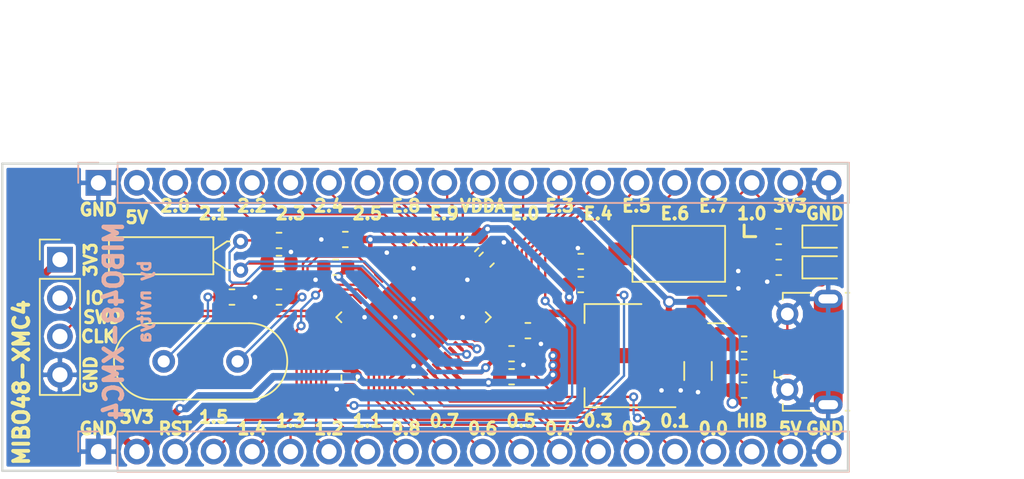
<source format=kicad_pcb>
(kicad_pcb (version 20171130) (host pcbnew "(5.0.2)-1")

  (general
    (thickness 1.6)
    (drawings 56)
    (tracks 533)
    (zones 0)
    (modules 32)
    (nets 51)
  )

  (page A4)
  (layers
    (0 F.Cu signal)
    (31 B.Cu signal)
    (32 B.Adhes user)
    (33 F.Adhes user)
    (34 B.Paste user)
    (35 F.Paste user)
    (36 B.SilkS user)
    (37 F.SilkS user)
    (38 B.Mask user hide)
    (39 F.Mask user hide)
    (40 Dwgs.User user)
    (41 Cmts.User user)
    (42 Eco1.User user)
    (43 Eco2.User user)
    (44 Edge.Cuts user)
    (45 Margin user)
    (46 B.CrtYd user)
    (47 F.CrtYd user)
    (48 B.Fab user hide)
    (49 F.Fab user hide)
  )

  (setup
    (last_trace_width 0.152)
    (trace_clearance 0.152)
    (zone_clearance 0.2)
    (zone_45_only no)
    (trace_min 0.152)
    (segment_width 0.2)
    (edge_width 0.15)
    (via_size 0.6)
    (via_drill 0.3)
    (via_min_size 0.6)
    (via_min_drill 0.3)
    (uvia_size 0.3)
    (uvia_drill 0.1)
    (uvias_allowed no)
    (uvia_min_size 0.2)
    (uvia_min_drill 0.1)
    (pcb_text_width 0.3)
    (pcb_text_size 1.5 1.5)
    (mod_edge_width 0.15)
    (mod_text_size 0.8 0.8)
    (mod_text_width 0.15)
    (pad_size 1.45 1.45)
    (pad_drill 0.85)
    (pad_to_mask_clearance 0.2)
    (solder_mask_min_width 0.25)
    (aux_axis_origin 128.27 95.25)
    (grid_origin 128.27 95.25)
    (visible_elements 7FFDFE7F)
    (pcbplotparams
      (layerselection 0x010f0_ffffffff)
      (usegerberextensions true)
      (usegerberattributes false)
      (usegerberadvancedattributes false)
      (creategerberjobfile false)
      (excludeedgelayer true)
      (linewidth 0.100000)
      (plotframeref false)
      (viasonmask false)
      (mode 1)
      (useauxorigin true)
      (hpglpennumber 1)
      (hpglpenspeed 20)
      (hpglpendiameter 15.000000)
      (psnegative false)
      (psa4output false)
      (plotreference true)
      (plotvalue true)
      (plotinvisibletext false)
      (padsonsilk false)
      (subtractmaskfromsilk false)
      (outputformat 1)
      (mirror false)
      (drillshape 0)
      (scaleselection 1)
      (outputdirectory "gerber/"))
  )

  (net 0 "")
  (net 1 GND)
  (net 2 /OSC_IN)
  (net 3 /OSC_OUT)
  (net 4 /RESET)
  (net 5 +3V3)
  (net 6 /5V)
  (net 7 /LED1)
  (net 8 /OSC32_OUT)
  (net 9 /OSC32_IN)
  (net 10 "Net-(J4-Pad4)")
  (net 11 "Net-(J4-Pad3)")
  (net 12 "Net-(J4-Pad2)")
  (net 13 /SWDCLK)
  (net 14 /SWDIO)
  (net 15 "Net-(D1-Pad1)")
  (net 16 "Net-(D2-Pad1)")
  (net 17 /VDDA)
  (net 18 "Net-(FB2-Pad1)")
  (net 19 /P1.5)
  (net 20 /P1.4)
  (net 21 /P1.3)
  (net 22 /P1.2)
  (net 23 /P1.1)
  (net 24 /P0.8)
  (net 25 /P0.7)
  (net 26 /P0.6)
  (net 27 /P0.5)
  (net 28 /P0.4)
  (net 29 /P0.3)
  (net 30 /P0.2)
  (net 31 /P0.1)
  (net 32 /P0.0)
  (net 33 /P2.0)
  (net 34 /P2.1)
  (net 35 /P2.2)
  (net 36 /P2.3)
  (net 37 /P2.4)
  (net 38 /P2.5)
  (net 39 /HIB_IO)
  (net 40 /P14.0)
  (net 41 /P14.3)
  (net 42 /P14.4)
  (net 43 /P14.5)
  (net 44 /P14.6)
  (net 45 /P14.7)
  (net 46 /P14.8)
  (net 47 /P14.9)
  (net 48 /USB_D+)
  (net 49 /USB_D-)
  (net 50 /1V2)

  (net_class Default "This is the default net class."
    (clearance 0.152)
    (trace_width 0.152)
    (via_dia 0.6)
    (via_drill 0.3)
    (uvia_dia 0.3)
    (uvia_drill 0.1)
    (add_net +3V3)
    (add_net /1V2)
    (add_net /HIB_IO)
    (add_net /LED1)
    (add_net /OSC32_IN)
    (add_net /OSC32_OUT)
    (add_net /OSC_IN)
    (add_net /OSC_OUT)
    (add_net /P0.0)
    (add_net /P0.1)
    (add_net /P0.2)
    (add_net /P0.3)
    (add_net /P0.4)
    (add_net /P0.5)
    (add_net /P0.6)
    (add_net /P0.7)
    (add_net /P0.8)
    (add_net /P1.1)
    (add_net /P1.2)
    (add_net /P1.3)
    (add_net /P1.4)
    (add_net /P1.5)
    (add_net /P14.0)
    (add_net /P14.3)
    (add_net /P14.4)
    (add_net /P14.5)
    (add_net /P14.6)
    (add_net /P14.7)
    (add_net /P14.8)
    (add_net /P14.9)
    (add_net /P2.0)
    (add_net /P2.1)
    (add_net /P2.2)
    (add_net /P2.3)
    (add_net /P2.4)
    (add_net /P2.5)
    (add_net /RESET)
    (add_net /SWDCLK)
    (add_net /SWDIO)
    (add_net /USB_D+)
    (add_net /USB_D-)
    (add_net /VDDA)
    (add_net GND)
    (add_net "Net-(D1-Pad1)")
    (add_net "Net-(D2-Pad1)")
    (add_net "Net-(FB2-Pad1)")
    (add_net "Net-(J4-Pad2)")
    (add_net "Net-(J4-Pad3)")
    (add_net "Net-(J4-Pad4)")
  )

  (net_class power ""
    (clearance 0.152)
    (trace_width 0.4)
    (via_dia 0.8)
    (via_drill 0.5)
    (uvia_dia 0.3)
    (uvia_drill 0.1)
    (add_net /5V)
  )

  (module Capacitor_SMD:C_1206_3216Metric (layer F.Cu) (tedit 5C9C71F1) (tstamp 5CA9ED7F)
    (at 175.514 104.902)
    (descr "Capacitor SMD 1206 (3216 Metric), square (rectangular) end terminal, IPC_7351 nominal, (Body size source: http://www.tortai-tech.com/upload/download/2011102023233369053.pdf), generated with kicad-footprint-generator")
    (tags capacitor)
    (path /5B9AC220)
    (attr smd)
    (fp_text reference C8 (at 0 -1.82) (layer F.SilkS) hide
      (effects (font (size 1 1) (thickness 0.15)))
    )
    (fp_text value 4.7uF (at 0 1.82) (layer F.Fab)
      (effects (font (size 1 1) (thickness 0.15)))
    )
    (fp_text user %R (at 0 0) (layer F.Fab)
      (effects (font (size 0.8 0.8) (thickness 0.12)))
    )
    (fp_line (start 2.28 1.12) (end -2.28 1.12) (layer F.CrtYd) (width 0.05))
    (fp_line (start 2.28 -1.12) (end 2.28 1.12) (layer F.CrtYd) (width 0.05))
    (fp_line (start -2.28 -1.12) (end 2.28 -1.12) (layer F.CrtYd) (width 0.05))
    (fp_line (start -2.28 1.12) (end -2.28 -1.12) (layer F.CrtYd) (width 0.05))
    (fp_line (start -0.602064 0.91) (end 0.602064 0.91) (layer F.SilkS) (width 0.12))
    (fp_line (start -0.602064 -0.91) (end 0.602064 -0.91) (layer F.SilkS) (width 0.12))
    (fp_line (start 1.6 0.8) (end -1.6 0.8) (layer F.Fab) (width 0.1))
    (fp_line (start 1.6 -0.8) (end 1.6 0.8) (layer F.Fab) (width 0.1))
    (fp_line (start -1.6 -0.8) (end 1.6 -0.8) (layer F.Fab) (width 0.1))
    (fp_line (start -1.6 0.8) (end -1.6 -0.8) (layer F.Fab) (width 0.1))
    (pad 2 smd roundrect (at 1.4 0) (size 1.25 1.75) (layers F.Cu F.Paste F.Mask) (roundrect_rratio 0.2)
      (net 1 GND))
    (pad 1 smd roundrect (at -1.4 0) (size 1.25 1.75) (layers F.Cu F.Paste F.Mask) (roundrect_rratio 0.2)
      (net 6 /5V))
    (model ${KISYS3DMOD}/Capacitor_SMD.3dshapes/C_1206_3216Metric.wrl
      (at (xyz 0 0 0))
      (scale (xyz 1 1 1))
      (rotate (xyz 0 0 0))
    )
  )

  (module Capacitor_SMD:C_1206_3216Metric (layer F.Cu) (tedit 5C9C71F8) (tstamp 5CA9ED8F)
    (at 174.244 108.966 270)
    (descr "Capacitor SMD 1206 (3216 Metric), square (rectangular) end terminal, IPC_7351 nominal, (Body size source: http://www.tortai-tech.com/upload/download/2011102023233369053.pdf), generated with kicad-footprint-generator")
    (tags capacitor)
    (path /5B9ADE99)
    (attr smd)
    (fp_text reference C11 (at 0 -1.82 270) (layer F.SilkS) hide
      (effects (font (size 1 1) (thickness 0.15)))
    )
    (fp_text value 4.7uF (at 0 1.82 270) (layer F.Fab)
      (effects (font (size 1 1) (thickness 0.15)))
    )
    (fp_line (start -1.6 0.8) (end -1.6 -0.8) (layer F.Fab) (width 0.1))
    (fp_line (start -1.6 -0.8) (end 1.6 -0.8) (layer F.Fab) (width 0.1))
    (fp_line (start 1.6 -0.8) (end 1.6 0.8) (layer F.Fab) (width 0.1))
    (fp_line (start 1.6 0.8) (end -1.6 0.8) (layer F.Fab) (width 0.1))
    (fp_line (start -0.602064 -0.91) (end 0.602064 -0.91) (layer F.SilkS) (width 0.12))
    (fp_line (start -0.602064 0.91) (end 0.602064 0.91) (layer F.SilkS) (width 0.12))
    (fp_line (start -2.28 1.12) (end -2.28 -1.12) (layer F.CrtYd) (width 0.05))
    (fp_line (start -2.28 -1.12) (end 2.28 -1.12) (layer F.CrtYd) (width 0.05))
    (fp_line (start 2.28 -1.12) (end 2.28 1.12) (layer F.CrtYd) (width 0.05))
    (fp_line (start 2.28 1.12) (end -2.28 1.12) (layer F.CrtYd) (width 0.05))
    (fp_text user %R (at 0 0 270) (layer F.Fab)
      (effects (font (size 0.8 0.8) (thickness 0.12)))
    )
    (pad 1 smd roundrect (at -1.4 0 270) (size 1.25 1.75) (layers F.Cu F.Paste F.Mask) (roundrect_rratio 0.2)
      (net 5 +3V3))
    (pad 2 smd roundrect (at 1.4 0 270) (size 1.25 1.75) (layers F.Cu F.Paste F.Mask) (roundrect_rratio 0.2)
      (net 1 GND))
    (model ${KISYS3DMOD}/Capacitor_SMD.3dshapes/C_1206_3216Metric.wrl
      (at (xyz 0 0 0))
      (scale (xyz 1 1 1))
      (rotate (xyz 0 0 0))
    )
  )

  (module Inductor_SMD:L_0603_1608Metric (layer F.Cu) (tedit 5C9BD2A7) (tstamp 5CA952D9)
    (at 177.292 110.236 180)
    (descr "Inductor SMD 0603 (1608 Metric), square (rectangular) end terminal, IPC_7351 nominal, (Body size source: http://www.tortai-tech.com/upload/download/2011102023233369053.pdf), generated with kicad-footprint-generator")
    (tags inductor)
    (path /5CA7C0B3)
    (attr smd)
    (fp_text reference FB2 (at 0 -1.43 180) (layer F.SilkS) hide
      (effects (font (size 0.8 0.8) (thickness 0.15)))
    )
    (fp_text value Ferrite_Bead (at 0 1.43 180) (layer F.Fab)
      (effects (font (size 1 1) (thickness 0.15)))
    )
    (fp_text user %R (at 0 0 180) (layer F.Fab)
      (effects (font (size 0.4 0.4) (thickness 0.06)))
    )
    (fp_line (start 1.48 0.73) (end -1.48 0.73) (layer F.CrtYd) (width 0.05))
    (fp_line (start 1.48 -0.73) (end 1.48 0.73) (layer F.CrtYd) (width 0.05))
    (fp_line (start -1.48 -0.73) (end 1.48 -0.73) (layer F.CrtYd) (width 0.05))
    (fp_line (start -1.48 0.73) (end -1.48 -0.73) (layer F.CrtYd) (width 0.05))
    (fp_line (start -0.162779 0.51) (end 0.162779 0.51) (layer F.SilkS) (width 0.12))
    (fp_line (start -0.162779 -0.51) (end 0.162779 -0.51) (layer F.SilkS) (width 0.12))
    (fp_line (start 0.8 0.4) (end -0.8 0.4) (layer F.Fab) (width 0.1))
    (fp_line (start 0.8 -0.4) (end 0.8 0.4) (layer F.Fab) (width 0.1))
    (fp_line (start -0.8 -0.4) (end 0.8 -0.4) (layer F.Fab) (width 0.1))
    (fp_line (start -0.8 0.4) (end -0.8 -0.4) (layer F.Fab) (width 0.1))
    (pad 2 smd roundrect (at 0.7875 0 180) (size 0.875 0.95) (layers F.Cu F.Paste F.Mask) (roundrect_rratio 0.25)
      (net 6 /5V))
    (pad 1 smd roundrect (at -0.7875 0 180) (size 0.875 0.95) (layers F.Cu F.Paste F.Mask) (roundrect_rratio 0.25)
      (net 18 "Net-(FB2-Pad1)"))
    (model ${KISYS3DMOD}/Inductor_SMD.3dshapes/L_0603_1608Metric.wrl
      (at (xyz 0 0 0))
      (scale (xyz 1 1 1))
      (rotate (xyz 0 0 0))
    )
  )

  (module Button_Switch_SMD:SW_SPST_CK_RS282G05A3 (layer F.Cu) (tedit 5B9CC325) (tstamp 5BA95785)
    (at 172.974 101.219)
    (descr https://www.mouser.com/ds/2/60/RS-282G05A-SM_RT-1159762.pdf)
    (tags "SPST button tactile switch")
    (path /5B9C39B7)
    (attr smd)
    (fp_text reference SW1 (at 0 -2.6) (layer F.SilkS) hide
      (effects (font (size 0.8 0.8) (thickness 0.15)))
    )
    (fp_text value Reset (at 0 3) (layer F.Fab)
      (effects (font (size 1 1) (thickness 0.15)))
    )
    (fp_line (start -4.9 2.05) (end -4.9 -2.05) (layer F.CrtYd) (width 0.05))
    (fp_line (start 4.9 2.05) (end -4.9 2.05) (layer F.CrtYd) (width 0.05))
    (fp_line (start 4.9 -2.05) (end 4.9 2.05) (layer F.CrtYd) (width 0.05))
    (fp_line (start -4.9 -2.05) (end 4.9 -2.05) (layer F.CrtYd) (width 0.05))
    (fp_text user %R (at 0 -2.6) (layer F.Fab)
      (effects (font (size 1 1) (thickness 0.15)))
    )
    (fp_line (start -1.75 -1) (end 1.75 -1) (layer F.Fab) (width 0.1))
    (fp_line (start 1.75 -1) (end 1.75 1) (layer F.Fab) (width 0.1))
    (fp_line (start 1.75 1) (end -1.75 1) (layer F.Fab) (width 0.1))
    (fp_line (start -1.75 1) (end -1.75 -1) (layer F.Fab) (width 0.1))
    (fp_line (start -3.06 -1.85) (end 3.06 -1.85) (layer F.SilkS) (width 0.12))
    (fp_line (start 3.06 -1.85) (end 3.06 1.85) (layer F.SilkS) (width 0.12))
    (fp_line (start 3.06 1.85) (end -3.06 1.85) (layer F.SilkS) (width 0.12))
    (fp_line (start -3.06 1.85) (end -3.06 -1.85) (layer F.SilkS) (width 0.12))
    (fp_line (start -1.5 0.8) (end 1.5 0.8) (layer F.Fab) (width 0.1))
    (fp_line (start -1.5 -0.8) (end 1.5 -0.8) (layer F.Fab) (width 0.1))
    (fp_line (start 1.5 -0.8) (end 1.5 0.8) (layer F.Fab) (width 0.1))
    (fp_line (start -1.5 -0.8) (end -1.5 0.8) (layer F.Fab) (width 0.1))
    (fp_line (start -3 1.8) (end 3 1.8) (layer F.Fab) (width 0.1))
    (fp_line (start -3 -1.8) (end 3 -1.8) (layer F.Fab) (width 0.1))
    (fp_line (start -3 -1.8) (end -3 1.8) (layer F.Fab) (width 0.1))
    (fp_line (start 3 -1.8) (end 3 1.8) (layer F.Fab) (width 0.1))
    (pad 1 smd rect (at -3.9 0) (size 1.5 1.5) (layers F.Cu F.Paste F.Mask)
      (net 4 /RESET))
    (pad 2 smd rect (at 3.9 0) (size 1.5 1.5) (layers F.Cu F.Paste F.Mask)
      (net 1 GND))
    (model ${KISYS3DMOD}/Button_Switch_SMD.3dshapes/SW_SPST_CK_RS282G05A3.wrl
      (at (xyz 0 0 0))
      (scale (xyz 1 1 1))
      (rotate (xyz 0 0 0))
    )
  )

  (module Connector_PinHeader_2.54mm:PinHeader_1x20_P2.54mm_Vertical locked (layer B.Cu) (tedit 5C9C77F0) (tstamp 5CA952DA)
    (at 134.62 114.3 270)
    (descr "Through hole straight pin header, 1x20, 2.54mm pitch, single row")
    (tags "Through hole pin header THT 1x20 2.54mm single row")
    (path /5CCECC05)
    (fp_text reference J2 (at 0 2.33 270) (layer B.SilkS) hide
      (effects (font (size 0.8 0.8) (thickness 0.15)) (justify mirror))
    )
    (fp_text value Conn_01x20 (at 0 -50.59 270) (layer B.Fab)
      (effects (font (size 1 1) (thickness 0.15)) (justify mirror))
    )
    (fp_text user %R (at 0 -24.13 180) (layer B.Fab)
      (effects (font (size 1 1) (thickness 0.15)) (justify mirror))
    )
    (fp_line (start 1.8 1.8) (end -1.8 1.8) (layer B.CrtYd) (width 0.05))
    (fp_line (start 1.8 -50.05) (end 1.8 1.8) (layer B.CrtYd) (width 0.05))
    (fp_line (start -1.8 -50.05) (end 1.8 -50.05) (layer B.CrtYd) (width 0.05))
    (fp_line (start -1.8 1.8) (end -1.8 -50.05) (layer B.CrtYd) (width 0.05))
    (fp_line (start -1.33 1.33) (end 0 1.33) (layer B.SilkS) (width 0.12))
    (fp_line (start -1.33 0) (end -1.33 1.33) (layer B.SilkS) (width 0.12))
    (fp_line (start -1.33 -1.27) (end 1.33 -1.27) (layer B.SilkS) (width 0.12))
    (fp_line (start 1.33 -1.27) (end 1.33 -49.59) (layer B.SilkS) (width 0.12))
    (fp_line (start -1.33 -1.27) (end -1.33 -49.59) (layer B.SilkS) (width 0.12))
    (fp_line (start -1.33 -49.59) (end 1.33 -49.59) (layer B.SilkS) (width 0.12))
    (fp_line (start -1.27 0.635) (end -0.635 1.27) (layer B.Fab) (width 0.1))
    (fp_line (start -1.27 -49.53) (end -1.27 0.635) (layer B.Fab) (width 0.1))
    (fp_line (start 1.27 -49.53) (end -1.27 -49.53) (layer B.Fab) (width 0.1))
    (fp_line (start 1.27 1.27) (end 1.27 -49.53) (layer B.Fab) (width 0.1))
    (fp_line (start -0.635 1.27) (end 1.27 1.27) (layer B.Fab) (width 0.1))
    (pad 20 thru_hole oval (at 0 -48.26 270) (size 1.7 1.7) (drill 1) (layers *.Cu *.Mask)
      (net 1 GND))
    (pad 19 thru_hole oval (at 0 -45.72 270) (size 1.7 1.7) (drill 1) (layers *.Cu *.Mask)
      (net 6 /5V))
    (pad 18 thru_hole oval (at 0 -43.18 270) (size 1.7 1.7) (drill 1) (layers *.Cu *.Mask)
      (net 39 /HIB_IO))
    (pad 17 thru_hole oval (at 0 -40.64 270) (size 1.7 1.7) (drill 1) (layers *.Cu *.Mask)
      (net 32 /P0.0))
    (pad 16 thru_hole oval (at 0 -38.1 270) (size 1.7 1.7) (drill 1) (layers *.Cu *.Mask)
      (net 31 /P0.1))
    (pad 15 thru_hole oval (at 0 -35.56 270) (size 1.7 1.7) (drill 1) (layers *.Cu *.Mask)
      (net 30 /P0.2))
    (pad 14 thru_hole oval (at 0 -33.02 270) (size 1.7 1.7) (drill 1) (layers *.Cu *.Mask)
      (net 29 /P0.3))
    (pad 13 thru_hole oval (at 0 -30.48 270) (size 1.7 1.7) (drill 1) (layers *.Cu *.Mask)
      (net 28 /P0.4))
    (pad 12 thru_hole oval (at 0 -27.94 270) (size 1.7 1.7) (drill 1) (layers *.Cu *.Mask)
      (net 27 /P0.5))
    (pad 11 thru_hole oval (at 0 -25.4 270) (size 1.7 1.7) (drill 1) (layers *.Cu *.Mask)
      (net 26 /P0.6))
    (pad 10 thru_hole oval (at 0 -22.86 270) (size 1.7 1.7) (drill 1) (layers *.Cu *.Mask)
      (net 25 /P0.7))
    (pad 9 thru_hole oval (at 0 -20.32 270) (size 1.7 1.7) (drill 1) (layers *.Cu *.Mask)
      (net 24 /P0.8))
    (pad 8 thru_hole oval (at 0 -17.78 270) (size 1.7 1.7) (drill 1) (layers *.Cu *.Mask)
      (net 23 /P1.1))
    (pad 7 thru_hole oval (at 0 -15.24 270) (size 1.7 1.7) (drill 1) (layers *.Cu *.Mask)
      (net 22 /P1.2))
    (pad 6 thru_hole oval (at 0 -12.7 270) (size 1.7 1.7) (drill 1) (layers *.Cu *.Mask)
      (net 21 /P1.3))
    (pad 5 thru_hole oval (at 0 -10.16 270) (size 1.7 1.7) (drill 1) (layers *.Cu *.Mask)
      (net 20 /P1.4))
    (pad 4 thru_hole oval (at 0 -7.62 270) (size 1.7 1.7) (drill 1) (layers *.Cu *.Mask)
      (net 19 /P1.5))
    (pad 3 thru_hole oval (at 0 -5.08 270) (size 1.7 1.7) (drill 1) (layers *.Cu *.Mask)
      (net 4 /RESET))
    (pad 2 thru_hole oval (at 0 -2.54 270) (size 1.7 1.7) (drill 1) (layers *.Cu *.Mask)
      (net 5 +3V3))
    (pad 1 thru_hole rect (at 0 0 270) (size 1.7 1.7) (drill 1) (layers *.Cu *.Mask)
      (net 1 GND))
    (model ${KISYS3DMOD}/Connector_PinHeader_2.54mm.3dshapes/PinHeader_1x20_P2.54mm_Vertical.wrl
      (at (xyz 0 0 0))
      (scale (xyz 1 1 1))
      (rotate (xyz 0 0 0))
    )
  )

  (module Capacitor_SMD:C_0603_1608Metric (layer F.Cu) (tedit 5C9BD6F6) (tstamp 5CA95273)
    (at 160.274 101.6 45)
    (descr "Capacitor SMD 0603 (1608 Metric), square (rectangular) end terminal, IPC_7351 nominal, (Body size source: http://www.tortai-tech.com/upload/download/2011102023233369053.pdf), generated with kicad-footprint-generator")
    (tags capacitor)
    (path /5CA95AA0)
    (attr smd)
    (fp_text reference C12 (at 0 -1.43 45) (layer F.SilkS) hide
      (effects (font (size 0.8 0.8) (thickness 0.15)))
    )
    (fp_text value 100nF (at 0 1.43 45) (layer F.Fab)
      (effects (font (size 1 1) (thickness 0.15)))
    )
    (fp_line (start -0.8 0.4) (end -0.8 -0.4) (layer F.Fab) (width 0.1))
    (fp_line (start -0.8 -0.4) (end 0.8 -0.4) (layer F.Fab) (width 0.1))
    (fp_line (start 0.8 -0.4) (end 0.8 0.4) (layer F.Fab) (width 0.1))
    (fp_line (start 0.8 0.4) (end -0.8 0.4) (layer F.Fab) (width 0.1))
    (fp_line (start -0.162779 -0.51) (end 0.162779 -0.51) (layer F.SilkS) (width 0.12))
    (fp_line (start -0.162779 0.51) (end 0.162779 0.51) (layer F.SilkS) (width 0.12))
    (fp_line (start -1.48 0.73) (end -1.48 -0.73) (layer F.CrtYd) (width 0.05))
    (fp_line (start -1.48 -0.73) (end 1.48 -0.73) (layer F.CrtYd) (width 0.05))
    (fp_line (start 1.48 -0.73) (end 1.48 0.73) (layer F.CrtYd) (width 0.05))
    (fp_line (start 1.48 0.73) (end -1.48 0.73) (layer F.CrtYd) (width 0.05))
    (fp_text user %R (at 0 0 45) (layer F.Fab)
      (effects (font (size 0.4 0.4) (thickness 0.06)))
    )
    (pad 1 smd roundrect (at -0.787501 0 45) (size 0.875 0.95) (layers F.Cu F.Paste F.Mask) (roundrect_rratio 0.25)
      (net 17 /VDDA))
    (pad 2 smd roundrect (at 0.787501 0 45) (size 0.875 0.95) (layers F.Cu F.Paste F.Mask) (roundrect_rratio 0.25)
      (net 1 GND))
    (model ${KISYS3DMOD}/Capacitor_SMD.3dshapes/C_0603_1608Metric.wrl
      (at (xyz 0 0 0))
      (scale (xyz 1 1 1))
      (rotate (xyz 0 0 0))
    )
  )

  (module Capacitor_SMD:C_0603_1608Metric (layer F.Cu) (tedit 5C9BD6EC) (tstamp 5CA95295)
    (at 161.925 107.823)
    (descr "Capacitor SMD 0603 (1608 Metric), square (rectangular) end terminal, IPC_7351 nominal, (Body size source: http://www.tortai-tech.com/upload/download/2011102023233369053.pdf), generated with kicad-footprint-generator")
    (tags capacitor)
    (path /5CADB2E2)
    (attr smd)
    (fp_text reference C14 (at 0 -1.43) (layer F.SilkS) hide
      (effects (font (size 0.8 0.8) (thickness 0.15)))
    )
    (fp_text value 100nF (at 0 1.43) (layer F.Fab)
      (effects (font (size 1 1) (thickness 0.15)))
    )
    (fp_text user %R (at 0 0) (layer F.Fab)
      (effects (font (size 0.4 0.4) (thickness 0.06)))
    )
    (fp_line (start 1.48 0.73) (end -1.48 0.73) (layer F.CrtYd) (width 0.05))
    (fp_line (start 1.48 -0.73) (end 1.48 0.73) (layer F.CrtYd) (width 0.05))
    (fp_line (start -1.48 -0.73) (end 1.48 -0.73) (layer F.CrtYd) (width 0.05))
    (fp_line (start -1.48 0.73) (end -1.48 -0.73) (layer F.CrtYd) (width 0.05))
    (fp_line (start -0.162779 0.51) (end 0.162779 0.51) (layer F.SilkS) (width 0.12))
    (fp_line (start -0.162779 -0.51) (end 0.162779 -0.51) (layer F.SilkS) (width 0.12))
    (fp_line (start 0.8 0.4) (end -0.8 0.4) (layer F.Fab) (width 0.1))
    (fp_line (start 0.8 -0.4) (end 0.8 0.4) (layer F.Fab) (width 0.1))
    (fp_line (start -0.8 -0.4) (end 0.8 -0.4) (layer F.Fab) (width 0.1))
    (fp_line (start -0.8 0.4) (end -0.8 -0.4) (layer F.Fab) (width 0.1))
    (pad 2 smd roundrect (at 0.7875 0) (size 0.875 0.95) (layers F.Cu F.Paste F.Mask) (roundrect_rratio 0.25)
      (net 1 GND))
    (pad 1 smd roundrect (at -0.7875 0) (size 0.875 0.95) (layers F.Cu F.Paste F.Mask) (roundrect_rratio 0.25)
      (net 50 /1V2))
    (model ${KISYS3DMOD}/Capacitor_SMD.3dshapes/C_0603_1608Metric.wrl
      (at (xyz 0 0 0))
      (scale (xyz 1 1 1))
      (rotate (xyz 0 0 0))
    )
  )

  (module Capacitor_SMD:C_0603_1608Metric (layer F.Cu) (tedit 5C9BD6FF) (tstamp 5CA952A6)
    (at 150.3045 102.108 180)
    (descr "Capacitor SMD 0603 (1608 Metric), square (rectangular) end terminal, IPC_7351 nominal, (Body size source: http://www.tortai-tech.com/upload/download/2011102023233369053.pdf), generated with kicad-footprint-generator")
    (tags capacitor)
    (path /5CADB2EF)
    (attr smd)
    (fp_text reference C15 (at 0 -1.43 180) (layer F.SilkS) hide
      (effects (font (size 0.8 0.8) (thickness 0.15)))
    )
    (fp_text value 4.7uF (at 0 1.43 180) (layer F.Fab)
      (effects (font (size 1 1) (thickness 0.15)))
    )
    (fp_line (start -0.8 0.4) (end -0.8 -0.4) (layer F.Fab) (width 0.1))
    (fp_line (start -0.8 -0.4) (end 0.8 -0.4) (layer F.Fab) (width 0.1))
    (fp_line (start 0.8 -0.4) (end 0.8 0.4) (layer F.Fab) (width 0.1))
    (fp_line (start 0.8 0.4) (end -0.8 0.4) (layer F.Fab) (width 0.1))
    (fp_line (start -0.162779 -0.51) (end 0.162779 -0.51) (layer F.SilkS) (width 0.12))
    (fp_line (start -0.162779 0.51) (end 0.162779 0.51) (layer F.SilkS) (width 0.12))
    (fp_line (start -1.48 0.73) (end -1.48 -0.73) (layer F.CrtYd) (width 0.05))
    (fp_line (start -1.48 -0.73) (end 1.48 -0.73) (layer F.CrtYd) (width 0.05))
    (fp_line (start 1.48 -0.73) (end 1.48 0.73) (layer F.CrtYd) (width 0.05))
    (fp_line (start 1.48 0.73) (end -1.48 0.73) (layer F.CrtYd) (width 0.05))
    (fp_text user %R (at 0 0 180) (layer F.Fab)
      (effects (font (size 0.4 0.4) (thickness 0.06)))
    )
    (pad 1 smd roundrect (at -0.7875 0 180) (size 0.875 0.95) (layers F.Cu F.Paste F.Mask) (roundrect_rratio 0.25)
      (net 50 /1V2))
    (pad 2 smd roundrect (at 0.7875 0 180) (size 0.875 0.95) (layers F.Cu F.Paste F.Mask) (roundrect_rratio 0.25)
      (net 1 GND))
    (model ${KISYS3DMOD}/Capacitor_SMD.3dshapes/C_0603_1608Metric.wrl
      (at (xyz 0 0 0))
      (scale (xyz 1 1 1))
      (rotate (xyz 0 0 0))
    )
  )

  (module Capacitor_SMD:C_0603_1608Metric (layer F.Cu) (tedit 5C9BD6FB) (tstamp 5CA9A9FF)
    (at 150.9395 100.2665 180)
    (descr "Capacitor SMD 0603 (1608 Metric), square (rectangular) end terminal, IPC_7351 nominal, (Body size source: http://www.tortai-tech.com/upload/download/2011102023233369053.pdf), generated with kicad-footprint-generator")
    (tags capacitor)
    (path /5CACDEEA)
    (attr smd)
    (fp_text reference C16 (at 0 -1.43 180) (layer F.SilkS) hide
      (effects (font (size 0.8 0.8) (thickness 0.15)))
    )
    (fp_text value 10uF (at 0 1.43 180) (layer F.Fab)
      (effects (font (size 1 1) (thickness 0.15)))
    )
    (fp_text user %R (at 0 0 180) (layer F.Fab)
      (effects (font (size 0.4 0.4) (thickness 0.06)))
    )
    (fp_line (start 1.48 0.73) (end -1.48 0.73) (layer F.CrtYd) (width 0.05))
    (fp_line (start 1.48 -0.73) (end 1.48 0.73) (layer F.CrtYd) (width 0.05))
    (fp_line (start -1.48 -0.73) (end 1.48 -0.73) (layer F.CrtYd) (width 0.05))
    (fp_line (start -1.48 0.73) (end -1.48 -0.73) (layer F.CrtYd) (width 0.05))
    (fp_line (start -0.16278 0.51) (end 0.16278 0.51) (layer F.SilkS) (width 0.12))
    (fp_line (start -0.16278 -0.51) (end 0.16278 -0.51) (layer F.SilkS) (width 0.12))
    (fp_line (start 0.8 0.4) (end -0.8 0.4) (layer F.Fab) (width 0.1))
    (fp_line (start 0.8 -0.4) (end 0.8 0.4) (layer F.Fab) (width 0.1))
    (fp_line (start -0.8 -0.4) (end 0.8 -0.4) (layer F.Fab) (width 0.1))
    (fp_line (start -0.8 0.4) (end -0.8 -0.4) (layer F.Fab) (width 0.1))
    (pad 2 smd roundrect (at 0.787501 0 180) (size 0.875 0.95) (layers F.Cu F.Paste F.Mask) (roundrect_rratio 0.25)
      (net 1 GND))
    (pad 1 smd roundrect (at -0.787501 0 180) (size 0.875 0.95) (layers F.Cu F.Paste F.Mask) (roundrect_rratio 0.25)
      (net 5 +3V3))
    (model ${KISYS3DMOD}/Capacitor_SMD.3dshapes/C_0603_1608Metric.wrl
      (at (xyz 0 0 0))
      (scale (xyz 1 1 1))
      (rotate (xyz 0 0 0))
    )
  )

  (module Inductor_SMD:L_0603_1608Metric (layer F.Cu) (tedit 5C9BD6F1) (tstamp 5CA952C8)
    (at 159.258 100.584 225)
    (descr "Inductor SMD 0603 (1608 Metric), square (rectangular) end terminal, IPC_7351 nominal, (Body size source: http://www.tortai-tech.com/upload/download/2011102023233369053.pdf), generated with kicad-footprint-generator")
    (tags inductor)
    (path /5CA959AA)
    (attr smd)
    (fp_text reference FB1 (at 0 -1.43 225) (layer F.SilkS) hide
      (effects (font (size 0.8 0.8) (thickness 0.15)))
    )
    (fp_text value Ferrite_Bead (at 0 1.43 225) (layer F.Fab)
      (effects (font (size 1 1) (thickness 0.15)))
    )
    (fp_line (start -0.8 0.4) (end -0.8 -0.4) (layer F.Fab) (width 0.1))
    (fp_line (start -0.8 -0.4) (end 0.8 -0.4) (layer F.Fab) (width 0.1))
    (fp_line (start 0.8 -0.4) (end 0.8 0.4) (layer F.Fab) (width 0.1))
    (fp_line (start 0.8 0.4) (end -0.8 0.4) (layer F.Fab) (width 0.1))
    (fp_line (start -0.162779 -0.51) (end 0.162779 -0.51) (layer F.SilkS) (width 0.12))
    (fp_line (start -0.162779 0.51) (end 0.162779 0.51) (layer F.SilkS) (width 0.12))
    (fp_line (start -1.48 0.73) (end -1.48 -0.73) (layer F.CrtYd) (width 0.05))
    (fp_line (start -1.48 -0.73) (end 1.48 -0.73) (layer F.CrtYd) (width 0.05))
    (fp_line (start 1.48 -0.73) (end 1.48 0.73) (layer F.CrtYd) (width 0.05))
    (fp_line (start 1.48 0.73) (end -1.48 0.73) (layer F.CrtYd) (width 0.05))
    (fp_text user %R (at 0 0 225) (layer F.Fab)
      (effects (font (size 0.4 0.4) (thickness 0.06)))
    )
    (pad 1 smd roundrect (at -0.787501 0 225) (size 0.875 0.95) (layers F.Cu F.Paste F.Mask) (roundrect_rratio 0.25)
      (net 5 +3V3))
    (pad 2 smd roundrect (at 0.787501 0 225) (size 0.875 0.95) (layers F.Cu F.Paste F.Mask) (roundrect_rratio 0.25)
      (net 17 /VDDA))
    (model ${KISYS3DMOD}/Inductor_SMD.3dshapes/L_0603_1608Metric.wrl
      (at (xyz 0 0 0))
      (scale (xyz 1 1 1))
      (rotate (xyz 0 0 0))
    )
  )

  (module Capacitor_SMD:C_0603_1608Metric (layer F.Cu) (tedit 5B9CC3AA) (tstamp 5BA95597)
    (at 161.925 109.347)
    (descr "Capacitor SMD 0603 (1608 Metric), square (rectangular) end terminal, IPC_7351 nominal, (Body size source: http://www.tortai-tech.com/upload/download/2011102023233369053.pdf), generated with kicad-footprint-generator")
    (tags capacitor)
    (path /5B9AE0E3)
    (attr smd)
    (fp_text reference C5 (at 0 -1.43) (layer F.SilkS) hide
      (effects (font (size 0.8 0.8) (thickness 0.15)))
    )
    (fp_text value 100nF (at 0 1.43) (layer F.Fab)
      (effects (font (size 1 1) (thickness 0.15)))
    )
    (fp_text user %R (at 0 0) (layer F.Fab)
      (effects (font (size 0.4 0.4) (thickness 0.06)))
    )
    (fp_line (start 1.48 0.73) (end -1.48 0.73) (layer F.CrtYd) (width 0.05))
    (fp_line (start 1.48 -0.73) (end 1.48 0.73) (layer F.CrtYd) (width 0.05))
    (fp_line (start -1.48 -0.73) (end 1.48 -0.73) (layer F.CrtYd) (width 0.05))
    (fp_line (start -1.48 0.73) (end -1.48 -0.73) (layer F.CrtYd) (width 0.05))
    (fp_line (start -0.162779 0.51) (end 0.162779 0.51) (layer F.SilkS) (width 0.12))
    (fp_line (start -0.162779 -0.51) (end 0.162779 -0.51) (layer F.SilkS) (width 0.12))
    (fp_line (start 0.8 0.4) (end -0.8 0.4) (layer F.Fab) (width 0.1))
    (fp_line (start 0.8 -0.4) (end 0.8 0.4) (layer F.Fab) (width 0.1))
    (fp_line (start -0.8 -0.4) (end 0.8 -0.4) (layer F.Fab) (width 0.1))
    (fp_line (start -0.8 0.4) (end -0.8 -0.4) (layer F.Fab) (width 0.1))
    (pad 2 smd roundrect (at 0.7875 0) (size 0.875 0.95) (layers F.Cu F.Paste F.Mask) (roundrect_rratio 0.25)
      (net 1 GND))
    (pad 1 smd roundrect (at -0.7875 0) (size 0.875 0.95) (layers F.Cu F.Paste F.Mask) (roundrect_rratio 0.25)
      (net 5 +3V3))
    (model ${KISYS3DMOD}/Capacitor_SMD.3dshapes/C_0603_1608Metric.wrl
      (at (xyz 0 0 0))
      (scale (xyz 1 1 1))
      (rotate (xyz 0 0 0))
    )
  )

  (module Capacitor_SMD:C_0603_1608Metric (layer F.Cu) (tedit 5B9CC32C) (tstamp 5BA95557)
    (at 143.4465 104.0765)
    (descr "Capacitor SMD 0603 (1608 Metric), square (rectangular) end terminal, IPC_7351 nominal, (Body size source: http://www.tortai-tech.com/upload/download/2011102023233369053.pdf), generated with kicad-footprint-generator")
    (tags capacitor)
    (path /5B9AF9F2)
    (attr smd)
    (fp_text reference C1 (at 0 -1.43) (layer F.SilkS) hide
      (effects (font (size 0.8 0.8) (thickness 0.15)))
    )
    (fp_text value 22pF (at 0 1.43) (layer F.Fab)
      (effects (font (size 1 1) (thickness 0.15)))
    )
    (fp_text user %R (at 0 0) (layer F.Fab)
      (effects (font (size 0.4 0.4) (thickness 0.06)))
    )
    (fp_line (start 1.48 0.73) (end -1.48 0.73) (layer F.CrtYd) (width 0.05))
    (fp_line (start 1.48 -0.73) (end 1.48 0.73) (layer F.CrtYd) (width 0.05))
    (fp_line (start -1.48 -0.73) (end 1.48 -0.73) (layer F.CrtYd) (width 0.05))
    (fp_line (start -1.48 0.73) (end -1.48 -0.73) (layer F.CrtYd) (width 0.05))
    (fp_line (start -0.162779 0.51) (end 0.162779 0.51) (layer F.SilkS) (width 0.12))
    (fp_line (start -0.162779 -0.51) (end 0.162779 -0.51) (layer F.SilkS) (width 0.12))
    (fp_line (start 0.8 0.4) (end -0.8 0.4) (layer F.Fab) (width 0.1))
    (fp_line (start 0.8 -0.4) (end 0.8 0.4) (layer F.Fab) (width 0.1))
    (fp_line (start -0.8 -0.4) (end 0.8 -0.4) (layer F.Fab) (width 0.1))
    (fp_line (start -0.8 0.4) (end -0.8 -0.4) (layer F.Fab) (width 0.1))
    (pad 2 smd roundrect (at 0.7875 0) (size 0.875 0.95) (layers F.Cu F.Paste F.Mask) (roundrect_rratio 0.25)
      (net 1 GND))
    (pad 1 smd roundrect (at -0.7875 0) (size 0.875 0.95) (layers F.Cu F.Paste F.Mask) (roundrect_rratio 0.25)
      (net 2 /OSC_IN))
    (model ${KISYS3DMOD}/Capacitor_SMD.3dshapes/C_0603_1608Metric.wrl
      (at (xyz 0 0 0))
      (scale (xyz 1 1 1))
      (rotate (xyz 0 0 0))
    )
  )

  (module Capacitor_SMD:C_0603_1608Metric (layer F.Cu) (tedit 5B9CC32F) (tstamp 5BA95567)
    (at 146.558 104.0765 180)
    (descr "Capacitor SMD 0603 (1608 Metric), square (rectangular) end terminal, IPC_7351 nominal, (Body size source: http://www.tortai-tech.com/upload/download/2011102023233369053.pdf), generated with kicad-footprint-generator")
    (tags capacitor)
    (path /5B9AFB25)
    (attr smd)
    (fp_text reference C2 (at 0 -1.43 180) (layer F.SilkS) hide
      (effects (font (size 0.8 0.8) (thickness 0.15)))
    )
    (fp_text value 22pF (at 0 1.43 180) (layer F.Fab)
      (effects (font (size 1 1) (thickness 0.15)))
    )
    (fp_line (start -0.8 0.4) (end -0.8 -0.4) (layer F.Fab) (width 0.1))
    (fp_line (start -0.8 -0.4) (end 0.8 -0.4) (layer F.Fab) (width 0.1))
    (fp_line (start 0.8 -0.4) (end 0.8 0.4) (layer F.Fab) (width 0.1))
    (fp_line (start 0.8 0.4) (end -0.8 0.4) (layer F.Fab) (width 0.1))
    (fp_line (start -0.162779 -0.51) (end 0.162779 -0.51) (layer F.SilkS) (width 0.12))
    (fp_line (start -0.162779 0.51) (end 0.162779 0.51) (layer F.SilkS) (width 0.12))
    (fp_line (start -1.48 0.73) (end -1.48 -0.73) (layer F.CrtYd) (width 0.05))
    (fp_line (start -1.48 -0.73) (end 1.48 -0.73) (layer F.CrtYd) (width 0.05))
    (fp_line (start 1.48 -0.73) (end 1.48 0.73) (layer F.CrtYd) (width 0.05))
    (fp_line (start 1.48 0.73) (end -1.48 0.73) (layer F.CrtYd) (width 0.05))
    (fp_text user %R (at 0 0 180) (layer F.Fab)
      (effects (font (size 0.4 0.4) (thickness 0.06)))
    )
    (pad 1 smd roundrect (at -0.7875 0 180) (size 0.875 0.95) (layers F.Cu F.Paste F.Mask) (roundrect_rratio 0.25)
      (net 3 /OSC_OUT))
    (pad 2 smd roundrect (at 0.7875 0 180) (size 0.875 0.95) (layers F.Cu F.Paste F.Mask) (roundrect_rratio 0.25)
      (net 1 GND))
    (model ${KISYS3DMOD}/Capacitor_SMD.3dshapes/C_0603_1608Metric.wrl
      (at (xyz 0 0 0))
      (scale (xyz 1 1 1))
      (rotate (xyz 0 0 0))
    )
  )

  (module Capacitor_SMD:C_0603_1608Metric (layer F.Cu) (tedit 5B9CC310) (tstamp 5BA95577)
    (at 166.497 101.727 180)
    (descr "Capacitor SMD 0603 (1608 Metric), square (rectangular) end terminal, IPC_7351 nominal, (Body size source: http://www.tortai-tech.com/upload/download/2011102023233369053.pdf), generated with kicad-footprint-generator")
    (tags capacitor)
    (path /5B9BD31B)
    (attr smd)
    (fp_text reference C3 (at 0 -1.43 180) (layer F.SilkS) hide
      (effects (font (size 0.8 0.8) (thickness 0.15)))
    )
    (fp_text value 10nF (at 0 1.43 180) (layer F.Fab)
      (effects (font (size 1 1) (thickness 0.15)))
    )
    (fp_line (start -0.8 0.4) (end -0.8 -0.4) (layer F.Fab) (width 0.1))
    (fp_line (start -0.8 -0.4) (end 0.8 -0.4) (layer F.Fab) (width 0.1))
    (fp_line (start 0.8 -0.4) (end 0.8 0.4) (layer F.Fab) (width 0.1))
    (fp_line (start 0.8 0.4) (end -0.8 0.4) (layer F.Fab) (width 0.1))
    (fp_line (start -0.162779 -0.51) (end 0.162779 -0.51) (layer F.SilkS) (width 0.12))
    (fp_line (start -0.162779 0.51) (end 0.162779 0.51) (layer F.SilkS) (width 0.12))
    (fp_line (start -1.48 0.73) (end -1.48 -0.73) (layer F.CrtYd) (width 0.05))
    (fp_line (start -1.48 -0.73) (end 1.48 -0.73) (layer F.CrtYd) (width 0.05))
    (fp_line (start 1.48 -0.73) (end 1.48 0.73) (layer F.CrtYd) (width 0.05))
    (fp_line (start 1.48 0.73) (end -1.48 0.73) (layer F.CrtYd) (width 0.05))
    (fp_text user %R (at 0 0 180) (layer F.Fab)
      (effects (font (size 0.4 0.4) (thickness 0.06)))
    )
    (pad 1 smd roundrect (at -0.7875 0 180) (size 0.875 0.95) (layers F.Cu F.Paste F.Mask) (roundrect_rratio 0.25)
      (net 4 /RESET))
    (pad 2 smd roundrect (at 0.7875 0 180) (size 0.875 0.95) (layers F.Cu F.Paste F.Mask) (roundrect_rratio 0.25)
      (net 1 GND))
    (model ${KISYS3DMOD}/Capacitor_SMD.3dshapes/C_0603_1608Metric.wrl
      (at (xyz 0 0 0))
      (scale (xyz 1 1 1))
      (rotate (xyz 0 0 0))
    )
  )

  (module Capacitor_SMD:C_0603_1608Metric (layer F.Cu) (tedit 5B9CC3A7) (tstamp 5CA98673)
    (at 163.0045 106.299)
    (descr "Capacitor SMD 0603 (1608 Metric), square (rectangular) end terminal, IPC_7351 nominal, (Body size source: http://www.tortai-tech.com/upload/download/2011102023233369053.pdf), generated with kicad-footprint-generator")
    (tags capacitor)
    (path /5B9AE1A5)
    (attr smd)
    (fp_text reference C6 (at 0 -1.43) (layer F.SilkS) hide
      (effects (font (size 0.8 0.8) (thickness 0.15)))
    )
    (fp_text value 100nF (at 0 1.43) (layer F.Fab)
      (effects (font (size 1 1) (thickness 0.15)))
    )
    (fp_line (start -0.8 0.4) (end -0.8 -0.4) (layer F.Fab) (width 0.1))
    (fp_line (start -0.8 -0.4) (end 0.8 -0.4) (layer F.Fab) (width 0.1))
    (fp_line (start 0.8 -0.4) (end 0.8 0.4) (layer F.Fab) (width 0.1))
    (fp_line (start 0.8 0.4) (end -0.8 0.4) (layer F.Fab) (width 0.1))
    (fp_line (start -0.162779 -0.51) (end 0.162779 -0.51) (layer F.SilkS) (width 0.12))
    (fp_line (start -0.162779 0.51) (end 0.162779 0.51) (layer F.SilkS) (width 0.12))
    (fp_line (start -1.48 0.73) (end -1.48 -0.73) (layer F.CrtYd) (width 0.05))
    (fp_line (start -1.48 -0.73) (end 1.48 -0.73) (layer F.CrtYd) (width 0.05))
    (fp_line (start 1.48 -0.73) (end 1.48 0.73) (layer F.CrtYd) (width 0.05))
    (fp_line (start 1.48 0.73) (end -1.48 0.73) (layer F.CrtYd) (width 0.05))
    (fp_text user %R (at 0 0) (layer F.Fab)
      (effects (font (size 0.4 0.4) (thickness 0.06)))
    )
    (pad 1 smd roundrect (at -0.7875 0) (size 0.875 0.95) (layers F.Cu F.Paste F.Mask) (roundrect_rratio 0.25)
      (net 5 +3V3))
    (pad 2 smd roundrect (at 0.7875 0) (size 0.875 0.95) (layers F.Cu F.Paste F.Mask) (roundrect_rratio 0.25)
      (net 1 GND))
    (model ${KISYS3DMOD}/Capacitor_SMD.3dshapes/C_0603_1608Metric.wrl
      (at (xyz 0 0 0))
      (scale (xyz 1 1 1))
      (rotate (xyz 0 0 0))
    )
  )

  (module Capacitor_SMD:C_0603_1608Metric (layer F.Cu) (tedit 5B9CC336) (tstamp 5BA955B7)
    (at 151.1935 109.4105 270)
    (descr "Capacitor SMD 0603 (1608 Metric), square (rectangular) end terminal, IPC_7351 nominal, (Body size source: http://www.tortai-tech.com/upload/download/2011102023233369053.pdf), generated with kicad-footprint-generator")
    (tags capacitor)
    (path /5B9AE26F)
    (attr smd)
    (fp_text reference C7 (at 0 -1.43 270) (layer F.SilkS) hide
      (effects (font (size 0.8 0.8) (thickness 0.15)))
    )
    (fp_text value 100nF (at 0 1.43 270) (layer F.Fab)
      (effects (font (size 1 1) (thickness 0.15)))
    )
    (fp_line (start -0.8 0.4) (end -0.8 -0.4) (layer F.Fab) (width 0.1))
    (fp_line (start -0.8 -0.4) (end 0.8 -0.4) (layer F.Fab) (width 0.1))
    (fp_line (start 0.8 -0.4) (end 0.8 0.4) (layer F.Fab) (width 0.1))
    (fp_line (start 0.8 0.4) (end -0.8 0.4) (layer F.Fab) (width 0.1))
    (fp_line (start -0.162779 -0.51) (end 0.162779 -0.51) (layer F.SilkS) (width 0.12))
    (fp_line (start -0.162779 0.51) (end 0.162779 0.51) (layer F.SilkS) (width 0.12))
    (fp_line (start -1.48 0.73) (end -1.48 -0.73) (layer F.CrtYd) (width 0.05))
    (fp_line (start -1.48 -0.73) (end 1.48 -0.73) (layer F.CrtYd) (width 0.05))
    (fp_line (start 1.48 -0.73) (end 1.48 0.73) (layer F.CrtYd) (width 0.05))
    (fp_line (start 1.48 0.73) (end -1.48 0.73) (layer F.CrtYd) (width 0.05))
    (fp_text user %R (at 0 0 270) (layer F.Fab)
      (effects (font (size 0.4 0.4) (thickness 0.06)))
    )
    (pad 1 smd roundrect (at -0.7875 0 270) (size 0.875 0.95) (layers F.Cu F.Paste F.Mask) (roundrect_rratio 0.25)
      (net 5 +3V3))
    (pad 2 smd roundrect (at 0.7875 0 270) (size 0.875 0.95) (layers F.Cu F.Paste F.Mask) (roundrect_rratio 0.25)
      (net 1 GND))
    (model ${KISYS3DMOD}/Capacitor_SMD.3dshapes/C_0603_1608Metric.wrl
      (at (xyz 0 0 0))
      (scale (xyz 1 1 1))
      (rotate (xyz 0 0 0))
    )
  )

  (module Capacitor_SMD:C_0603_1608Metric (layer F.Cu) (tedit 5B9CC3C0) (tstamp 5BA955D7)
    (at 146.558 100.33)
    (descr "Capacitor SMD 0603 (1608 Metric), square (rectangular) end terminal, IPC_7351 nominal, (Body size source: http://www.tortai-tech.com/upload/download/2011102023233369053.pdf), generated with kicad-footprint-generator")
    (tags capacitor)
    (path /5B9D6E8C)
    (attr smd)
    (fp_text reference C9 (at 0 -1.43) (layer F.SilkS) hide
      (effects (font (size 0.8 0.8) (thickness 0.15)))
    )
    (fp_text value 22pF (at 0 1.43) (layer F.Fab)
      (effects (font (size 1 1) (thickness 0.15)))
    )
    (fp_line (start -0.8 0.4) (end -0.8 -0.4) (layer F.Fab) (width 0.1))
    (fp_line (start -0.8 -0.4) (end 0.8 -0.4) (layer F.Fab) (width 0.1))
    (fp_line (start 0.8 -0.4) (end 0.8 0.4) (layer F.Fab) (width 0.1))
    (fp_line (start 0.8 0.4) (end -0.8 0.4) (layer F.Fab) (width 0.1))
    (fp_line (start -0.162779 -0.51) (end 0.162779 -0.51) (layer F.SilkS) (width 0.12))
    (fp_line (start -0.162779 0.51) (end 0.162779 0.51) (layer F.SilkS) (width 0.12))
    (fp_line (start -1.48 0.73) (end -1.48 -0.73) (layer F.CrtYd) (width 0.05))
    (fp_line (start -1.48 -0.73) (end 1.48 -0.73) (layer F.CrtYd) (width 0.05))
    (fp_line (start 1.48 -0.73) (end 1.48 0.73) (layer F.CrtYd) (width 0.05))
    (fp_line (start 1.48 0.73) (end -1.48 0.73) (layer F.CrtYd) (width 0.05))
    (fp_text user %R (at 0 0) (layer F.Fab)
      (effects (font (size 0.4 0.4) (thickness 0.06)))
    )
    (pad 1 smd roundrect (at -0.7875 0) (size 0.875 0.95) (layers F.Cu F.Paste F.Mask) (roundrect_rratio 0.25)
      (net 9 /OSC32_IN))
    (pad 2 smd roundrect (at 0.7875 0) (size 0.875 0.95) (layers F.Cu F.Paste F.Mask) (roundrect_rratio 0.25)
      (net 1 GND))
    (model ${KISYS3DMOD}/Capacitor_SMD.3dshapes/C_0603_1608Metric.wrl
      (at (xyz 0 0 0))
      (scale (xyz 1 1 1))
      (rotate (xyz 0 0 0))
    )
  )

  (module Capacitor_SMD:C_0603_1608Metric (layer F.Cu) (tedit 5B9CC3C3) (tstamp 5BA955E7)
    (at 146.558 101.854)
    (descr "Capacitor SMD 0603 (1608 Metric), square (rectangular) end terminal, IPC_7351 nominal, (Body size source: http://www.tortai-tech.com/upload/download/2011102023233369053.pdf), generated with kicad-footprint-generator")
    (tags capacitor)
    (path /5B9D6E93)
    (attr smd)
    (fp_text reference C10 (at 0 -1.43) (layer F.SilkS) hide
      (effects (font (size 0.8 0.8) (thickness 0.15)))
    )
    (fp_text value 22pF (at 0 1.43) (layer F.Fab)
      (effects (font (size 1 1) (thickness 0.15)))
    )
    (fp_text user %R (at 0 0) (layer F.Fab)
      (effects (font (size 0.4 0.4) (thickness 0.06)))
    )
    (fp_line (start 1.48 0.73) (end -1.48 0.73) (layer F.CrtYd) (width 0.05))
    (fp_line (start 1.48 -0.73) (end 1.48 0.73) (layer F.CrtYd) (width 0.05))
    (fp_line (start -1.48 -0.73) (end 1.48 -0.73) (layer F.CrtYd) (width 0.05))
    (fp_line (start -1.48 0.73) (end -1.48 -0.73) (layer F.CrtYd) (width 0.05))
    (fp_line (start -0.162779 0.51) (end 0.162779 0.51) (layer F.SilkS) (width 0.12))
    (fp_line (start -0.162779 -0.51) (end 0.162779 -0.51) (layer F.SilkS) (width 0.12))
    (fp_line (start 0.8 0.4) (end -0.8 0.4) (layer F.Fab) (width 0.1))
    (fp_line (start 0.8 -0.4) (end 0.8 0.4) (layer F.Fab) (width 0.1))
    (fp_line (start -0.8 -0.4) (end 0.8 -0.4) (layer F.Fab) (width 0.1))
    (fp_line (start -0.8 0.4) (end -0.8 -0.4) (layer F.Fab) (width 0.1))
    (pad 2 smd roundrect (at 0.7875 0) (size 0.875 0.95) (layers F.Cu F.Paste F.Mask) (roundrect_rratio 0.25)
      (net 1 GND))
    (pad 1 smd roundrect (at -0.7875 0) (size 0.875 0.95) (layers F.Cu F.Paste F.Mask) (roundrect_rratio 0.25)
      (net 8 /OSC32_OUT))
    (model ${KISYS3DMOD}/Capacitor_SMD.3dshapes/C_0603_1608Metric.wrl
      (at (xyz 0 0 0))
      (scale (xyz 1 1 1))
      (rotate (xyz 0 0 0))
    )
  )

  (module Connector_USB:USB_Micro-B_Molex-105017-0001 locked (layer F.Cu) (tedit 5B9CC3D5) (tstamp 5BA956A6)
    (at 181.61 107.696 90)
    (descr http://www.molex.com/pdm_docs/sd/1050170001_sd.pdf)
    (tags "Micro-USB SMD Typ-B")
    (path /5BAAF914)
    (attr smd)
    (fp_text reference J4 (at 0 -3.1125 90) (layer F.SilkS) hide
      (effects (font (size 0.8 0.8) (thickness 0.15)))
    )
    (fp_text value USB_B_Micro (at 0.3 4.3375 90) (layer F.Fab)
      (effects (font (size 1 1) (thickness 0.15)))
    )
    (fp_text user "PCB Edge" (at 0 2.6875 90) (layer Dwgs.User)
      (effects (font (size 0.5 0.5) (thickness 0.08)))
    )
    (fp_text user %R (at 0 0.8875 90) (layer F.Fab)
      (effects (font (size 1 1) (thickness 0.15)))
    )
    (fp_line (start -4.4 3.64) (end 4.4 3.64) (layer F.CrtYd) (width 0.05))
    (fp_line (start 4.4 -2.46) (end 4.4 3.64) (layer F.CrtYd) (width 0.05))
    (fp_line (start -4.4 -2.46) (end 4.4 -2.46) (layer F.CrtYd) (width 0.05))
    (fp_line (start -4.4 3.64) (end -4.4 -2.46) (layer F.CrtYd) (width 0.05))
    (fp_line (start -3.9 -1.7625) (end -3.45 -1.7625) (layer F.SilkS) (width 0.12))
    (fp_line (start -3.9 0.0875) (end -3.9 -1.7625) (layer F.SilkS) (width 0.12))
    (fp_line (start 3.9 2.6375) (end 3.9 2.3875) (layer F.SilkS) (width 0.12))
    (fp_line (start 3.75 3.3875) (end 3.75 -1.6125) (layer F.Fab) (width 0.1))
    (fp_line (start -3 2.689204) (end 3 2.689204) (layer F.Fab) (width 0.1))
    (fp_line (start -3.75 3.389204) (end 3.75 3.389204) (layer F.Fab) (width 0.1))
    (fp_line (start -3.75 -1.6125) (end 3.75 -1.6125) (layer F.Fab) (width 0.1))
    (fp_line (start -3.75 3.3875) (end -3.75 -1.6125) (layer F.Fab) (width 0.1))
    (fp_line (start -3.9 2.6375) (end -3.9 2.3875) (layer F.SilkS) (width 0.12))
    (fp_line (start 3.9 0.0875) (end 3.9 -1.7625) (layer F.SilkS) (width 0.12))
    (fp_line (start 3.9 -1.7625) (end 3.45 -1.7625) (layer F.SilkS) (width 0.12))
    (fp_line (start -1.7 -2.3125) (end -1.25 -2.3125) (layer F.SilkS) (width 0.12))
    (fp_line (start -1.7 -2.3125) (end -1.7 -1.8625) (layer F.SilkS) (width 0.12))
    (fp_line (start -1.3 -1.7125) (end -1.5 -1.9125) (layer F.Fab) (width 0.1))
    (fp_line (start -1.1 -1.9125) (end -1.3 -1.7125) (layer F.Fab) (width 0.1))
    (fp_line (start -1.5 -2.1225) (end -1.1 -2.1225) (layer F.Fab) (width 0.1))
    (fp_line (start -1.5 -2.1225) (end -1.5 -1.9125) (layer F.Fab) (width 0.1))
    (fp_line (start -1.1 -2.1225) (end -1.1 -1.9125) (layer F.Fab) (width 0.1))
    (pad 6 smd rect (at 1 1.2375 90) (size 1.5 1.9) (layers F.Cu F.Paste F.Mask)
      (net 1 GND))
    (pad 6 thru_hole circle (at -2.5 -1.4625 90) (size 1.45 1.45) (drill 0.85) (layers *.Cu *.Mask)
      (net 1 GND))
    (pad 2 smd rect (at -0.65 -1.4625 90) (size 0.4 1.35) (layers F.Cu F.Paste F.Mask)
      (net 12 "Net-(J4-Pad2)"))
    (pad 1 smd rect (at -1.3 -1.4625 90) (size 0.4 1.35) (layers F.Cu F.Paste F.Mask)
      (net 18 "Net-(FB2-Pad1)"))
    (pad 5 smd rect (at 1.3 -1.4625 90) (size 0.4 1.35) (layers F.Cu F.Paste F.Mask)
      (net 1 GND))
    (pad 4 smd rect (at 0.65 -1.4625 90) (size 0.4 1.35) (layers F.Cu F.Paste F.Mask)
      (net 10 "Net-(J4-Pad4)"))
    (pad 3 smd rect (at 0 -1.4625 90) (size 0.4 1.35) (layers F.Cu F.Paste F.Mask)
      (net 11 "Net-(J4-Pad3)"))
    (pad 6 thru_hole circle (at 2.5 -1.4625 90) (size 1.45 1.45) (drill 0.85) (layers *.Cu *.Mask)
      (net 1 GND))
    (pad 6 smd rect (at -1 1.2375 90) (size 1.5 1.9) (layers F.Cu F.Paste F.Mask)
      (net 1 GND))
    (pad 6 thru_hole oval (at -3.5 1.2375 270) (size 1.2 1.9) (drill oval 0.6 1.3) (layers *.Cu *.Mask)
      (net 1 GND))
    (pad 6 thru_hole oval (at 3.5 1.2375 90) (size 1.2 1.9) (drill oval 0.6 1.3) (layers *.Cu *.Mask)
      (net 1 GND))
    (pad 6 smd rect (at 2.9 1.2375 90) (size 1.2 1.9) (layers F.Cu F.Mask)
      (net 1 GND))
    (pad 6 smd rect (at -2.9 1.2375 90) (size 1.2 1.9) (layers F.Cu F.Mask)
      (net 1 GND))
    (model ${KISYS3DMOD}/Connector_USB.3dshapes/USB_Micro-B_Molex-105017-0001.wrl
      (at (xyz 0 0 0))
      (scale (xyz 1 1 1))
      (rotate (xyz 0 0 0))
    )
    (model ${KISYS3DMOD}/Connector_USB.3dshapes/USB_Micro-B_Molex_47346-0001.step
      (at (xyz 0 0 0))
      (scale (xyz 1 1 1))
      (rotate (xyz 0 0 0))
    )
  )

  (module Connector_PinHeader_2.54mm:PinHeader_1x04_P2.54mm_Vertical locked (layer F.Cu) (tedit 5B9CC2ED) (tstamp 5BA956CE)
    (at 132.08 101.6)
    (descr "Through hole straight pin header, 1x04, 2.54mm pitch, single row")
    (tags "Through hole pin header THT 1x04 2.54mm single row")
    (path /5BB736BB)
    (fp_text reference J5 (at 0 -2.33) (layer F.SilkS) hide
      (effects (font (size 0.8 0.8) (thickness 0.15)))
    )
    (fp_text value Conn_01x04 (at 0 9.95) (layer F.Fab)
      (effects (font (size 1 1) (thickness 0.15)))
    )
    (fp_line (start -0.635 -1.27) (end 1.27 -1.27) (layer F.Fab) (width 0.1))
    (fp_line (start 1.27 -1.27) (end 1.27 8.89) (layer F.Fab) (width 0.1))
    (fp_line (start 1.27 8.89) (end -1.27 8.89) (layer F.Fab) (width 0.1))
    (fp_line (start -1.27 8.89) (end -1.27 -0.635) (layer F.Fab) (width 0.1))
    (fp_line (start -1.27 -0.635) (end -0.635 -1.27) (layer F.Fab) (width 0.1))
    (fp_line (start -1.33 8.95) (end 1.33 8.95) (layer F.SilkS) (width 0.12))
    (fp_line (start -1.33 1.27) (end -1.33 8.95) (layer F.SilkS) (width 0.12))
    (fp_line (start 1.33 1.27) (end 1.33 8.95) (layer F.SilkS) (width 0.12))
    (fp_line (start -1.33 1.27) (end 1.33 1.27) (layer F.SilkS) (width 0.12))
    (fp_line (start -1.33 0) (end -1.33 -1.33) (layer F.SilkS) (width 0.12))
    (fp_line (start -1.33 -1.33) (end 0 -1.33) (layer F.SilkS) (width 0.12))
    (fp_line (start -1.8 -1.8) (end -1.8 9.4) (layer F.CrtYd) (width 0.05))
    (fp_line (start -1.8 9.4) (end 1.8 9.4) (layer F.CrtYd) (width 0.05))
    (fp_line (start 1.8 9.4) (end 1.8 -1.8) (layer F.CrtYd) (width 0.05))
    (fp_line (start 1.8 -1.8) (end -1.8 -1.8) (layer F.CrtYd) (width 0.05))
    (fp_text user %R (at 0 3.81 90) (layer F.Fab)
      (effects (font (size 1 1) (thickness 0.15)))
    )
    (pad 1 thru_hole rect (at 0 0) (size 1.7 1.7) (drill 1) (layers *.Cu *.Mask)
      (net 5 +3V3))
    (pad 2 thru_hole oval (at 0 2.54) (size 1.7 1.7) (drill 1) (layers *.Cu *.Mask)
      (net 14 /SWDIO))
    (pad 3 thru_hole oval (at 0 5.08) (size 1.7 1.7) (drill 1) (layers *.Cu *.Mask)
      (net 13 /SWDCLK))
    (pad 4 thru_hole oval (at 0 7.62) (size 1.7 1.7) (drill 1) (layers *.Cu *.Mask)
      (net 1 GND))
    (model ${KISYS3DMOD}/Connector_PinHeader_2.54mm.3dshapes/PinHeader_1x04_P2.54mm_Vertical.wrl
      (at (xyz 0 0 0))
      (scale (xyz 1 1 1))
      (rotate (xyz 0 0 0))
    )
  )

  (module Resistor_SMD:R_0603_1608Metric (layer F.Cu) (tedit 5B9CC300) (tstamp 5BA956F5)
    (at 166.497 103.251 180)
    (descr "Resistor SMD 0603 (1608 Metric), square (rectangular) end terminal, IPC_7351 nominal, (Body size source: http://www.tortai-tech.com/upload/download/2011102023233369053.pdf), generated with kicad-footprint-generator")
    (tags resistor)
    (path /5B9C042E)
    (attr smd)
    (fp_text reference R2 (at 0 -1.43 180) (layer F.SilkS) hide
      (effects (font (size 0.8 0.8) (thickness 0.15)))
    )
    (fp_text value 10k (at 0 1.43 180) (layer F.Fab)
      (effects (font (size 1 1) (thickness 0.15)))
    )
    (fp_text user %R (at 0 0 180) (layer F.Fab)
      (effects (font (size 0.4 0.4) (thickness 0.06)))
    )
    (fp_line (start 1.48 0.73) (end -1.48 0.73) (layer F.CrtYd) (width 0.05))
    (fp_line (start 1.48 -0.73) (end 1.48 0.73) (layer F.CrtYd) (width 0.05))
    (fp_line (start -1.48 -0.73) (end 1.48 -0.73) (layer F.CrtYd) (width 0.05))
    (fp_line (start -1.48 0.73) (end -1.48 -0.73) (layer F.CrtYd) (width 0.05))
    (fp_line (start -0.162779 0.51) (end 0.162779 0.51) (layer F.SilkS) (width 0.12))
    (fp_line (start -0.162779 -0.51) (end 0.162779 -0.51) (layer F.SilkS) (width 0.12))
    (fp_line (start 0.8 0.4) (end -0.8 0.4) (layer F.Fab) (width 0.1))
    (fp_line (start 0.8 -0.4) (end 0.8 0.4) (layer F.Fab) (width 0.1))
    (fp_line (start -0.8 -0.4) (end 0.8 -0.4) (layer F.Fab) (width 0.1))
    (fp_line (start -0.8 0.4) (end -0.8 -0.4) (layer F.Fab) (width 0.1))
    (pad 2 smd roundrect (at 0.7875 0 180) (size 0.875 0.95) (layers F.Cu F.Paste F.Mask) (roundrect_rratio 0.25)
      (net 5 +3V3))
    (pad 1 smd roundrect (at -0.7875 0 180) (size 0.875 0.95) (layers F.Cu F.Paste F.Mask) (roundrect_rratio 0.25)
      (net 4 /RESET))
    (model ${KISYS3DMOD}/Resistor_SMD.3dshapes/R_0603_1608Metric.wrl
      (at (xyz 0 0 0))
      (scale (xyz 1 1 1))
      (rotate (xyz 0 0 0))
    )
  )

  (module Resistor_SMD:R_0603_1608Metric (layer F.Cu) (tedit 5B9CC3C8) (tstamp 5BA95705)
    (at 179.578 100.076)
    (descr "Resistor SMD 0603 (1608 Metric), square (rectangular) end terminal, IPC_7351 nominal, (Body size source: http://www.tortai-tech.com/upload/download/2011102023233369053.pdf), generated with kicad-footprint-generator")
    (tags resistor)
    (path /5B9D26C5)
    (attr smd)
    (fp_text reference R3 (at 0 -1.43) (layer F.SilkS) hide
      (effects (font (size 0.8 0.8) (thickness 0.15)))
    )
    (fp_text value 1k (at 0 1.43) (layer F.Fab)
      (effects (font (size 1 1) (thickness 0.15)))
    )
    (fp_text user %R (at 0 0) (layer F.Fab)
      (effects (font (size 0.4 0.4) (thickness 0.06)))
    )
    (fp_line (start 1.48 0.73) (end -1.48 0.73) (layer F.CrtYd) (width 0.05))
    (fp_line (start 1.48 -0.73) (end 1.48 0.73) (layer F.CrtYd) (width 0.05))
    (fp_line (start -1.48 -0.73) (end 1.48 -0.73) (layer F.CrtYd) (width 0.05))
    (fp_line (start -1.48 0.73) (end -1.48 -0.73) (layer F.CrtYd) (width 0.05))
    (fp_line (start -0.162779 0.51) (end 0.162779 0.51) (layer F.SilkS) (width 0.12))
    (fp_line (start -0.162779 -0.51) (end 0.162779 -0.51) (layer F.SilkS) (width 0.12))
    (fp_line (start 0.8 0.4) (end -0.8 0.4) (layer F.Fab) (width 0.1))
    (fp_line (start 0.8 -0.4) (end 0.8 0.4) (layer F.Fab) (width 0.1))
    (fp_line (start -0.8 -0.4) (end 0.8 -0.4) (layer F.Fab) (width 0.1))
    (fp_line (start -0.8 0.4) (end -0.8 -0.4) (layer F.Fab) (width 0.1))
    (pad 2 smd roundrect (at 0.7875 0) (size 0.875 0.95) (layers F.Cu F.Paste F.Mask) (roundrect_rratio 0.25)
      (net 15 "Net-(D1-Pad1)"))
    (pad 1 smd roundrect (at -0.7875 0) (size 0.875 0.95) (layers F.Cu F.Paste F.Mask) (roundrect_rratio 0.25)
      (net 7 /LED1))
    (model ${KISYS3DMOD}/Resistor_SMD.3dshapes/R_0603_1608Metric.wrl
      (at (xyz 0 0 0))
      (scale (xyz 1 1 1))
      (rotate (xyz 0 0 0))
    )
  )

  (module Resistor_SMD:R_0603_1608Metric (layer F.Cu) (tedit 5B9CC3E8) (tstamp 5CA96221)
    (at 177.292 107.188)
    (descr "Resistor SMD 0603 (1608 Metric), square (rectangular) end terminal, IPC_7351 nominal, (Body size source: http://www.tortai-tech.com/upload/download/2011102023233369053.pdf), generated with kicad-footprint-generator")
    (tags resistor)
    (path /5BAD065C)
    (attr smd)
    (fp_text reference R8 (at 0 -1.43) (layer F.SilkS) hide
      (effects (font (size 0.8 0.8) (thickness 0.15)))
    )
    (fp_text value 22R (at 0 1.43) (layer F.Fab)
      (effects (font (size 1 1) (thickness 0.15)))
    )
    (fp_line (start -0.8 0.4) (end -0.8 -0.4) (layer F.Fab) (width 0.1))
    (fp_line (start -0.8 -0.4) (end 0.8 -0.4) (layer F.Fab) (width 0.1))
    (fp_line (start 0.8 -0.4) (end 0.8 0.4) (layer F.Fab) (width 0.1))
    (fp_line (start 0.8 0.4) (end -0.8 0.4) (layer F.Fab) (width 0.1))
    (fp_line (start -0.162779 -0.51) (end 0.162779 -0.51) (layer F.SilkS) (width 0.12))
    (fp_line (start -0.162779 0.51) (end 0.162779 0.51) (layer F.SilkS) (width 0.12))
    (fp_line (start -1.48 0.73) (end -1.48 -0.73) (layer F.CrtYd) (width 0.05))
    (fp_line (start -1.48 -0.73) (end 1.48 -0.73) (layer F.CrtYd) (width 0.05))
    (fp_line (start 1.48 -0.73) (end 1.48 0.73) (layer F.CrtYd) (width 0.05))
    (fp_line (start 1.48 0.73) (end -1.48 0.73) (layer F.CrtYd) (width 0.05))
    (fp_text user %R (at 0 0) (layer F.Fab)
      (effects (font (size 0.4 0.4) (thickness 0.06)))
    )
    (pad 1 smd roundrect (at -0.7875 0) (size 0.875 0.95) (layers F.Cu F.Paste F.Mask) (roundrect_rratio 0.25)
      (net 48 /USB_D+))
    (pad 2 smd roundrect (at 0.7875 0) (size 0.875 0.95) (layers F.Cu F.Paste F.Mask) (roundrect_rratio 0.25)
      (net 11 "Net-(J4-Pad3)"))
    (model ${KISYS3DMOD}/Resistor_SMD.3dshapes/R_0603_1608Metric.wrl
      (at (xyz 0 0 0))
      (scale (xyz 1 1 1))
      (rotate (xyz 0 0 0))
    )
  )

  (module Resistor_SMD:R_0603_1608Metric (layer F.Cu) (tedit 5B9CC3DE) (tstamp 5BA95765)
    (at 177.292 108.712)
    (descr "Resistor SMD 0603 (1608 Metric), square (rectangular) end terminal, IPC_7351 nominal, (Body size source: http://www.tortai-tech.com/upload/download/2011102023233369053.pdf), generated with kicad-footprint-generator")
    (tags resistor)
    (path /5BAD078C)
    (attr smd)
    (fp_text reference R9 (at 0 -1.43) (layer F.SilkS) hide
      (effects (font (size 0.8 0.8) (thickness 0.15)))
    )
    (fp_text value 22R (at 0 1.43) (layer F.Fab)
      (effects (font (size 1 1) (thickness 0.15)))
    )
    (fp_text user %R (at 0 0) (layer F.Fab)
      (effects (font (size 0.4 0.4) (thickness 0.06)))
    )
    (fp_line (start 1.48 0.73) (end -1.48 0.73) (layer F.CrtYd) (width 0.05))
    (fp_line (start 1.48 -0.73) (end 1.48 0.73) (layer F.CrtYd) (width 0.05))
    (fp_line (start -1.48 -0.73) (end 1.48 -0.73) (layer F.CrtYd) (width 0.05))
    (fp_line (start -1.48 0.73) (end -1.48 -0.73) (layer F.CrtYd) (width 0.05))
    (fp_line (start -0.162779 0.51) (end 0.162779 0.51) (layer F.SilkS) (width 0.12))
    (fp_line (start -0.162779 -0.51) (end 0.162779 -0.51) (layer F.SilkS) (width 0.12))
    (fp_line (start 0.8 0.4) (end -0.8 0.4) (layer F.Fab) (width 0.1))
    (fp_line (start 0.8 -0.4) (end 0.8 0.4) (layer F.Fab) (width 0.1))
    (fp_line (start -0.8 -0.4) (end 0.8 -0.4) (layer F.Fab) (width 0.1))
    (fp_line (start -0.8 0.4) (end -0.8 -0.4) (layer F.Fab) (width 0.1))
    (pad 2 smd roundrect (at 0.7875 0) (size 0.875 0.95) (layers F.Cu F.Paste F.Mask) (roundrect_rratio 0.25)
      (net 12 "Net-(J4-Pad2)"))
    (pad 1 smd roundrect (at -0.7875 0) (size 0.875 0.95) (layers F.Cu F.Paste F.Mask) (roundrect_rratio 0.25)
      (net 49 /USB_D-))
    (model ${KISYS3DMOD}/Resistor_SMD.3dshapes/R_0603_1608Metric.wrl
      (at (xyz 0 0 0))
      (scale (xyz 1 1 1))
      (rotate (xyz 0 0 0))
    )
  )

  (module Resistor_SMD:R_0603_1608Metric (layer F.Cu) (tedit 5B9CC3C6) (tstamp 5BA95775)
    (at 179.578 102.108)
    (descr "Resistor SMD 0603 (1608 Metric), square (rectangular) end terminal, IPC_7351 nominal, (Body size source: http://www.tortai-tech.com/upload/download/2011102023233369053.pdf), generated with kicad-footprint-generator")
    (tags resistor)
    (path /5BDB8ABF)
    (attr smd)
    (fp_text reference R10 (at 0 -1.43) (layer F.SilkS) hide
      (effects (font (size 0.8 0.8) (thickness 0.15)))
    )
    (fp_text value 1k (at 0 1.43) (layer F.Fab)
      (effects (font (size 1 1) (thickness 0.15)))
    )
    (fp_text user %R (at 0 0) (layer F.Fab)
      (effects (font (size 0.4 0.4) (thickness 0.06)))
    )
    (fp_line (start 1.48 0.73) (end -1.48 0.73) (layer F.CrtYd) (width 0.05))
    (fp_line (start 1.48 -0.73) (end 1.48 0.73) (layer F.CrtYd) (width 0.05))
    (fp_line (start -1.48 -0.73) (end 1.48 -0.73) (layer F.CrtYd) (width 0.05))
    (fp_line (start -1.48 0.73) (end -1.48 -0.73) (layer F.CrtYd) (width 0.05))
    (fp_line (start -0.162779 0.51) (end 0.162779 0.51) (layer F.SilkS) (width 0.12))
    (fp_line (start -0.162779 -0.51) (end 0.162779 -0.51) (layer F.SilkS) (width 0.12))
    (fp_line (start 0.8 0.4) (end -0.8 0.4) (layer F.Fab) (width 0.1))
    (fp_line (start 0.8 -0.4) (end 0.8 0.4) (layer F.Fab) (width 0.1))
    (fp_line (start -0.8 -0.4) (end 0.8 -0.4) (layer F.Fab) (width 0.1))
    (fp_line (start -0.8 0.4) (end -0.8 -0.4) (layer F.Fab) (width 0.1))
    (pad 2 smd roundrect (at 0.7875 0) (size 0.875 0.95) (layers F.Cu F.Paste F.Mask) (roundrect_rratio 0.25)
      (net 16 "Net-(D2-Pad1)"))
    (pad 1 smd roundrect (at -0.7875 0) (size 0.875 0.95) (layers F.Cu F.Paste F.Mask) (roundrect_rratio 0.25)
      (net 1 GND))
    (model ${KISYS3DMOD}/Resistor_SMD.3dshapes/R_0603_1608Metric.wrl
      (at (xyz 0 0 0))
      (scale (xyz 1 1 1))
      (rotate (xyz 0 0 0))
    )
  )

  (module Crystal:Crystal_HC49-4H_Vertical (layer F.Cu) (tedit 5B9CC328) (tstamp 5CA9C867)
    (at 138.938 108.331)
    (descr "Crystal THT HC-49-4H http://5hertz.com/pdfs/04404_D.pdf")
    (tags "THT crystalHC-49-4H")
    (path /5B9AEC52)
    (fp_text reference Y1 (at 2.44 -3.525) (layer F.SilkS) hide
      (effects (font (size 0.8 0.8) (thickness 0.15)))
    )
    (fp_text value 12MHz (at 2.44 3.525) (layer F.Fab)
      (effects (font (size 1 1) (thickness 0.15)))
    )
    (fp_text user %R (at 2.44 0) (layer F.Fab)
      (effects (font (size 1 1) (thickness 0.15)))
    )
    (fp_line (start -0.76 -2.325) (end 5.64 -2.325) (layer F.Fab) (width 0.1))
    (fp_line (start -0.76 2.325) (end 5.64 2.325) (layer F.Fab) (width 0.1))
    (fp_line (start -0.56 -2) (end 5.44 -2) (layer F.Fab) (width 0.1))
    (fp_line (start -0.56 2) (end 5.44 2) (layer F.Fab) (width 0.1))
    (fp_line (start -0.76 -2.525) (end 5.64 -2.525) (layer F.SilkS) (width 0.12))
    (fp_line (start -0.76 2.525) (end 5.64 2.525) (layer F.SilkS) (width 0.12))
    (fp_line (start -3.6 -2.8) (end -3.6 2.8) (layer F.CrtYd) (width 0.05))
    (fp_line (start -3.6 2.8) (end 8.5 2.8) (layer F.CrtYd) (width 0.05))
    (fp_line (start 8.5 2.8) (end 8.5 -2.8) (layer F.CrtYd) (width 0.05))
    (fp_line (start 8.5 -2.8) (end -3.6 -2.8) (layer F.CrtYd) (width 0.05))
    (fp_arc (start -0.76 0) (end -0.76 -2.325) (angle -180) (layer F.Fab) (width 0.1))
    (fp_arc (start 5.64 0) (end 5.64 -2.325) (angle 180) (layer F.Fab) (width 0.1))
    (fp_arc (start -0.56 0) (end -0.56 -2) (angle -180) (layer F.Fab) (width 0.1))
    (fp_arc (start 5.44 0) (end 5.44 -2) (angle 180) (layer F.Fab) (width 0.1))
    (fp_arc (start -0.76 0) (end -0.76 -2.525) (angle -180) (layer F.SilkS) (width 0.12))
    (fp_arc (start 5.64 0) (end 5.64 -2.525) (angle 180) (layer F.SilkS) (width 0.12))
    (pad 1 thru_hole circle (at 0 0) (size 1.5 1.5) (drill 0.8) (layers *.Cu *.Mask)
      (net 2 /OSC_IN))
    (pad 2 thru_hole circle (at 4.88 0) (size 1.5 1.5) (drill 0.8) (layers *.Cu *.Mask)
      (net 3 /OSC_OUT))
    (model ${KISYS3DMOD}/Crystal.3dshapes/Crystal_HC49-4H_Vertical.wrl
      (at (xyz 0 0 0))
      (scale (xyz 1 1 1))
      (rotate (xyz 0 0 0))
    )
  )

  (module Crystal:Crystal_C26-LF_D2.1mm_L6.5mm_Horizontal (layer F.Cu) (tedit 5B9CC3AE) (tstamp 5CA9BB79)
    (at 144.018 100.3935 270)
    (descr "Crystal THT C26-LF 6.5mm length 2.06mm diameter")
    (tags ['C26-LF'])
    (path /5B9D6E85)
    (fp_text reference Y2 (at -1.6 1.75) (layer F.SilkS) hide
      (effects (font (size 0.8 0.8) (thickness 0.15)))
    )
    (fp_text value 32.768kHz (at 3.5 1.75) (layer F.Fab)
      (effects (font (size 1 1) (thickness 0.15)))
    )
    (fp_text user %R (at 1 5.5) (layer F.Fab)
      (effects (font (size 0.7 0.7) (thickness 0.105)))
    )
    (fp_line (start -0.08 2) (end -0.08 8.5) (layer F.Fab) (width 0.1))
    (fp_line (start -0.08 8.5) (end 1.98 8.5) (layer F.Fab) (width 0.1))
    (fp_line (start 1.98 8.5) (end 1.98 2) (layer F.Fab) (width 0.1))
    (fp_line (start 1.98 2) (end -0.08 2) (layer F.Fab) (width 0.1))
    (fp_line (start 0.6 2) (end 0 1) (layer F.Fab) (width 0.1))
    (fp_line (start 0 1) (end 0 0) (layer F.Fab) (width 0.1))
    (fp_line (start 1.3 2) (end 1.9 1) (layer F.Fab) (width 0.1))
    (fp_line (start 1.9 1) (end 1.9 0) (layer F.Fab) (width 0.1))
    (fp_line (start -0.28 1.8) (end -0.28 8.7) (layer F.SilkS) (width 0.12))
    (fp_line (start -0.28 8.7) (end 2.18 8.7) (layer F.SilkS) (width 0.12))
    (fp_line (start 2.18 8.7) (end 2.18 1.8) (layer F.SilkS) (width 0.12))
    (fp_line (start 2.18 1.8) (end -0.28 1.8) (layer F.SilkS) (width 0.12))
    (fp_line (start 0.6 1.8) (end 0 0.9) (layer F.SilkS) (width 0.12))
    (fp_line (start 0 0.9) (end 0 0.7) (layer F.SilkS) (width 0.12))
    (fp_line (start 1.3 1.8) (end 1.9 0.9) (layer F.SilkS) (width 0.12))
    (fp_line (start 1.9 0.9) (end 1.9 0.7) (layer F.SilkS) (width 0.12))
    (fp_line (start -0.9 -0.8) (end -0.9 9.3) (layer F.CrtYd) (width 0.05))
    (fp_line (start -0.9 9.3) (end 2.8 9.3) (layer F.CrtYd) (width 0.05))
    (fp_line (start 2.8 9.3) (end 2.8 -0.8) (layer F.CrtYd) (width 0.05))
    (fp_line (start 2.8 -0.8) (end -0.9 -0.8) (layer F.CrtYd) (width 0.05))
    (pad 1 thru_hole circle (at 0 0 270) (size 1 1) (drill 0.5) (layers *.Cu *.Mask)
      (net 9 /OSC32_IN))
    (pad 2 thru_hole circle (at 1.9 0 270) (size 1 1) (drill 0.5) (layers *.Cu *.Mask)
      (net 8 /OSC32_OUT))
    (model ${KISYS3DMOD}/Crystal.3dshapes/Crystal_C26-LF_D2.1mm_L6.5mm_Horizontal.wrl
      (at (xyz 0 0 0))
      (scale (xyz 1 1 1))
      (rotate (xyz 0 0 0))
    )
  )

  (module LED_SMD:LED_0603_1608Metric (layer F.Cu) (tedit 5B9CC3CF) (tstamp 5BA95B52)
    (at 182.626 100.076)
    (descr "LED SMD 0603 (1608 Metric), square (rectangular) end terminal, IPC_7351 nominal, (Body size source: http://www.tortai-tech.com/upload/download/2011102023233369053.pdf), generated with kicad-footprint-generator")
    (tags diode)
    (path /5B9D2567)
    (attr smd)
    (fp_text reference D1 (at 0 -1.43) (layer F.SilkS) hide
      (effects (font (size 0.8 0.8) (thickness 0.15)))
    )
    (fp_text value GREEN (at 0 1.43) (layer F.Fab)
      (effects (font (size 1 1) (thickness 0.15)))
    )
    (fp_line (start 0.8 -0.4) (end -0.5 -0.4) (layer F.Fab) (width 0.1))
    (fp_line (start -0.5 -0.4) (end -0.8 -0.1) (layer F.Fab) (width 0.1))
    (fp_line (start -0.8 -0.1) (end -0.8 0.4) (layer F.Fab) (width 0.1))
    (fp_line (start -0.8 0.4) (end 0.8 0.4) (layer F.Fab) (width 0.1))
    (fp_line (start 0.8 0.4) (end 0.8 -0.4) (layer F.Fab) (width 0.1))
    (fp_line (start 0.8 -0.735) (end -1.485 -0.735) (layer F.SilkS) (width 0.12))
    (fp_line (start -1.485 -0.735) (end -1.485 0.735) (layer F.SilkS) (width 0.12))
    (fp_line (start -1.485 0.735) (end 0.8 0.735) (layer F.SilkS) (width 0.12))
    (fp_line (start -1.48 0.73) (end -1.48 -0.73) (layer F.CrtYd) (width 0.05))
    (fp_line (start -1.48 -0.73) (end 1.48 -0.73) (layer F.CrtYd) (width 0.05))
    (fp_line (start 1.48 -0.73) (end 1.48 0.73) (layer F.CrtYd) (width 0.05))
    (fp_line (start 1.48 0.73) (end -1.48 0.73) (layer F.CrtYd) (width 0.05))
    (fp_text user %R (at 0 0) (layer F.Fab)
      (effects (font (size 0.4 0.4) (thickness 0.06)))
    )
    (pad 1 smd roundrect (at -0.7875 0) (size 0.875 0.95) (layers F.Cu F.Paste F.Mask) (roundrect_rratio 0.25)
      (net 15 "Net-(D1-Pad1)"))
    (pad 2 smd roundrect (at 0.7875 0) (size 0.875 0.95) (layers F.Cu F.Paste F.Mask) (roundrect_rratio 0.25)
      (net 5 +3V3))
    (model ${KISYS3DMOD}/LED_SMD.3dshapes/LED_0603_1608Metric.wrl
      (at (xyz 0 0 0))
      (scale (xyz 1 1 1))
      (rotate (xyz 0 0 0))
    )
  )

  (module LED_SMD:LED_0603_1608Metric (layer F.Cu) (tedit 5B9CC3CC) (tstamp 5BA95B64)
    (at 182.626 102.108)
    (descr "LED SMD 0603 (1608 Metric), square (rectangular) end terminal, IPC_7351 nominal, (Body size source: http://www.tortai-tech.com/upload/download/2011102023233369053.pdf), generated with kicad-footprint-generator")
    (tags diode)
    (path /5BDB8AB8)
    (attr smd)
    (fp_text reference D2 (at 0 -1.43) (layer F.SilkS) hide
      (effects (font (size 0.8 0.8) (thickness 0.15)))
    )
    (fp_text value GREEN (at 0 1.43) (layer F.Fab)
      (effects (font (size 1 1) (thickness 0.15)))
    )
    (fp_text user %R (at 0 0) (layer F.Fab)
      (effects (font (size 0.4 0.4) (thickness 0.06)))
    )
    (fp_line (start 1.48 0.73) (end -1.48 0.73) (layer F.CrtYd) (width 0.05))
    (fp_line (start 1.48 -0.73) (end 1.48 0.73) (layer F.CrtYd) (width 0.05))
    (fp_line (start -1.48 -0.73) (end 1.48 -0.73) (layer F.CrtYd) (width 0.05))
    (fp_line (start -1.48 0.73) (end -1.48 -0.73) (layer F.CrtYd) (width 0.05))
    (fp_line (start -1.485 0.735) (end 0.8 0.735) (layer F.SilkS) (width 0.12))
    (fp_line (start -1.485 -0.735) (end -1.485 0.735) (layer F.SilkS) (width 0.12))
    (fp_line (start 0.8 -0.735) (end -1.485 -0.735) (layer F.SilkS) (width 0.12))
    (fp_line (start 0.8 0.4) (end 0.8 -0.4) (layer F.Fab) (width 0.1))
    (fp_line (start -0.8 0.4) (end 0.8 0.4) (layer F.Fab) (width 0.1))
    (fp_line (start -0.8 -0.1) (end -0.8 0.4) (layer F.Fab) (width 0.1))
    (fp_line (start -0.5 -0.4) (end -0.8 -0.1) (layer F.Fab) (width 0.1))
    (fp_line (start 0.8 -0.4) (end -0.5 -0.4) (layer F.Fab) (width 0.1))
    (pad 2 smd roundrect (at 0.7875 0) (size 0.875 0.95) (layers F.Cu F.Paste F.Mask) (roundrect_rratio 0.25)
      (net 5 +3V3))
    (pad 1 smd roundrect (at -0.7875 0) (size 0.875 0.95) (layers F.Cu F.Paste F.Mask) (roundrect_rratio 0.25)
      (net 16 "Net-(D2-Pad1)"))
    (model ${KISYS3DMOD}/LED_SMD.3dshapes/LED_0603_1608Metric.wrl
      (at (xyz 0 0 0))
      (scale (xyz 1 1 1))
      (rotate (xyz 0 0 0))
    )
  )

  (module Connector_PinHeader_2.54mm:PinHeader_1x20_P2.54mm_Vertical locked (layer B.Cu) (tedit 5C9C77ED) (tstamp 5CA95301)
    (at 134.62 96.52 270)
    (descr "Through hole straight pin header, 1x20, 2.54mm pitch, single row")
    (tags "Through hole pin header THT 1x20 2.54mm single row")
    (path /5CCECD7D)
    (fp_text reference J3 (at 0 2.33 270) (layer B.SilkS) hide
      (effects (font (size 0.8 0.8) (thickness 0.15)) (justify mirror))
    )
    (fp_text value Conn_01x20 (at 0 -50.59 270) (layer B.Fab)
      (effects (font (size 1 1) (thickness 0.15)) (justify mirror))
    )
    (fp_line (start -0.635 1.27) (end 1.27 1.27) (layer B.Fab) (width 0.1))
    (fp_line (start 1.27 1.27) (end 1.27 -49.53) (layer B.Fab) (width 0.1))
    (fp_line (start 1.27 -49.53) (end -1.27 -49.53) (layer B.Fab) (width 0.1))
    (fp_line (start -1.27 -49.53) (end -1.27 0.635) (layer B.Fab) (width 0.1))
    (fp_line (start -1.27 0.635) (end -0.635 1.27) (layer B.Fab) (width 0.1))
    (fp_line (start -1.33 -49.59) (end 1.33 -49.59) (layer B.SilkS) (width 0.12))
    (fp_line (start -1.33 -1.27) (end -1.33 -49.59) (layer B.SilkS) (width 0.12))
    (fp_line (start 1.33 -1.27) (end 1.33 -49.59) (layer B.SilkS) (width 0.12))
    (fp_line (start -1.33 -1.27) (end 1.33 -1.27) (layer B.SilkS) (width 0.12))
    (fp_line (start -1.33 0) (end -1.33 1.33) (layer B.SilkS) (width 0.12))
    (fp_line (start -1.33 1.33) (end 0 1.33) (layer B.SilkS) (width 0.12))
    (fp_line (start -1.8 1.8) (end -1.8 -50.05) (layer B.CrtYd) (width 0.05))
    (fp_line (start -1.8 -50.05) (end 1.8 -50.05) (layer B.CrtYd) (width 0.05))
    (fp_line (start 1.8 -50.05) (end 1.8 1.8) (layer B.CrtYd) (width 0.05))
    (fp_line (start 1.8 1.8) (end -1.8 1.8) (layer B.CrtYd) (width 0.05))
    (fp_text user %R (at 0 -24.13 180) (layer B.Fab)
      (effects (font (size 1 1) (thickness 0.15)) (justify mirror))
    )
    (pad 1 thru_hole rect (at 0 0 270) (size 1.7 1.7) (drill 1) (layers *.Cu *.Mask)
      (net 1 GND))
    (pad 2 thru_hole oval (at 0 -2.54 270) (size 1.7 1.7) (drill 1) (layers *.Cu *.Mask)
      (net 6 /5V))
    (pad 3 thru_hole oval (at 0 -5.08 270) (size 1.7 1.7) (drill 1) (layers *.Cu *.Mask)
      (net 33 /P2.0))
    (pad 4 thru_hole oval (at 0 -7.62 270) (size 1.7 1.7) (drill 1) (layers *.Cu *.Mask)
      (net 34 /P2.1))
    (pad 5 thru_hole oval (at 0 -10.16 270) (size 1.7 1.7) (drill 1) (layers *.Cu *.Mask)
      (net 35 /P2.2))
    (pad 6 thru_hole oval (at 0 -12.7 270) (size 1.7 1.7) (drill 1) (layers *.Cu *.Mask)
      (net 36 /P2.3))
    (pad 7 thru_hole oval (at 0 -15.24 270) (size 1.7 1.7) (drill 1) (layers *.Cu *.Mask)
      (net 37 /P2.4))
    (pad 8 thru_hole oval (at 0 -17.78 270) (size 1.7 1.7) (drill 1) (layers *.Cu *.Mask)
      (net 38 /P2.5))
    (pad 9 thru_hole oval (at 0 -20.32 270) (size 1.7 1.7) (drill 1) (layers *.Cu *.Mask)
      (net 46 /P14.8))
    (pad 10 thru_hole oval (at 0 -22.86 270) (size 1.7 1.7) (drill 1) (layers *.Cu *.Mask)
      (net 47 /P14.9))
    (pad 11 thru_hole oval (at 0 -25.4 270) (size 1.7 1.7) (drill 1) (layers *.Cu *.Mask)
      (net 17 /VDDA))
    (pad 12 thru_hole oval (at 0 -27.94 270) (size 1.7 1.7) (drill 1) (layers *.Cu *.Mask)
      (net 40 /P14.0))
    (pad 13 thru_hole oval (at 0 -30.48 270) (size 1.7 1.7) (drill 1) (layers *.Cu *.Mask)
      (net 41 /P14.3))
    (pad 14 thru_hole oval (at 0 -33.02 270) (size 1.7 1.7) (drill 1) (layers *.Cu *.Mask)
      (net 42 /P14.4))
    (pad 15 thru_hole oval (at 0 -35.56 270) (size 1.7 1.7) (drill 1) (layers *.Cu *.Mask)
      (net 43 /P14.5))
    (pad 16 thru_hole oval (at 0 -38.1 270) (size 1.7 1.7) (drill 1) (layers *.Cu *.Mask)
      (net 44 /P14.6))
    (pad 17 thru_hole oval (at 0 -40.64 270) (size 1.7 1.7) (drill 1) (layers *.Cu *.Mask)
      (net 45 /P14.7))
    (pad 18 thru_hole oval (at 0 -43.18 270) (size 1.7 1.7) (drill 1) (layers *.Cu *.Mask)
      (net 7 /LED1))
    (pad 19 thru_hole oval (at 0 -45.72 270) (size 1.7 1.7) (drill 1) (layers *.Cu *.Mask)
      (net 5 +3V3))
    (pad 20 thru_hole oval (at 0 -48.26 270) (size 1.7 1.7) (drill 1) (layers *.Cu *.Mask)
      (net 1 GND))
    (model ${KISYS3DMOD}/Connector_PinHeader_2.54mm.3dshapes/PinHeader_1x20_P2.54mm_Vertical.wrl
      (at (xyz 0 0 0))
      (scale (xyz 1 1 1))
      (rotate (xyz 0 0 0))
    )
  )

  (module Package_DFN_QFN:QFN-48-1EP_7x7mm_P0.5mm_EP5.3x5.3mm (layer F.Cu) (tedit 5C9BD782) (tstamp 5CA97CF3)
    (at 155.448 105.41 135)
    (descr "QFN, 48 Pin (https://www.trinamic.com/fileadmin/assets/Products/ICs_Documents/TMC2041_datasheet.pdf (Page 62)), generated with kicad-footprint-generator ipc_dfn_qfn_generator.py")
    (tags "QFN DFN_QFN")
    (path /5C9D1B14)
    (attr smd)
    (fp_text reference U1 (at 0 -4.8 135) (layer F.SilkS) hide
      (effects (font (size 1 1) (thickness 0.15)))
    )
    (fp_text value XMC4100Q48 (at 0 4.8 135) (layer F.Fab)
      (effects (font (size 1 1) (thickness 0.15)))
    )
    (fp_line (start 3.135 -3.61) (end 3.61 -3.61) (layer F.SilkS) (width 0.12))
    (fp_line (start 3.61 -3.61) (end 3.61 -3.135) (layer F.SilkS) (width 0.12))
    (fp_line (start -3.135 3.61) (end -3.61 3.61) (layer F.SilkS) (width 0.12))
    (fp_line (start -3.61 3.61) (end -3.61 3.135) (layer F.SilkS) (width 0.12))
    (fp_line (start 3.135 3.61) (end 3.61 3.61) (layer F.SilkS) (width 0.12))
    (fp_line (start 3.61 3.61) (end 3.61 3.135) (layer F.SilkS) (width 0.12))
    (fp_line (start -3.135 -3.61) (end -3.61 -3.61) (layer F.SilkS) (width 0.12))
    (fp_line (start -2.5 -3.5) (end 3.5 -3.5) (layer F.Fab) (width 0.1))
    (fp_line (start 3.5 -3.5) (end 3.5 3.5) (layer F.Fab) (width 0.1))
    (fp_line (start 3.5 3.5) (end -3.5 3.5) (layer F.Fab) (width 0.1))
    (fp_line (start -3.5 3.5) (end -3.5 -2.5) (layer F.Fab) (width 0.1))
    (fp_line (start -3.5 -2.5) (end -2.5 -3.5) (layer F.Fab) (width 0.1))
    (fp_line (start -4.1 -4.1) (end -4.1 4.1) (layer F.CrtYd) (width 0.05))
    (fp_line (start -4.1 4.1) (end 4.1 4.1) (layer F.CrtYd) (width 0.05))
    (fp_line (start 4.1 4.1) (end 4.1 -4.1) (layer F.CrtYd) (width 0.05))
    (fp_line (start 4.1 -4.1) (end -4.1 -4.1) (layer F.CrtYd) (width 0.05))
    (fp_text user %R (at 0 0 135) (layer F.Fab)
      (effects (font (size 1 1) (thickness 0.15)))
    )
    (pad 49 smd roundrect (at 0 0 135) (size 5.3 5.3) (layers F.Cu F.Mask) (roundrect_rratio 0.04717)
      (net 1 GND))
    (pad "" smd roundrect (at -1.98 -1.98 135) (size 1.07 1.07) (layers F.Paste) (roundrect_rratio 0.233645))
    (pad "" smd roundrect (at -1.98 -0.66 135) (size 1.07 1.07) (layers F.Paste) (roundrect_rratio 0.233645))
    (pad "" smd roundrect (at -1.98 0.66 135) (size 1.07 1.07) (layers F.Paste) (roundrect_rratio 0.233645))
    (pad "" smd roundrect (at -1.98 1.98 135) (size 1.07 1.07) (layers F.Paste) (roundrect_rratio 0.233645))
    (pad "" smd roundrect (at -0.66 -1.98 135) (size 1.07 1.07) (layers F.Paste) (roundrect_rratio 0.233645))
    (pad "" smd roundrect (at -0.66 -0.66 135) (size 1.07 1.07) (layers F.Paste) (roundrect_rratio 0.233645))
    (pad "" smd roundrect (at -0.66 0.66 135) (size 1.07 1.07) (layers F.Paste) (roundrect_rratio 0.233645))
    (pad "" smd roundrect (at -0.66 1.98 135) (size 1.07 1.07) (layers F.Paste) (roundrect_rratio 0.233645))
    (pad "" smd roundrect (at 0.66 -1.98 135) (size 1.07 1.07) (layers F.Paste) (roundrect_rratio 0.233645))
    (pad "" smd roundrect (at 0.66 -0.66 135) (size 1.07 1.07) (layers F.Paste) (roundrect_rratio 0.233645))
    (pad "" smd roundrect (at 0.66 0.66 135) (size 1.07 1.07) (layers F.Paste) (roundrect_rratio 0.233645))
    (pad "" smd roundrect (at 0.66 1.98 135) (size 1.07 1.07) (layers F.Paste) (roundrect_rratio 0.233645))
    (pad "" smd roundrect (at 1.98 -1.98 135) (size 1.07 1.07) (layers F.Paste) (roundrect_rratio 0.233645))
    (pad "" smd roundrect (at 1.98 -0.66 135) (size 1.07 1.07) (layers F.Paste) (roundrect_rratio 0.233645))
    (pad "" smd roundrect (at 1.98 0.66 135) (size 1.07 1.07) (layers F.Paste) (roundrect_rratio 0.233645))
    (pad "" smd roundrect (at 1.98 1.98 135) (size 1.07 1.07) (layers F.Paste) (roundrect_rratio 0.233645))
    (pad 1 smd roundrect (at -3.45 -2.75 135) (size 0.8 0.25) (layers F.Cu F.Paste F.Mask) (roundrect_rratio 0.25)
      (net 31 /P0.1))
    (pad 2 smd roundrect (at -3.45 -2.25 135) (size 0.8 0.25) (layers F.Cu F.Paste F.Mask) (roundrect_rratio 0.25)
      (net 32 /P0.0))
    (pad 3 smd roundrect (at -3.45 -1.749999 135) (size 0.8 0.25) (layers F.Cu F.Paste F.Mask) (roundrect_rratio 0.25)
      (net 49 /USB_D-))
    (pad 4 smd roundrect (at -3.45 -1.25 135) (size 0.8 0.25) (layers F.Cu F.Paste F.Mask) (roundrect_rratio 0.25)
      (net 48 /USB_D+))
    (pad 5 smd roundrect (at -3.449999 -0.75 135) (size 0.8 0.25) (layers F.Cu F.Paste F.Mask) (roundrect_rratio 0.25)
      (net 5 +3V3))
    (pad 6 smd roundrect (at -3.45 -0.25 135) (size 0.8 0.25) (layers F.Cu F.Paste F.Mask) (roundrect_rratio 0.25)
      (net 50 /1V2))
    (pad 7 smd roundrect (at -3.45 0.25 135) (size 0.8 0.25) (layers F.Cu F.Paste F.Mask) (roundrect_rratio 0.25)
      (net 39 /HIB_IO))
    (pad 8 smd roundrect (at -3.449999 0.75 135) (size 0.8 0.25) (layers F.Cu F.Paste F.Mask) (roundrect_rratio 0.25)
      (net 9 /OSC32_IN))
    (pad 9 smd roundrect (at -3.45 1.25 135) (size 0.8 0.25) (layers F.Cu F.Paste F.Mask) (roundrect_rratio 0.25)
      (net 8 /OSC32_OUT))
    (pad 10 smd roundrect (at -3.45 1.749999 135) (size 0.8 0.25) (layers F.Cu F.Paste F.Mask) (roundrect_rratio 0.25)
      (net 5 +3V3))
    (pad 11 smd roundrect (at -3.45 2.25 135) (size 0.8 0.25) (layers F.Cu F.Paste F.Mask) (roundrect_rratio 0.25)
      (net 45 /P14.7))
    (pad 12 smd roundrect (at -3.45 2.75 135) (size 0.8 0.25) (layers F.Cu F.Paste F.Mask) (roundrect_rratio 0.25)
      (net 44 /P14.6))
    (pad 13 smd roundrect (at -2.75 3.45 135) (size 0.25 0.8) (layers F.Cu F.Paste F.Mask) (roundrect_rratio 0.25)
      (net 43 /P14.5))
    (pad 14 smd roundrect (at -2.25 3.45 135) (size 0.25 0.8) (layers F.Cu F.Paste F.Mask) (roundrect_rratio 0.25)
      (net 42 /P14.4))
    (pad 15 smd roundrect (at -1.749999 3.45 135) (size 0.25 0.8) (layers F.Cu F.Paste F.Mask) (roundrect_rratio 0.25)
      (net 41 /P14.3))
    (pad 16 smd roundrect (at -1.25 3.45 135) (size 0.25 0.8) (layers F.Cu F.Paste F.Mask) (roundrect_rratio 0.25)
      (net 40 /P14.0))
    (pad 17 smd roundrect (at -0.75 3.449999 135) (size 0.25 0.8) (layers F.Cu F.Paste F.Mask) (roundrect_rratio 0.25)
      (net 1 GND))
    (pad 18 smd roundrect (at -0.25 3.45 135) (size 0.25 0.8) (layers F.Cu F.Paste F.Mask) (roundrect_rratio 0.25)
      (net 17 /VDDA))
    (pad 19 smd roundrect (at 0.25 3.45 135) (size 0.25 0.8) (layers F.Cu F.Paste F.Mask) (roundrect_rratio 0.25)
      (net 47 /P14.9))
    (pad 20 smd roundrect (at 0.75 3.449999 135) (size 0.25 0.8) (layers F.Cu F.Paste F.Mask) (roundrect_rratio 0.25)
      (net 46 /P14.8))
    (pad 21 smd roundrect (at 1.25 3.45 135) (size 0.25 0.8) (layers F.Cu F.Paste F.Mask) (roundrect_rratio 0.25)
      (net 38 /P2.5))
    (pad 22 smd roundrect (at 1.749999 3.45 135) (size 0.25 0.8) (layers F.Cu F.Paste F.Mask) (roundrect_rratio 0.25)
      (net 37 /P2.4))
    (pad 23 smd roundrect (at 2.25 3.45 135) (size 0.25 0.8) (layers F.Cu F.Paste F.Mask) (roundrect_rratio 0.25)
      (net 36 /P2.3))
    (pad 24 smd roundrect (at 2.75 3.45 135) (size 0.25 0.8) (layers F.Cu F.Paste F.Mask) (roundrect_rratio 0.25)
      (net 35 /P2.2))
    (pad 25 smd roundrect (at 3.45 2.75 135) (size 0.8 0.25) (layers F.Cu F.Paste F.Mask) (roundrect_rratio 0.25)
      (net 34 /P2.1))
    (pad 26 smd roundrect (at 3.45 2.25 135) (size 0.8 0.25) (layers F.Cu F.Paste F.Mask) (roundrect_rratio 0.25)
      (net 33 /P2.0))
    (pad 27 smd roundrect (at 3.45 1.749999 135) (size 0.8 0.25) (layers F.Cu F.Paste F.Mask) (roundrect_rratio 0.25)
      (net 1 GND))
    (pad 28 smd roundrect (at 3.45 1.25 135) (size 0.8 0.25) (layers F.Cu F.Paste F.Mask) (roundrect_rratio 0.25)
      (net 5 +3V3))
    (pad 29 smd roundrect (at 3.449999 0.75 135) (size 0.8 0.25) (layers F.Cu F.Paste F.Mask) (roundrect_rratio 0.25)
      (net 2 /OSC_IN))
    (pad 30 smd roundrect (at 3.45 0.25 135) (size 0.8 0.25) (layers F.Cu F.Paste F.Mask) (roundrect_rratio 0.25)
      (net 3 /OSC_OUT))
    (pad 31 smd roundrect (at 3.45 -0.25 135) (size 0.8 0.25) (layers F.Cu F.Paste F.Mask) (roundrect_rratio 0.25)
      (net 50 /1V2))
    (pad 32 smd roundrect (at 3.449999 -0.75 135) (size 0.8 0.25) (layers F.Cu F.Paste F.Mask) (roundrect_rratio 0.25)
      (net 4 /RESET))
    (pad 33 smd roundrect (at 3.45 -1.25 135) (size 0.8 0.25) (layers F.Cu F.Paste F.Mask) (roundrect_rratio 0.25)
      (net 14 /SWDIO))
    (pad 34 smd roundrect (at 3.45 -1.749999 135) (size 0.8 0.25) (layers F.Cu F.Paste F.Mask) (roundrect_rratio 0.25)
      (net 13 /SWDCLK))
    (pad 35 smd roundrect (at 3.45 -2.25 135) (size 0.8 0.25) (layers F.Cu F.Paste F.Mask) (roundrect_rratio 0.25)
      (net 19 /P1.5))
    (pad 36 smd roundrect (at 3.45 -2.75 135) (size 0.8 0.25) (layers F.Cu F.Paste F.Mask) (roundrect_rratio 0.25)
      (net 20 /P1.4))
    (pad 37 smd roundrect (at 2.75 -3.45 135) (size 0.25 0.8) (layers F.Cu F.Paste F.Mask) (roundrect_rratio 0.25)
      (net 21 /P1.3))
    (pad 38 smd roundrect (at 2.25 -3.45 135) (size 0.25 0.8) (layers F.Cu F.Paste F.Mask) (roundrect_rratio 0.25)
      (net 22 /P1.2))
    (pad 39 smd roundrect (at 1.749999 -3.45 135) (size 0.25 0.8) (layers F.Cu F.Paste F.Mask) (roundrect_rratio 0.25)
      (net 23 /P1.1))
    (pad 40 smd roundrect (at 1.25 -3.45 135) (size 0.25 0.8) (layers F.Cu F.Paste F.Mask) (roundrect_rratio 0.25)
      (net 7 /LED1))
    (pad 41 smd roundrect (at 0.75 -3.449999 135) (size 0.25 0.8) (layers F.Cu F.Paste F.Mask) (roundrect_rratio 0.25)
      (net 5 +3V3))
    (pad 42 smd roundrect (at 0.25 -3.45 135) (size 0.25 0.8) (layers F.Cu F.Paste F.Mask) (roundrect_rratio 0.25)
      (net 24 /P0.8))
    (pad 43 smd roundrect (at -0.25 -3.45 135) (size 0.25 0.8) (layers F.Cu F.Paste F.Mask) (roundrect_rratio 0.25)
      (net 25 /P0.7))
    (pad 44 smd roundrect (at -0.75 -3.449999 135) (size 0.25 0.8) (layers F.Cu F.Paste F.Mask) (roundrect_rratio 0.25)
      (net 26 /P0.6))
    (pad 45 smd roundrect (at -1.25 -3.45 135) (size 0.25 0.8) (layers F.Cu F.Paste F.Mask) (roundrect_rratio 0.25)
      (net 27 /P0.5))
    (pad 46 smd roundrect (at -1.749999 -3.45 135) (size 0.25 0.8) (layers F.Cu F.Paste F.Mask) (roundrect_rratio 0.25)
      (net 28 /P0.4))
    (pad 47 smd roundrect (at -2.25 -3.45 135) (size 0.25 0.8) (layers F.Cu F.Paste F.Mask) (roundrect_rratio 0.25)
      (net 29 /P0.3))
    (pad 48 smd roundrect (at -2.75 -3.45 135) (size 0.25 0.8) (layers F.Cu F.Paste F.Mask) (roundrect_rratio 0.25)
      (net 30 /P0.2))
    (model ${KISYS3DMOD}/Package_DFN_QFN.3dshapes/QFN-48-1EP_7x7mm_P0.5mm_EP5.3x5.3mm.wrl
      (at (xyz 0 0 0))
      (scale (xyz 1 1 1))
      (rotate (xyz 0 0 0))
    )
  )

  (module Package_TO_SOT_SMD:SOT-223-3_TabPin2 (layer F.Cu) (tedit 5C9BE7CD) (tstamp 5CA98CEE)
    (at 168.656 107.95 180)
    (descr "module CMS SOT223 4 pins")
    (tags "CMS SOT")
    (path /5B9A9934)
    (attr smd)
    (fp_text reference U2 (at 0 -4.5 180) (layer F.SilkS) hide
      (effects (font (size 1 1) (thickness 0.15)))
    )
    (fp_text value AMS1117-3.3 (at 0 4.5 180) (layer F.Fab)
      (effects (font (size 1 1) (thickness 0.15)))
    )
    (fp_text user %R (at 0 0 270) (layer F.Fab)
      (effects (font (size 0.8 0.8) (thickness 0.12)))
    )
    (fp_line (start 1.91 3.41) (end 1.91 2.15) (layer F.SilkS) (width 0.12))
    (fp_line (start 1.91 -3.41) (end 1.91 -2.15) (layer F.SilkS) (width 0.12))
    (fp_line (start 4.4 -3.6) (end -4.4 -3.6) (layer F.CrtYd) (width 0.05))
    (fp_line (start 4.4 3.6) (end 4.4 -3.6) (layer F.CrtYd) (width 0.05))
    (fp_line (start -4.4 3.6) (end 4.4 3.6) (layer F.CrtYd) (width 0.05))
    (fp_line (start -4.4 -3.6) (end -4.4 3.6) (layer F.CrtYd) (width 0.05))
    (fp_line (start -1.85 -2.35) (end -0.85 -3.35) (layer F.Fab) (width 0.1))
    (fp_line (start -1.85 -2.35) (end -1.85 3.35) (layer F.Fab) (width 0.1))
    (fp_line (start -1.85 3.41) (end 1.91 3.41) (layer F.SilkS) (width 0.12))
    (fp_line (start -0.85 -3.35) (end 1.85 -3.35) (layer F.Fab) (width 0.1))
    (fp_line (start -4.1 -3.41) (end 1.91 -3.41) (layer F.SilkS) (width 0.12))
    (fp_line (start -1.85 3.35) (end 1.85 3.35) (layer F.Fab) (width 0.1))
    (fp_line (start 1.85 -3.35) (end 1.85 3.35) (layer F.Fab) (width 0.1))
    (pad 2 smd rect (at 3.15 0 180) (size 2 3.8) (layers F.Cu F.Paste F.Mask)
      (net 5 +3V3))
    (pad 2 smd rect (at -3.15 0 180) (size 2 1.5) (layers F.Cu F.Paste F.Mask)
      (net 5 +3V3))
    (pad 3 smd rect (at -3.15 2.3 180) (size 2 1.5) (layers F.Cu F.Paste F.Mask)
      (net 6 /5V))
    (pad 1 smd rect (at -3.15 -2.3 180) (size 2 1.5) (layers F.Cu F.Paste F.Mask)
      (net 1 GND))
    (model ${KISYS3DMOD}/Package_TO_SOT_SMD.3dshapes/SOT-223.wrl
      (at (xyz 0 0 0))
      (scale (xyz 1 1 1))
      (rotate (xyz 0 0 0))
    )
  )

  (dimension 20.32 (width 0.3) (layer Dwgs.User)
    (gr_text "20.320 mm" (at 193.87 105.41 270) (layer Dwgs.User)
      (effects (font (size 1.5 1.5) (thickness 0.3)))
    )
    (feature1 (pts (xy 187.96 115.57) (xy 192.356421 115.57)))
    (feature2 (pts (xy 187.96 95.25) (xy 192.356421 95.25)))
    (crossbar (pts (xy 191.77 95.25) (xy 191.77 115.57)))
    (arrow1a (pts (xy 191.77 115.57) (xy 191.183579 114.443496)))
    (arrow1b (pts (xy 191.77 115.57) (xy 192.356421 114.443496)))
    (arrow2a (pts (xy 191.77 95.25) (xy 191.183579 96.376504)))
    (arrow2b (pts (xy 191.77 95.25) (xy 192.356421 96.376504)))
  )
  (dimension 55.88 (width 0.3) (layer Dwgs.User)
    (gr_text "55.880 mm" (at 156.21 85.53) (layer Dwgs.User)
      (effects (font (size 1.5 1.5) (thickness 0.3)))
    )
    (feature1 (pts (xy 184.15 91.44) (xy 184.15 87.043579)))
    (feature2 (pts (xy 128.27 91.44) (xy 128.27 87.043579)))
    (crossbar (pts (xy 128.27 87.63) (xy 184.15 87.63)))
    (arrow1a (pts (xy 184.15 87.63) (xy 183.023496 88.216421)))
    (arrow1b (pts (xy 184.15 87.63) (xy 183.023496 87.043579)))
    (arrow2a (pts (xy 128.27 87.63) (xy 129.396504 88.216421)))
    (arrow2b (pts (xy 128.27 87.63) (xy 129.396504 87.043579)))
  )
  (gr_text "by nvitya" (at 137.668 104.394 90) (layer B.SilkS)
    (effects (font (size 0.8 0.8) (thickness 0.2)) (justify mirror))
  )
  (gr_text MIBO48-XMC4 (at 135.636 105.664 90) (layer B.SilkS) (tstamp 5CAA3A61)
    (effects (font (size 1.2 1.2) (thickness 0.3)) (justify mirror))
  )
  (gr_text MIBO48-XMC4 (at 129.54 109.728 90) (layer F.SilkS)
    (effects (font (size 1 1) (thickness 0.25)))
  )
  (gr_line (start 177.292 100.076) (end 178.054 100.076) (layer F.SilkS) (width 0.2))
  (gr_line (start 177.292 99.314) (end 177.292 100.076) (layer F.SilkS) (width 0.2))
  (gr_text 2.2 (at 144.78 98.044) (layer F.SilkS) (tstamp 5CA9F92C)
    (effects (font (size 0.8 0.8) (thickness 0.2)))
  )
  (gr_text 2.5 (at 152.4 98.552) (layer F.SilkS) (tstamp 5CA9F92B)
    (effects (font (size 0.8 0.8) (thickness 0.2)))
  )
  (gr_text E.8 (at 154.94 98.044) (layer F.SilkS) (tstamp 5CA9F92A)
    (effects (font (size 0.8 0.8) (thickness 0.2)))
  )
  (gr_text 2.3 (at 147.32 98.552) (layer F.SilkS) (tstamp 5CA9F929)
    (effects (font (size 0.8 0.8) (thickness 0.2)))
  )
  (gr_text E.9 (at 157.48 98.552) (layer F.SilkS) (tstamp 5CA9F928)
    (effects (font (size 0.8 0.8) (thickness 0.2)))
  )
  (gr_text 2.4 (at 149.86 98.044) (layer F.SilkS) (tstamp 5CA9F927)
    (effects (font (size 0.8 0.8) (thickness 0.2)))
  )
  (gr_text 2.1 (at 142.24 98.552) (layer F.SilkS) (tstamp 5CA9F926)
    (effects (font (size 0.8 0.8) (thickness 0.2)))
  )
  (gr_text 2.0 (at 139.7 98.044) (layer F.SilkS) (tstamp 5CA9F925)
    (effects (font (size 0.8 0.8) (thickness 0.2)))
  )
  (gr_text E.7 (at 175.26 98.044) (layer F.SilkS) (tstamp 5CA9F91C)
    (effects (font (size 0.8 0.8) (thickness 0.2)))
  )
  (gr_text 1.0 (at 177.8 98.552) (layer F.SilkS) (tstamp 5CA9F91B)
    (effects (font (size 0.8 0.8) (thickness 0.2)))
  )
  (gr_text E.4 (at 167.64 98.552) (layer F.SilkS) (tstamp 5CA9F91A)
    (effects (font (size 0.8 0.8) (thickness 0.2)))
  )
  (gr_text E.6 (at 172.72 98.552) (layer F.SilkS) (tstamp 5CA9F919)
    (effects (font (size 0.8 0.8) (thickness 0.2)))
  )
  (gr_text E.5 (at 170.18 98.044) (layer F.SilkS) (tstamp 5CA9F918)
    (effects (font (size 0.8 0.8) (thickness 0.2)))
  )
  (gr_text E.3 (at 165.1 98.044) (layer F.SilkS) (tstamp 5CA9F917)
    (effects (font (size 0.8 0.8) (thickness 0.2)))
  )
  (gr_text VDDA (at 160.02 98.044) (layer F.SilkS) (tstamp 5CA9F916)
    (effects (font (size 0.8 0.8) (thickness 0.2)))
  )
  (gr_text E.0 (at 162.814 98.552) (layer F.SilkS) (tstamp 5CA9F915)
    (effects (font (size 0.8 0.8) (thickness 0.2)))
  )
  (gr_text HIB (at 177.8 112.268) (layer F.SilkS) (tstamp 5CA9F906)
    (effects (font (size 0.8 0.8) (thickness 0.2)))
  )
  (gr_text 0.0 (at 175.26 112.776) (layer F.SilkS) (tstamp 5CA9F900)
    (effects (font (size 0.8 0.8) (thickness 0.2)))
  )
  (gr_text 0.1 (at 172.72 112.268) (layer F.SilkS) (tstamp 5CA9F8FF)
    (effects (font (size 0.8 0.8) (thickness 0.2)))
  )
  (gr_text 0.2 (at 170.18 112.776) (layer F.SilkS) (tstamp 5CA9F8FE)
    (effects (font (size 0.8 0.8) (thickness 0.2)))
  )
  (gr_text 0.3 (at 167.64 112.268) (layer F.SilkS) (tstamp 5CA9F8FA)
    (effects (font (size 0.8 0.8) (thickness 0.2)))
  )
  (gr_text 0.5 (at 162.56 112.268) (layer F.SilkS) (tstamp 5CA9F8F9)
    (effects (font (size 0.8 0.8) (thickness 0.2)))
  )
  (gr_text 0.4 (at 165.1 112.776) (layer F.SilkS) (tstamp 5CA9F8F8)
    (effects (font (size 0.8 0.8) (thickness 0.2)))
  )
  (gr_text 0.8 (at 154.94 112.776) (layer F.SilkS) (tstamp 5CA9F8F4)
    (effects (font (size 0.8 0.8) (thickness 0.2)))
  )
  (gr_text 0.6 (at 160.02 112.776) (layer F.SilkS) (tstamp 5CA9F8F3)
    (effects (font (size 0.8 0.8) (thickness 0.2)))
  )
  (gr_text 0.7 (at 157.48 112.268) (layer F.SilkS) (tstamp 5CA9F8F2)
    (effects (font (size 0.8 0.8) (thickness 0.2)))
  )
  (gr_text 1.3 (at 147.32 112.268) (layer F.SilkS) (tstamp 5CA9F8EE)
    (effects (font (size 0.8 0.8) (thickness 0.2)))
  )
  (gr_text 1.1 (at 152.4 112.268) (layer F.SilkS) (tstamp 5CA9F8ED)
    (effects (font (size 0.8 0.8) (thickness 0.2)))
  )
  (gr_text 1.2 (at 149.86 112.776) (layer F.SilkS) (tstamp 5CA9F8EC)
    (effects (font (size 0.8 0.8) (thickness 0.2)))
  )
  (gr_text 1.4 (at 144.78 112.776) (layer F.SilkS) (tstamp 5CA9F8E8)
    (effects (font (size 0.8 0.8) (thickness 0.2)))
  )
  (gr_text 1.5 (at 142.24 112.014) (layer F.SilkS) (tstamp 5CA9F8E6)
    (effects (font (size 0.8 0.8) (thickness 0.2)))
  )
  (gr_text RST (at 139.7 112.776) (layer F.SilkS) (tstamp 5CA9F8E3)
    (effects (font (size 0.8 0.8) (thickness 0.2)))
  )
  (gr_text SWD (at 134.874 105.41) (layer F.SilkS) (tstamp 5BA7D0E2)
    (effects (font (size 0.8 0.8) (thickness 0.2)))
  )
  (gr_text IO (at 134.366 104.14) (layer F.SilkS) (tstamp 5BA7D0D3)
    (effects (font (size 0.8 0.8) (thickness 0.2)))
  )
  (gr_text CLK (at 134.62 106.68) (layer F.SilkS) (tstamp 5BA7D0BA)
    (effects (font (size 0.8 0.8) (thickness 0.2)))
  )
  (gr_text GND (at 134.112 109.22 90) (layer F.SilkS) (tstamp 5BA7D0AD)
    (effects (font (size 0.8 0.8) (thickness 0.2)))
  )
  (gr_text 3V3 (at 134.112 101.6 90) (layer F.SilkS) (tstamp 5BA7D09A)
    (effects (font (size 0.8 0.8) (thickness 0.2)))
  )
  (gr_text 5V (at 180.34 112.776) (layer F.SilkS) (tstamp 5BA7D051)
    (effects (font (size 0.8 0.8) (thickness 0.2)))
  )
  (gr_text 3V3 (at 137.16 112.014) (layer F.SilkS) (tstamp 5BA7D02B)
    (effects (font (size 0.8 0.8) (thickness 0.2)))
  )
  (gr_text 3V3 (at 180.34 98.044) (layer F.SilkS) (tstamp 5BA7D028)
    (effects (font (size 0.8 0.8) (thickness 0.2)))
  )
  (gr_text 5V (at 137.16 98.806) (layer F.SilkS) (tstamp 5BA7CFFD)
    (effects (font (size 0.8 0.8) (thickness 0.2)))
  )
  (gr_text GND (at 134.62 112.776) (layer F.SilkS) (tstamp 5BA7CFF9)
    (effects (font (size 0.8 0.8) (thickness 0.2)))
  )
  (gr_text GND (at 134.62 98.298) (layer F.SilkS) (tstamp 5B9CFCF9)
    (effects (font (size 0.8 0.8) (thickness 0.2)))
  )
  (gr_text GND (at 182.626 112.776) (layer F.SilkS) (tstamp 5B9CDF87)
    (effects (font (size 0.8 0.8) (thickness 0.2)))
  )
  (gr_text GND (at 182.626 98.552) (layer F.SilkS)
    (effects (font (size 0.8 0.8) (thickness 0.2)))
  )
  (gr_line (start 128.27 115.57) (end 128.27 95.25) (layer Edge.Cuts) (width 0.15))
  (gr_line (start 184.15 115.57) (end 128.27 115.57) (layer Edge.Cuts) (width 0.15))
  (gr_line (start 184.15 95.25) (end 184.15 115.57) (layer Edge.Cuts) (width 0.15))
  (gr_line (start 128.27 95.25) (end 184.15 95.25) (layer Edge.Cuts) (width 0.15))

  (via (at 155.448 104.2035) (size 0.6) (drill 0.3) (layers F.Cu B.Cu) (net 1))
  (via (at 156.6545 105.41) (size 0.6) (drill 0.3) (layers F.Cu B.Cu) (net 1))
  (via (at 155.448 106.6165) (size 0.6) (drill 0.3) (layers F.Cu B.Cu) (net 1))
  (via (at 154.2415 105.41) (size 0.6) (drill 0.3) (layers F.Cu B.Cu) (net 1))
  (via (at 155.448 102.1715) (size 0.6) (drill 0.3) (layers F.Cu B.Cu) (net 1))
  (via (at 155.448 108.6485) (size 0.6) (drill 0.3) (layers F.Cu B.Cu) (net 1))
  (segment (start 182.8475 104.796) (end 182.8475 106.696) (width 0.152) (layer F.Cu) (net 1))
  (segment (start 182.8475 109.598) (end 182.8475 110.596) (width 0.152) (layer F.Cu) (net 1))
  (segment (start 182.8475 108.696) (end 182.8475 109.598) (width 0.152) (layer F.Cu) (net 1))
  (segment (start 180.1475 106.396) (end 180.1475 105.196) (width 0.152) (layer F.Cu) (net 1))
  (via (at 178.815994 103.0605) (size 0.6) (drill 0.3) (layers F.Cu B.Cu) (net 1))
  (segment (start 178.7905 103.035006) (end 178.815994 103.0605) (width 0.152) (layer F.Cu) (net 1))
  (segment (start 178.7905 102.108) (end 178.7905 103.035006) (width 0.152) (layer F.Cu) (net 1))
  (segment (start 176.874 102.325) (end 176.902841 102.353841) (width 0.5) (layer F.Cu) (net 1) (status 1000000))
  (segment (start 176.914 104.902) (end 176.914 103.505) (width 0.5) (layer F.Cu) (net 1) (status 1000000))
  (segment (start 176.914 102.365) (end 176.902841 102.353841) (width 0.5) (layer F.Cu) (net 1) (status 1000000))
  (via (at 176.902841 102.353841) (size 0.6) (drill 0.3) (layers F.Cu B.Cu) (net 1) (status 1000000))
  (segment (start 176.874 101.219) (end 176.874 102.325) (width 0.5) (layer F.Cu) (net 1) (status 1000000))
  (via (at 166.3065 100.838) (size 0.6) (drill 0.3) (layers F.Cu B.Cu) (net 1))
  (segment (start 165.7095 101.727) (end 165.7095 101.435) (width 0.152) (layer F.Cu) (net 1))
  (segment (start 165.7095 101.435) (end 166.3065 100.838) (width 0.152) (layer F.Cu) (net 1))
  (via (at 159.004 102.9335) (size 0.6) (drill 0.3) (layers F.Cu B.Cu) (net 1))
  (segment (start 158.417848 103.500812) (end 158.436688 103.500812) (width 0.152) (layer F.Cu) (net 1))
  (segment (start 158.436688 103.500812) (end 159.004 102.9335) (width 0.152) (layer F.Cu) (net 1))
  (via (at 161.417 100.457) (size 0.6) (drill 0.3) (layers F.Cu B.Cu) (net 1))
  (segment (start 160.830847 101.043153) (end 161.417 100.457) (width 0.152) (layer F.Cu) (net 1))
  (via (at 149.352 100.2665) (size 0.6) (drill 0.3) (layers F.Cu B.Cu) (net 1))
  (segment (start 150.151999 100.2665) (end 149.352 100.2665) (width 0.152) (layer F.Cu) (net 1))
  (via (at 144.9705 104.0765) (size 0.6) (drill 0.3) (layers F.Cu B.Cu) (net 1))
  (segment (start 145.7705 104.0765) (end 144.9705 104.0765) (width 0.152) (layer F.Cu) (net 1))
  (segment (start 144.234 104.0765) (end 144.9705 104.0765) (width 0.152) (layer F.Cu) (net 1))
  (segment (start 147.3455 100.33) (end 147.3455 100.905) (width 0.152) (layer F.Cu) (net 1))
  (via (at 147.3455 101.092) (size 0.6) (drill 0.3) (layers F.Cu B.Cu) (net 1))
  (segment (start 147.3455 101.854) (end 147.3455 101.092) (width 0.152) (layer F.Cu) (net 1))
  (segment (start 147.3455 100.905) (end 147.3455 101.092) (width 0.152) (layer F.Cu) (net 1))
  (segment (start 148.971 102.654) (end 148.971 102.9335) (width 0.152) (layer F.Cu) (net 1))
  (segment (start 149.517 102.108) (end 148.971 102.654) (width 0.152) (layer F.Cu) (net 1))
  (via (at 148.971 102.9335) (size 0.6) (drill 0.3) (layers F.Cu B.Cu) (net 1))
  (segment (start 162.7125 108.569827) (end 162.710663 108.56799) (width 0.152) (layer F.Cu) (net 1))
  (segment (start 162.7125 107.823) (end 162.7125 108.566153) (width 0.152) (layer F.Cu) (net 1))
  (segment (start 162.7125 108.566153) (end 162.710663 108.56799) (width 0.152) (layer F.Cu) (net 1))
  (segment (start 162.7125 109.347) (end 162.7125 108.569827) (width 0.152) (layer F.Cu) (net 1))
  (via (at 162.710663 108.56799) (size 0.6) (drill 0.3) (layers F.Cu B.Cu) (net 1))
  (via (at 150.368 110.1725) (size 0.6) (drill 0.3) (layers F.Cu B.Cu) (net 1))
  (segment (start 151.1935 110.198) (end 150.3935 110.198) (width 0.152) (layer F.Cu) (net 1))
  (segment (start 150.3935 110.198) (end 150.368 110.1725) (width 0.152) (layer F.Cu) (net 1))
  (via (at 158.6865 105.41) (size 0.6) (drill 0.3) (layers F.Cu B.Cu) (net 1) (tstamp 5CAA083F))
  (via (at 152.2095 105.41) (size 0.6) (drill 0.3) (layers F.Cu B.Cu) (net 1) (tstamp 5CAA0841))
  (via (at 153.679261 101.138889) (size 0.6) (drill 0.3) (layers F.Cu B.Cu) (net 1))
  (segment (start 153.679261 101.166388) (end 153.679261 101.138889) (width 0.152) (layer F.Cu) (net 1))
  (segment (start 154.245918 101.733045) (end 153.679261 101.166388) (width 0.152) (layer F.Cu) (net 1))
  (via (at 163.863333 107.173712) (size 0.6) (drill 0.3) (layers F.Cu B.Cu) (net 1))
  (segment (start 163.792 106.299) (end 163.792 107.102379) (width 0.152) (layer F.Cu) (net 1))
  (segment (start 163.792 107.102379) (end 163.863333 107.173712) (width 0.152) (layer F.Cu) (net 1))
  (segment (start 174.128 110.25) (end 174.244 110.366) (width 1) (layer F.Cu) (net 1))
  (segment (start 171.806 110.25) (end 171.831 110.25) (width 1) (layer F.Cu) (net 1))
  (segment (start 171.831 110.25) (end 173.101 110.25) (width 1) (layer F.Cu) (net 1) (tstamp 5CA9F25C))
  (via (at 171.831 110.25) (size 0.6) (drill 0.3) (layers F.Cu B.Cu) (net 1))
  (segment (start 174.244 110.366) (end 174.244 110.366) (width 1) (layer F.Cu) (net 1) (tstamp 5CA9F25E))
  (via (at 174.244 110.366) (size 0.6) (drill 0.3) (layers F.Cu B.Cu) (net 1))
  (segment (start 173.101 110.25) (end 174.128 110.25) (width 1) (layer F.Cu) (net 1) (tstamp 5CA9F260))
  (via (at 173.101 110.25) (size 0.6) (drill 0.3) (layers F.Cu B.Cu) (net 1))
  (segment (start 176.914 103.505) (end 176.914 102.365) (width 0.5) (layer F.Cu) (net 1) (tstamp 5CA9F385) (status 1000000))
  (via (at 176.914 103.505) (size 0.6) (drill 0.3) (layers F.Cu B.Cu) (net 1))
  (via (at 141.859 104.0765) (size 0.6) (drill 0.3) (layers F.Cu B.Cu) (net 2))
  (segment (start 142.659 104.0765) (end 141.859 104.0765) (width 0.152) (layer F.Cu) (net 2))
  (segment (start 141.859 105.41) (end 138.938 108.331) (width 0.152) (layer B.Cu) (net 2))
  (segment (start 141.859 104.0765) (end 141.859 105.41) (width 0.152) (layer B.Cu) (net 2))
  (segment (start 143.120612 103.614888) (end 142.659 104.0765) (width 0.152) (layer F.Cu) (net 2))
  (segment (start 143.548 103.1875) (end 143.120612 103.614888) (width 0.152) (layer F.Cu) (net 2))
  (segment (start 148.138987 102.559013) (end 147.5105 103.1875) (width 0.152) (layer F.Cu) (net 2))
  (segment (start 153.01616 101.9175) (end 152.908 101.9175) (width 0.152) (layer F.Cu) (net 2))
  (segment (start 147.5105 103.1875) (end 143.548 103.1875) (width 0.152) (layer F.Cu) (net 2))
  (segment (start 153.538812 102.440152) (end 153.01616 101.9175) (width 0.152) (layer F.Cu) (net 2))
  (segment (start 152.908 101.9175) (end 152.0825 101.092) (width 0.152) (layer F.Cu) (net 2))
  (segment (start 152.0825 101.092) (end 148.9075 101.092) (width 0.152) (layer F.Cu) (net 2))
  (segment (start 148.9075 101.092) (end 148.138987 101.860513) (width 0.152) (layer F.Cu) (net 2))
  (segment (start 148.138987 101.860513) (end 148.138987 102.559013) (width 0.152) (layer F.Cu) (net 2))
  (segment (start 147.807112 103.614888) (end 147.3455 104.0765) (width 0.152) (layer F.Cu) (net 3))
  (segment (start 148.442998 102.064502) (end 148.442998 102.979002) (width 0.152) (layer F.Cu) (net 3))
  (segment (start 153.185258 102.793705) (end 151.796543 101.40499) (width 0.152) (layer F.Cu) (net 3))
  (segment (start 149.10251 101.40499) (end 148.442998 102.064502) (width 0.152) (layer F.Cu) (net 3))
  (segment (start 151.796543 101.40499) (end 149.10251 101.40499) (width 0.152) (layer F.Cu) (net 3))
  (segment (start 148.442998 102.979002) (end 147.807112 103.614888) (width 0.152) (layer F.Cu) (net 3))
  (via (at 148.082 104.0765) (size 0.6) (drill 0.3) (layers F.Cu B.Cu) (net 3))
  (segment (start 147.3455 104.0765) (end 148.082 104.0765) (width 0.152) (layer F.Cu) (net 3))
  (segment (start 143.8275 108.331) (end 143.818 108.331) (width 0.152) (layer B.Cu) (net 3))
  (segment (start 148.082 104.0765) (end 143.8275 108.331) (width 0.152) (layer B.Cu) (net 3))
  (segment (start 168.566 101.727) (end 169.074 101.219) (width 0.152) (layer F.Cu) (net 4))
  (segment (start 167.2845 101.727) (end 168.566 101.727) (width 0.152) (layer F.Cu) (net 4))
  (segment (start 167.2845 103.251) (end 167.2845 101.727) (width 0.152) (layer F.Cu) (net 4))
  (via (at 148.971 103.9495) (size 0.6) (drill 0.3) (layers F.Cu B.Cu) (net 4))
  (via (at 148.0185 105.9815) (size 0.6) (drill 0.3) (layers F.Cu B.Cu) (net 4))
  (segment (start 148.971 103.9495) (end 148.0185 104.902) (width 0.152) (layer B.Cu) (net 4))
  (segment (start 148.0185 104.902) (end 148.0185 105.9815) (width 0.152) (layer B.Cu) (net 4))
  (segment (start 147.718501 106.281499) (end 147.718501 109.900999) (width 0.152) (layer F.Cu) (net 4))
  (segment (start 148.0185 105.9815) (end 147.718501 106.281499) (width 0.152) (layer F.Cu) (net 4))
  (segment (start 147.718501 109.900999) (end 145.8595 111.76) (width 0.152) (layer F.Cu) (net 4))
  (segment (start 142.24 111.76) (end 139.7 114.3) (width 0.152) (layer F.Cu) (net 4))
  (segment (start 145.8595 111.76) (end 142.24 111.76) (width 0.152) (layer F.Cu) (net 4))
  (segment (start 152.478152 103.500812) (end 152.241826 103.264487) (width 0.152) (layer F.Cu) (net 4))
  (segment (start 149.270999 103.649501) (end 148.971 103.9495) (width 0.152) (layer F.Cu) (net 4))
  (segment (start 149.656006 103.264494) (end 149.270999 103.649501) (width 0.152) (layer F.Cu) (net 4))
  (segment (start 152.241826 103.264487) (end 149.656006 103.264494) (width 0.152) (layer F.Cu) (net 4))
  (via (at 169.3545 103.9495) (size 0.6) (drill 0.3) (layers F.Cu B.Cu) (net 4))
  (segment (start 167.983 103.9495) (end 167.2845 103.251) (width 0.152) (layer F.Cu) (net 4))
  (segment (start 169.3545 103.9495) (end 167.983 103.9495) (width 0.152) (layer F.Cu) (net 4))
  (segment (start 169.3545 109.2835) (end 169.3545 103.9495) (width 0.152) (layer B.Cu) (net 4))
  (segment (start 166.243 112.395) (end 169.3545 109.2835) (width 0.152) (layer B.Cu) (net 4))
  (segment (start 139.7 114.3) (end 141.605 112.395) (width 0.152) (layer B.Cu) (net 4))
  (segment (start 141.605 112.395) (end 166.243 112.395) (width 0.152) (layer B.Cu) (net 4))
  (segment (start 183.4135 101.8795) (end 183.4135 102.108) (width 0.152) (layer F.Cu) (net 5))
  (segment (start 183.4135 100.651) (end 183.4135 102.108) (width 0.5) (layer F.Cu) (net 5))
  (segment (start 183.4135 100.076) (end 183.4135 100.651) (width 0.5) (layer F.Cu) (net 5))
  (segment (start 183.4135 99.5935) (end 183.4135 100.076) (width 0.5) (layer F.Cu) (net 5))
  (segment (start 180.34 96.52) (end 183.4135 99.5935) (width 0.5) (layer F.Cu) (net 5))
  (via (at 165.735 104.0765) (size 0.6) (drill 0.3) (layers F.Cu B.Cu) (net 5))
  (segment (start 165.7095 103.251) (end 165.7095 104.051) (width 0.4) (layer F.Cu) (net 5))
  (segment (start 165.7095 104.051) (end 165.735 104.0765) (width 0.4) (layer F.Cu) (net 5))
  (segment (start 160.513436 106.68) (end 161.836 106.68) (width 0.152) (layer F.Cu) (net 5))
  (segment (start 161.836 106.68) (end 162.217 106.299) (width 0.152) (layer F.Cu) (net 5))
  (segment (start 159.478507 106.965634) (end 160.227802 106.965634) (width 0.152) (layer F.Cu) (net 5))
  (segment (start 159.124955 106.612082) (end 159.478507 106.965634) (width 0.152) (layer F.Cu) (net 5))
  (segment (start 160.227802 106.965634) (end 160.513436 106.68) (width 0.152) (layer F.Cu) (net 5))
  (via (at 151.765 109.347) (size 0.6) (drill 0.3) (layers F.Cu B.Cu) (net 5))
  (segment (start 160.401 109.728002) (end 152.146002 109.728002) (width 0.5) (layer B.Cu) (net 5))
  (segment (start 152.146002 109.728002) (end 151.765 109.347) (width 0.5) (layer B.Cu) (net 5))
  (via (at 152.5905 100.2665) (size 0.6) (drill 0.3) (layers F.Cu B.Cu) (net 5))
  (segment (start 151.727001 100.2665) (end 152.5905 100.2665) (width 0.5) (layer F.Cu) (net 5))
  (segment (start 171.162 107.95) (end 166.014 107.95) (width 1) (layer F.Cu) (net 5))
  (segment (start 172.314 107.95) (end 171.162 107.95) (width 1) (layer F.Cu) (net 5))
  (segment (start 165.735 107.671) (end 166.014 107.95) (width 0.5) (layer F.Cu) (net 5))
  (segment (start 165.735 104.0765) (end 165.735 107.671) (width 0.5) (layer F.Cu) (net 5))
  (segment (start 166.014 105.65) (end 165.52 105.156) (width 0.5) (layer F.Cu) (net 5))
  (segment (start 165.52 105.156) (end 163.36 105.156) (width 0.5) (layer F.Cu) (net 5))
  (segment (start 163.36 105.156) (end 162.217 106.299) (width 0.5) (layer F.Cu) (net 5))
  (segment (start 166.014 107.95) (end 166.014 105.65) (width 0.5) (layer F.Cu) (net 5))
  (via (at 164.6555 107.95) (size 0.6) (drill 0.3) (layers F.Cu B.Cu) (net 5))
  (segment (start 166.014 107.95) (end 164.6555 107.95) (width 0.4) (layer F.Cu) (net 5))
  (via (at 164.6555 108.585) (size 0.6) (drill 0.3) (layers F.Cu B.Cu) (net 5))
  (segment (start 164.6555 107.95) (end 164.6555 108.585) (width 0.4) (layer F.Cu) (net 5))
  (via (at 164.6555 109.22) (size 0.6) (drill 0.3) (layers F.Cu B.Cu) (net 5))
  (segment (start 164.6555 108.585) (end 164.6555 109.22) (width 0.4) (layer F.Cu) (net 5))
  (segment (start 165.379 108.585) (end 166.014 107.95) (width 0.4) (layer F.Cu) (net 5))
  (segment (start 164.744 109.22) (end 166.014 107.95) (width 0.4) (layer F.Cu) (net 5))
  (segment (start 164.6555 109.22) (end 164.744 109.22) (width 0.4) (layer F.Cu) (net 5))
  (segment (start 164.955499 108.567499) (end 164.973 108.585) (width 0.4) (layer F.Cu) (net 5))
  (segment (start 164.955499 108.249999) (end 164.955499 108.567499) (width 0.4) (layer F.Cu) (net 5))
  (segment (start 164.6555 107.95) (end 164.955499 108.249999) (width 0.4) (layer F.Cu) (net 5))
  (segment (start 164.6555 108.585) (end 164.973 108.585) (width 0.4) (layer F.Cu) (net 5))
  (segment (start 164.973 108.585) (end 165.379 108.585) (width 0.4) (layer F.Cu) (net 5))
  (via (at 160.401 109.728002) (size 0.6) (drill 0.3) (layers F.Cu B.Cu) (net 5))
  (segment (start 157.357188 108.379848) (end 158.705342 109.728002) (width 0.3) (layer F.Cu) (net 5))
  (segment (start 160.48161 109.808612) (end 160.401 109.728002) (width 0.152) (layer F.Cu) (net 5))
  (segment (start 160.675888 109.808612) (end 160.48161 109.808612) (width 0.152) (layer F.Cu) (net 5))
  (segment (start 159.976736 109.728002) (end 160.401 109.728002) (width 0.3) (layer F.Cu) (net 5))
  (segment (start 158.705342 109.728002) (end 159.976736 109.728002) (width 0.3) (layer F.Cu) (net 5))
  (segment (start 161.1375 109.347) (end 160.675888 109.808612) (width 0.152) (layer F.Cu) (net 5))
  (segment (start 151.765 109.1945) (end 151.1935 108.623) (width 0.5) (layer F.Cu) (net 5))
  (segment (start 151.765 109.347) (end 151.765 109.1945) (width 0.5) (layer F.Cu) (net 5))
  (segment (start 151.1935 108.60384) (end 151.1935 108.623) (width 0.3) (layer F.Cu) (net 5))
  (segment (start 152.478152 107.319188) (end 151.1935 108.60384) (width 0.3) (layer F.Cu) (net 5))
  (segment (start 160.401002 109.728) (end 160.401 109.728002) (width 0.5) (layer B.Cu) (net 5))
  (segment (start 164.6555 109.22) (end 164.1475 109.728) (width 0.5) (layer B.Cu) (net 5))
  (segment (start 164.1475 109.728) (end 160.401002 109.728) (width 0.5) (layer B.Cu) (net 5))
  (segment (start 132.0165 101.6) (end 132.08 101.6) (width 0.5) (layer F.Cu) (net 5))
  (segment (start 129.54 104.0765) (end 132.0165 101.6) (width 0.5) (layer F.Cu) (net 5))
  (segment (start 129.54 110.871) (end 129.54 104.0765) (width 0.5) (layer F.Cu) (net 5))
  (segment (start 130.8735 112.2045) (end 129.54 110.871) (width 0.5) (layer F.Cu) (net 5))
  (segment (start 137.16 114.3) (end 135.0645 112.2045) (width 0.5) (layer F.Cu) (net 5))
  (segment (start 135.0645 112.2045) (end 130.8735 112.2045) (width 0.5) (layer F.Cu) (net 5))
  (via (at 140.0175 111.442498) (size 0.6) (drill 0.3) (layers F.Cu B.Cu) (net 5))
  (segment (start 138.009999 113.449999) (end 140.0175 111.442498) (width 0.5) (layer F.Cu) (net 5))
  (segment (start 137.16 114.3) (end 138.009999 113.449999) (width 0.5) (layer F.Cu) (net 5))
  (segment (start 140.441764 111.442498) (end 140.0175 111.442498) (width 0.5) (layer B.Cu) (net 5))
  (segment (start 141.267262 110.617) (end 140.441764 111.442498) (width 0.5) (layer B.Cu) (net 5))
  (segment (start 144.907 110.617) (end 141.267262 110.617) (width 0.5) (layer B.Cu) (net 5))
  (segment (start 151.765 109.347) (end 146.177 109.347) (width 0.5) (layer B.Cu) (net 5))
  (segment (start 146.177 109.347) (end 144.907 110.617) (width 0.5) (layer B.Cu) (net 5))
  (segment (start 152.5905 100.9015) (end 152.5905 100.2665) (width 0.3) (layer F.Cu) (net 5))
  (segment (start 153.422046 101.733046) (end 152.5905 100.9015) (width 0.3) (layer F.Cu) (net 5))
  (segment (start 153.892365 102.086598) (end 153.538813 101.733046) (width 0.3) (layer F.Cu) (net 5))
  (segment (start 153.538813 101.733046) (end 153.422046 101.733046) (width 0.3) (layer F.Cu) (net 5))
  (via (at 160.337498 99.568002) (size 0.6) (drill 0.3) (layers F.Cu B.Cu) (net 5))
  (segment (start 152.5905 100.2665) (end 159.639 100.2665) (width 0.5) (layer B.Cu) (net 5))
  (segment (start 159.639 100.2665) (end 160.037499 99.868001) (width 0.5) (layer B.Cu) (net 5))
  (segment (start 159.814847 100.027153) (end 160.273998 99.568002) (width 0.5) (layer F.Cu) (net 5))
  (segment (start 160.273998 99.568002) (end 160.337498 99.568002) (width 0.5) (layer F.Cu) (net 5))
  (segment (start 160.037499 99.868001) (end 160.337498 99.568002) (width 0.5) (layer B.Cu) (net 5))
  (segment (start 160.3375 99.568) (end 160.337498 99.568002) (width 0.5) (layer B.Cu) (net 5))
  (segment (start 161.650764 99.568) (end 160.3375 99.568) (width 0.5) (layer B.Cu) (net 5))
  (segment (start 165.735 104.0765) (end 165.735 103.652236) (width 0.5) (layer B.Cu) (net 5))
  (segment (start 165.735 103.652236) (end 161.650764 99.568) (width 0.5) (layer B.Cu) (net 5))
  (segment (start 173.86 107.95) (end 174.244 107.566) (width 1) (layer F.Cu) (net 5))
  (segment (start 171.806 107.95) (end 173.86 107.95) (width 1) (layer F.Cu) (net 5))
  (segment (start 177.97851 106.31099) (end 175.49901 106.31099) (width 0.5) (layer F.Cu) (net 5))
  (segment (start 175.49901 106.31099) (end 174.93971 106.87029) (width 0.5) (layer F.Cu) (net 5))
  (segment (start 183.4135 102.146) (end 182.4355 103.124) (width 0.5) (layer F.Cu) (net 5))
  (segment (start 182.4355 103.124) (end 180.086 103.124) (width 0.5) (layer F.Cu) (net 5))
  (segment (start 180.086 103.124) (end 178.435 104.775) (width 0.5) (layer F.Cu) (net 5))
  (segment (start 178.435 104.775) (end 178.435 105.8545) (width 0.5) (layer F.Cu) (net 5))
  (segment (start 174.93971 106.87029) (end 174.244 107.566) (width 0.5) (layer F.Cu) (net 5))
  (segment (start 183.4135 102.108) (end 183.4135 102.146) (width 0.5) (layer F.Cu) (net 5))
  (segment (start 178.435 105.8545) (end 177.97851 106.31099) (width 0.5) (layer F.Cu) (net 5))
  (segment (start 180.34 114.3) (end 176.5045 110.4645) (width 0.4) (layer F.Cu) (net 6))
  (via (at 172.339 104.394) (size 0.8) (drill 0.5) (layers F.Cu B.Cu) (net 6))
  (segment (start 172.314 105.65) (end 172.314 104.419) (width 0.4) (layer F.Cu) (net 6))
  (segment (start 172.314 104.419) (end 172.339 104.394) (width 0.4) (layer F.Cu) (net 6))
  (segment (start 172.339 104.394) (end 166.3065 98.3615) (width 0.4) (layer B.Cu) (net 6))
  (segment (start 139.0015 98.3615) (end 137.16 96.52) (width 0.4) (layer B.Cu) (net 6))
  (segment (start 166.3065 98.3615) (end 139.0015 98.3615) (width 0.4) (layer B.Cu) (net 6))
  (segment (start 173.366 105.65) (end 174.114 104.902) (width 0.4) (layer F.Cu) (net 6))
  (segment (start 171.806 105.65) (end 173.366 105.65) (width 0.4) (layer F.Cu) (net 6))
  (via (at 176.53 111.0615) (size 0.8) (drill 0.5) (layers F.Cu B.Cu) (net 6))
  (segment (start 176.5045 110.236) (end 176.5045 111.036) (width 0.4) (layer F.Cu) (net 6))
  (segment (start 176.5045 111.036) (end 176.53 111.0615) (width 0.4) (layer F.Cu) (net 6))
  (segment (start 176.53 111.0615) (end 176.53 106.7435) (width 0.4) (layer B.Cu) (net 6))
  (segment (start 174.1805 104.394) (end 172.339 104.394) (width 0.4) (layer B.Cu) (net 6))
  (segment (start 176.53 106.7435) (end 174.1805 104.394) (width 0.4) (layer B.Cu) (net 6))
  (segment (start 177.8 96.647) (end 177.8 96.52) (width 0.152) (layer F.Cu) (net 7))
  (segment (start 177.8 96.9645) (end 177.8 96.647) (width 0.152) (layer F.Cu) (net 7))
  (segment (start 178.7905 100.076) (end 178.7905 97.955) (width 0.152) (layer F.Cu) (net 7))
  (segment (start 178.7905 97.955) (end 177.8 96.9645) (width 0.152) (layer F.Cu) (net 7))
  (via (at 151.511 111.252) (size 0.6) (drill 0.3) (layers F.Cu B.Cu) (net 7))
  (segment (start 149.6695 110.6805) (end 150.241 111.252) (width 0.152) (layer F.Cu) (net 7))
  (segment (start 150.241 111.252) (end 151.086736 111.252) (width 0.152) (layer F.Cu) (net 7))
  (segment (start 149.6695 109.040184) (end 149.6695 110.6805) (width 0.152) (layer F.Cu) (net 7))
  (segment (start 151.086736 111.252) (end 151.511 111.252) (width 0.152) (layer F.Cu) (net 7))
  (segment (start 151.771046 107.319187) (end 151.390497 107.319187) (width 0.152) (layer F.Cu) (net 7))
  (segment (start 152.124598 106.965635) (end 151.771046 107.319187) (width 0.152) (layer F.Cu) (net 7))
  (segment (start 151.390497 107.319187) (end 149.6695 109.040184) (width 0.152) (layer F.Cu) (net 7))
  (via (at 164.1475 104.3305) (size 0.6) (drill 0.3) (layers F.Cu B.Cu) (net 7))
  (segment (start 165.354 111.252) (end 165.9255 110.6805) (width 0.152) (layer B.Cu) (net 7))
  (segment (start 151.511 111.252) (end 165.354 111.252) (width 0.152) (layer B.Cu) (net 7))
  (segment (start 164.1475 101.473) (end 164.1475 103.906236) (width 0.152) (layer F.Cu) (net 7))
  (segment (start 164.1475 103.906236) (end 164.1475 104.3305) (width 0.152) (layer F.Cu) (net 7))
  (segment (start 166.6875 98.933) (end 164.1475 101.473) (width 0.152) (layer F.Cu) (net 7))
  (segment (start 175.387 98.933) (end 166.6875 98.933) (width 0.152) (layer F.Cu) (net 7))
  (segment (start 164.447499 104.630499) (end 164.1475 104.3305) (width 0.152) (layer B.Cu) (net 7))
  (segment (start 165.9255 106.1085) (end 164.447499 104.630499) (width 0.152) (layer B.Cu) (net 7))
  (segment (start 165.9255 110.6805) (end 165.9255 106.1085) (width 0.152) (layer B.Cu) (net 7))
  (segment (start 177.8 96.52) (end 175.387 98.933) (width 0.152) (layer F.Cu) (net 7))
  (via (at 159.639 107.505506) (size 0.6) (drill 0.3) (layers F.Cu B.Cu) (net 8))
  (segment (start 144.4575 101.854) (end 144.018 102.2935) (width 0.152) (layer F.Cu) (net 8))
  (segment (start 145.7705 101.854) (end 144.4575 101.854) (width 0.152) (layer F.Cu) (net 8))
  (segment (start 158.771402 106.965635) (end 159.144255 107.338488) (width 0.152) (layer F.Cu) (net 8))
  (segment (start 159.144255 107.338488) (end 159.208609 107.338488) (width 0.152) (layer F.Cu) (net 8))
  (segment (start 159.375627 107.505506) (end 159.639 107.505506) (width 0.152) (layer F.Cu) (net 8))
  (segment (start 159.208609 107.338488) (end 159.375627 107.505506) (width 0.152) (layer F.Cu) (net 8))
  (segment (start 144.5845 101.727) (end 144.018 102.2935) (width 0.152) (layer B.Cu) (net 8))
  (segment (start 152.2095 101.727) (end 144.5845 101.727) (width 0.152) (layer B.Cu) (net 8))
  (segment (start 157.688007 107.205507) (end 152.2095 101.727) (width 0.152) (layer B.Cu) (net 8))
  (segment (start 159.639 107.505506) (end 159.339001 107.205507) (width 0.152) (layer B.Cu) (net 8))
  (segment (start 159.339001 107.205507) (end 157.688007 107.205507) (width 0.152) (layer B.Cu) (net 8))
  (segment (start 144.0815 100.33) (end 144.018 100.3935) (width 0.152) (layer F.Cu) (net 9))
  (segment (start 145.7705 100.33) (end 144.0815 100.33) (width 0.152) (layer F.Cu) (net 9))
  (segment (start 158.955167 107.856507) (end 158.955167 107.86649) (width 0.152) (layer F.Cu) (net 9))
  (segment (start 158.417848 107.319188) (end 158.955167 107.856507) (width 0.152) (layer F.Cu) (net 9))
  (via (at 158.955167 107.86649) (size 0.6) (drill 0.3) (layers F.Cu B.Cu) (net 9))
  (segment (start 143.289999 101.121501) (end 143.518001 100.893499) (width 0.152) (layer B.Cu) (net 9))
  (segment (start 143.289999 102.967499) (end 143.289999 101.121501) (width 0.152) (layer B.Cu) (net 9))
  (segment (start 143.518001 100.893499) (end 144.018 100.3935) (width 0.152) (layer B.Cu) (net 9))
  (segment (start 157.90449 107.86649) (end 152.069011 102.031011) (width 0.152) (layer B.Cu) (net 9))
  (segment (start 158.955167 107.86649) (end 157.90449 107.86649) (width 0.152) (layer B.Cu) (net 9))
  (segment (start 152.069011 102.031011) (end 145.364989 102.031011) (width 0.152) (layer B.Cu) (net 9))
  (segment (start 145.364989 102.031011) (end 144.272 103.124) (width 0.152) (layer B.Cu) (net 9))
  (segment (start 144.272 103.124) (end 143.4465 103.124) (width 0.152) (layer B.Cu) (net 9))
  (segment (start 143.4465 103.124) (end 143.289999 102.967499) (width 0.152) (layer B.Cu) (net 9))
  (segment (start 178.5875 107.696) (end 178.0795 107.188) (width 0.152) (layer F.Cu) (net 11))
  (segment (start 180.1475 107.696) (end 178.5875 107.696) (width 0.152) (layer F.Cu) (net 11))
  (segment (start 178.4455 108.346) (end 178.0795 108.712) (width 0.152) (layer F.Cu) (net 12))
  (segment (start 180.1475 108.346) (end 178.4455 108.346) (width 0.152) (layer F.Cu) (net 12))
  (segment (start 132.929999 105.830001) (end 132.08 106.68) (width 0.152) (layer F.Cu) (net 13))
  (segment (start 150.438505 103.942521) (end 149.0345 105.3465) (width 0.152) (layer F.Cu) (net 13))
  (segment (start 133.4135 105.3465) (end 132.929999 105.830001) (width 0.152) (layer F.Cu) (net 13))
  (segment (start 151.50565 103.942523) (end 150.438505 103.942521) (width 0.152) (layer F.Cu) (net 13))
  (segment (start 149.0345 105.3465) (end 133.4135 105.3465) (width 0.152) (layer F.Cu) (net 13))
  (segment (start 151.771045 104.207918) (end 151.50565 103.942523) (width 0.152) (layer F.Cu) (net 13))
  (segment (start 132.929999 104.989999) (end 132.08 104.14) (width 0.152) (layer F.Cu) (net 14))
  (segment (start 148.961066 104.989999) (end 132.929999 104.989999) (width 0.152) (layer F.Cu) (net 14))
  (segment (start 151.186979 103.575021) (end 150.376044 103.575021) (width 0.152) (layer F.Cu) (net 14))
  (segment (start 151.1935 103.5685) (end 151.186979 103.575021) (width 0.152) (layer F.Cu) (net 14))
  (segment (start 150.376044 103.575021) (end 148.961066 104.989999) (width 0.152) (layer F.Cu) (net 14))
  (segment (start 152.124598 103.854365) (end 151.838733 103.5685) (width 0.152) (layer F.Cu) (net 14))
  (segment (start 151.838733 103.5685) (end 151.1935 103.5685) (width 0.152) (layer F.Cu) (net 14))
  (segment (start 181.8385 100.076) (end 180.3655 100.076) (width 0.152) (layer F.Cu) (net 15))
  (segment (start 181.8385 102.108) (end 180.3655 102.108) (width 0.152) (layer F.Cu) (net 16))
  (segment (start 159.717153 102.156847) (end 158.701153 101.140847) (width 0.152) (layer F.Cu) (net 17))
  (segment (start 158.064295 103.147258) (end 158.482511 102.729042) (width 0.152) (layer F.Cu) (net 17))
  (segment (start 158.482511 102.729042) (end 158.482511 102.438989) (width 0.152) (layer F.Cu) (net 17))
  (segment (start 158.482511 102.438989) (end 158.764653 102.156847) (width 0.152) (layer F.Cu) (net 17))
  (segment (start 159.065139 102.156847) (end 159.717153 102.156847) (width 0.152) (layer F.Cu) (net 17))
  (segment (start 158.764653 102.156847) (end 159.065139 102.156847) (width 0.152) (layer F.Cu) (net 17))
  (segment (start 158.701153 97.838847) (end 160.02 96.52) (width 0.152) (layer F.Cu) (net 17))
  (segment (start 158.701153 101.140847) (end 158.701153 97.838847) (width 0.152) (layer F.Cu) (net 17))
  (segment (start 180.1475 108.996) (end 180.1475 109.010939) (width 0.4) (layer F.Cu) (net 18))
  (segment (start 179.3195 108.996) (end 178.0795 110.236) (width 0.4) (layer F.Cu) (net 18))
  (segment (start 180.1475 108.996) (end 179.3195 108.996) (width 0.4) (layer F.Cu) (net 18))
  (segment (start 146.479936 112.2045) (end 144.3355 112.2045) (width 0.152) (layer F.Cu) (net 19))
  (segment (start 151.102552 104.246533) (end 150.642468 104.246533) (width 0.152) (layer F.Cu) (net 19))
  (segment (start 148.055021 106.833979) (end 148.055019 110.629417) (width 0.152) (layer F.Cu) (net 19))
  (segment (start 150.642468 104.246533) (end 148.055021 106.833979) (width 0.152) (layer F.Cu) (net 19))
  (segment (start 144.3355 112.2045) (end 143.089999 113.450001) (width 0.152) (layer F.Cu) (net 19))
  (segment (start 151.417491 104.561472) (end 151.102552 104.246533) (width 0.152) (layer F.Cu) (net 19))
  (segment (start 143.089999 113.450001) (end 142.24 114.3) (width 0.152) (layer F.Cu) (net 19))
  (segment (start 148.055019 110.629417) (end 146.479936 112.2045) (width 0.152) (layer F.Cu) (net 19))
  (segment (start 146.177 112.903) (end 144.78 114.3) (width 0.152) (layer F.Cu) (net 20))
  (segment (start 146.304 112.776) (end 146.177 112.903) (width 0.152) (layer F.Cu) (net 20))
  (segment (start 146.685 112.776) (end 146.304 112.776) (width 0.152) (layer F.Cu) (net 20))
  (segment (start 148.359029 111.101971) (end 146.685 112.776) (width 0.152) (layer F.Cu) (net 20))
  (segment (start 151.063938 104.915025) (end 148.359031 107.619932) (width 0.152) (layer F.Cu) (net 20))
  (segment (start 148.359031 107.619932) (end 148.359029 111.101971) (width 0.152) (layer F.Cu) (net 20))
  (segment (start 147.32 113.097919) (end 147.32 114.3) (width 0.152) (layer F.Cu) (net 21))
  (segment (start 147.574 112.843919) (end 147.32 113.097919) (width 0.152) (layer F.Cu) (net 21))
  (segment (start 147.574 112.8395) (end 147.574 112.843919) (width 0.152) (layer F.Cu) (net 21))
  (segment (start 148.663041 111.750459) (end 147.574 112.8395) (width 0.152) (layer F.Cu) (net 21))
  (segment (start 151.063938 105.904975) (end 148.663041 108.305872) (width 0.152) (layer F.Cu) (net 21))
  (segment (start 148.663041 108.305872) (end 148.663041 111.750459) (width 0.152) (layer F.Cu) (net 21))
  (segment (start 150.964852 106.711167) (end 150.937461 106.711167) (width 0.152) (layer F.Cu) (net 22))
  (segment (start 149.010001 113.450001) (end 149.86 114.3) (width 0.152) (layer F.Cu) (net 22))
  (segment (start 151.417491 106.258528) (end 150.964852 106.711167) (width 0.152) (layer F.Cu) (net 22))
  (segment (start 150.937461 106.711167) (end 149.010001 108.638627) (width 0.152) (layer F.Cu) (net 22))
  (segment (start 149.010001 108.638627) (end 149.010001 113.450001) (width 0.152) (layer F.Cu) (net 22))
  (segment (start 149.365489 111.265489) (end 151.550001 113.450001) (width 0.152) (layer F.Cu) (net 23))
  (segment (start 151.550001 113.450001) (end 152.4 114.3) (width 0.152) (layer F.Cu) (net 23))
  (segment (start 149.365489 108.914259) (end 149.365489 111.265489) (width 0.152) (layer F.Cu) (net 23))
  (segment (start 151.264571 107.015177) (end 149.365489 108.914259) (width 0.152) (layer F.Cu) (net 23))
  (segment (start 151.367953 107.015174) (end 151.264571 107.015177) (width 0.152) (layer F.Cu) (net 23))
  (segment (start 151.771045 106.612082) (end 151.367953 107.015174) (width 0.152) (layer F.Cu) (net 23))
  (segment (start 154.051 113.411) (end 154.94 114.3) (width 0.152) (layer F.Cu) (net 24))
  (segment (start 152.478153 111.838153) (end 154.051 113.411) (width 0.152) (layer F.Cu) (net 24))
  (segment (start 152.831705 107.672742) (end 152.478153 108.026294) (width 0.152) (layer F.Cu) (net 24))
  (segment (start 152.478153 108.026294) (end 152.478153 111.838153) (width 0.152) (layer F.Cu) (net 24))
  (segment (start 156.5275 113.3475) (end 157.48 114.3) (width 0.152) (layer F.Cu) (net 25))
  (segment (start 156.337 113.157) (end 156.5275 113.3475) (width 0.152) (layer F.Cu) (net 25))
  (segment (start 155.194 113.157) (end 156.337 113.157) (width 0.152) (layer F.Cu) (net 25))
  (segment (start 152.831706 110.794706) (end 155.194 113.157) (width 0.152) (layer F.Cu) (net 25))
  (segment (start 153.185258 108.026295) (end 152.831706 108.379847) (width 0.152) (layer F.Cu) (net 25))
  (segment (start 152.831706 108.379847) (end 152.831706 110.794706) (width 0.152) (layer F.Cu) (net 25))
  (segment (start 159.639 113.919) (end 160.02 114.3) (width 0.152) (layer F.Cu) (net 26))
  (segment (start 158.5595 112.8395) (end 159.639 113.919) (width 0.152) (layer F.Cu) (net 26))
  (segment (start 155.5115 112.8395) (end 158.5595 112.8395) (width 0.152) (layer F.Cu) (net 26))
  (segment (start 153.18526 110.51326) (end 155.5115 112.8395) (width 0.152) (layer F.Cu) (net 26))
  (segment (start 153.538812 108.379848) (end 153.18526 108.7334) (width 0.152) (layer F.Cu) (net 26))
  (segment (start 153.18526 108.7334) (end 153.18526 110.51326) (width 0.152) (layer F.Cu) (net 26))
  (segment (start 161.6075 113.3475) (end 162.56 114.3) (width 0.152) (layer F.Cu) (net 27))
  (segment (start 160.782 112.522) (end 161.6075 113.3475) (width 0.152) (layer F.Cu) (net 27))
  (segment (start 155.6385 112.522) (end 160.782 112.522) (width 0.152) (layer F.Cu) (net 27))
  (segment (start 153.538813 110.422313) (end 155.6385 112.522) (width 0.152) (layer F.Cu) (net 27))
  (segment (start 153.892365 108.733402) (end 153.538813 109.086954) (width 0.152) (layer F.Cu) (net 27))
  (segment (start 153.538813 109.086954) (end 153.538813 110.422313) (width 0.152) (layer F.Cu) (net 27))
  (segment (start 163.957 113.157) (end 165.1 114.3) (width 0.152) (layer F.Cu) (net 28))
  (segment (start 163.0045 112.2045) (end 163.957 113.157) (width 0.152) (layer F.Cu) (net 28))
  (segment (start 155.750936 112.2045) (end 163.0045 112.2045) (width 0.152) (layer F.Cu) (net 28))
  (segment (start 153.892366 110.34593) (end 155.750936 112.2045) (width 0.152) (layer F.Cu) (net 28))
  (segment (start 154.245918 109.086955) (end 153.892366 109.440507) (width 0.152) (layer F.Cu) (net 28))
  (segment (start 153.892366 109.440507) (end 153.892366 110.34593) (width 0.152) (layer F.Cu) (net 28))
  (segment (start 154.599472 109.440509) (end 154.24592 109.794061) (width 0.152) (layer F.Cu) (net 29))
  (segment (start 154.24592 109.794061) (end 154.24592 110.24042) (width 0.152) (layer F.Cu) (net 29))
  (segment (start 163.549883 111.900499) (end 164.28095 112.631566) (width 0.152) (layer F.Cu) (net 29))
  (segment (start 164.28095 112.631566) (end 165.971566 112.631566) (width 0.152) (layer F.Cu) (net 29))
  (segment (start 165.971566 112.631566) (end 166.790001 113.450001) (width 0.152) (layer F.Cu) (net 29))
  (segment (start 166.790001 113.450001) (end 167.64 114.3) (width 0.152) (layer F.Cu) (net 29))
  (segment (start 155.905989 111.900489) (end 163.549883 111.900499) (width 0.152) (layer F.Cu) (net 29))
  (segment (start 154.24592 110.24042) (end 155.905989 111.900489) (width 0.152) (layer F.Cu) (net 29))
  (segment (start 167.01998 112.742045) (end 168.622045 112.742045) (width 0.152) (layer F.Cu) (net 30))
  (segment (start 166.60549 112.327555) (end 167.01998 112.742045) (width 0.152) (layer F.Cu) (net 30))
  (segment (start 154.953025 109.794062) (end 156.755442 111.596479) (width 0.152) (layer F.Cu) (net 30))
  (segment (start 156.755442 111.596479) (end 163.675808 111.596488) (width 0.152) (layer F.Cu) (net 30))
  (segment (start 163.675808 111.596488) (end 164.406875 112.327555) (width 0.152) (layer F.Cu) (net 30))
  (segment (start 164.406875 112.327555) (end 166.60549 112.327555) (width 0.152) (layer F.Cu) (net 30))
  (segment (start 168.622045 112.742045) (end 169.330001 113.450001) (width 0.152) (layer F.Cu) (net 30))
  (segment (start 169.330001 113.450001) (end 170.18 114.3) (width 0.152) (layer F.Cu) (net 30))
  (segment (start 155.942975 109.794062) (end 157.441382 111.292469) (width 0.152) (layer F.Cu) (net 31))
  (segment (start 157.441382 111.292469) (end 163.801732 111.292476) (width 0.152) (layer F.Cu) (net 31))
  (segment (start 163.801732 111.292476) (end 164.5328 112.023544) (width 0.152) (layer F.Cu) (net 31))
  (segment (start 164.5328 112.023544) (end 166.731415 112.023544) (width 0.152) (layer F.Cu) (net 31))
  (segment (start 167.145905 112.438034) (end 169.104284 112.438034) (width 0.152) (layer F.Cu) (net 31))
  (segment (start 169.104284 112.438034) (end 169.75975 113.0935) (width 0.152) (layer F.Cu) (net 31))
  (segment (start 166.731415 112.023544) (end 167.145905 112.438034) (width 0.152) (layer F.Cu) (net 31))
  (segment (start 171.870001 113.450001) (end 172.72 114.3) (width 0.152) (layer F.Cu) (net 31))
  (segment (start 171.5135 113.0935) (end 171.870001 113.450001) (width 0.152) (layer F.Cu) (net 31))
  (segment (start 169.75975 113.0935) (end 171.5135 113.0935) (width 0.152) (layer F.Cu) (net 31))
  (segment (start 174.410001 113.450001) (end 175.26 114.3) (width 0.152) (layer F.Cu) (net 32))
  (segment (start 173.699025 112.739025) (end 174.410001 113.450001) (width 0.152) (layer F.Cu) (net 32))
  (segment (start 169.835211 112.739025) (end 173.699025 112.739025) (width 0.152) (layer F.Cu) (net 32))
  (segment (start 169.230209 112.134023) (end 169.835211 112.739025) (width 0.152) (layer F.Cu) (net 32))
  (segment (start 167.27183 112.134023) (end 169.230209 112.134023) (width 0.152) (layer F.Cu) (net 32))
  (segment (start 166.85734 111.719533) (end 167.27183 112.134023) (width 0.152) (layer F.Cu) (net 32))
  (segment (start 164.658725 111.719533) (end 166.85734 111.719533) (width 0.152) (layer F.Cu) (net 32))
  (segment (start 163.927654 110.988462) (end 164.658725 111.719533) (width 0.152) (layer F.Cu) (net 32))
  (segment (start 157.844478 110.988459) (end 163.927654 110.988462) (width 0.152) (layer F.Cu) (net 32))
  (segment (start 156.296528 109.440509) (end 157.844478 110.988459) (width 0.152) (layer F.Cu) (net 32))
  (segment (start 142.390031 99.210031) (end 139.7 96.52) (width 0.152) (layer F.Cu) (net 33))
  (segment (start 152.740531 99.210031) (end 142.390031 99.210031) (width 0.152) (layer F.Cu) (net 33))
  (segment (start 154.24592 100.71542) (end 152.740531 99.210031) (width 0.152) (layer F.Cu) (net 33))
  (segment (start 154.599472 101.379491) (end 154.24592 101.025939) (width 0.152) (layer F.Cu) (net 33))
  (segment (start 154.24592 101.025939) (end 154.24592 100.71542) (width 0.152) (layer F.Cu) (net 33))
  (segment (start 142.748 97.028) (end 142.24 96.52) (width 0.152) (layer F.Cu) (net 34))
  (segment (start 144.626021 98.906021) (end 142.748 97.028) (width 0.152) (layer F.Cu) (net 34))
  (segment (start 153.109885 98.906021) (end 144.626021 98.906021) (width 0.152) (layer F.Cu) (net 34))
  (segment (start 154.953025 101.025938) (end 154.953025 100.749161) (width 0.152) (layer F.Cu) (net 34))
  (segment (start 154.953025 100.749161) (end 153.109885 98.906021) (width 0.152) (layer F.Cu) (net 34))
  (segment (start 145.2245 96.9645) (end 144.78 96.52) (width 0.152) (layer F.Cu) (net 35))
  (segment (start 146.862011 98.602011) (end 145.2245 96.9645) (width 0.152) (layer F.Cu) (net 35))
  (segment (start 155.942975 101.025938) (end 153.519048 98.602011) (width 0.152) (layer F.Cu) (net 35))
  (segment (start 153.519048 98.602011) (end 146.862011 98.602011) (width 0.152) (layer F.Cu) (net 35))
  (segment (start 147.8915 97.0915) (end 147.32 96.52) (width 0.152) (layer F.Cu) (net 36))
  (segment (start 149.098 98.298) (end 147.8915 97.0915) (width 0.152) (layer F.Cu) (net 36))
  (segment (start 154.2415 98.298) (end 149.098 98.298) (width 0.152) (layer F.Cu) (net 36))
  (segment (start 156.65008 100.70658) (end 154.2415 98.298) (width 0.152) (layer F.Cu) (net 36))
  (segment (start 156.296528 101.379491) (end 156.65008 101.025939) (width 0.152) (layer F.Cu) (net 36))
  (segment (start 156.65008 101.025939) (end 156.65008 100.70658) (width 0.152) (layer F.Cu) (net 36))
  (segment (start 149.86 97.0915) (end 149.86 96.52) (width 0.152) (layer F.Cu) (net 37))
  (segment (start 150.6855 97.917) (end 149.86 97.0915) (width 0.152) (layer F.Cu) (net 37))
  (segment (start 154.305 97.917) (end 150.6855 97.917) (width 0.152) (layer F.Cu) (net 37))
  (segment (start 156.985489 100.597489) (end 154.305 97.917) (width 0.152) (layer F.Cu) (net 37))
  (segment (start 156.650082 101.733045) (end 156.985489 101.397638) (width 0.152) (layer F.Cu) (net 37))
  (segment (start 156.985489 101.397638) (end 156.985489 100.597489) (width 0.152) (layer F.Cu) (net 37))
  (segment (start 157.310496 101.779737) (end 157.310498 100.626502) (width 0.152) (layer F.Cu) (net 38))
  (segment (start 157.003635 102.086598) (end 157.310496 101.779737) (width 0.152) (layer F.Cu) (net 38))
  (segment (start 157.310498 100.626502) (end 157.2895 100.605504) (width 0.152) (layer F.Cu) (net 38))
  (segment (start 157.2895 100.605504) (end 157.2895 100.457) (width 0.152) (layer F.Cu) (net 38))
  (segment (start 157.2895 100.457) (end 154.432 97.5995) (width 0.152) (layer F.Cu) (net 38))
  (segment (start 153.162 97.282) (end 152.4 96.52) (width 0.152) (layer F.Cu) (net 38))
  (segment (start 153.4795 97.5995) (end 153.162 97.282) (width 0.152) (layer F.Cu) (net 38))
  (segment (start 154.432 97.5995) (end 153.4795 97.5995) (width 0.152) (layer F.Cu) (net 38))
  (via (at 169.9895 110.680528) (size 0.6) (drill 0.3) (layers F.Cu B.Cu) (net 39))
  (via (at 170.2435 112.077508) (size 0.6) (drill 0.3) (layers F.Cu B.Cu) (net 39))
  (segment (start 177.8 114.3) (end 175.577508 112.077508) (width 0.152) (layer F.Cu) (net 39))
  (segment (start 175.577508 112.077508) (end 170.2435 112.077508) (width 0.152) (layer F.Cu) (net 39))
  (segment (start 169.9895 111.823508) (end 170.2435 112.077508) (width 0.152) (layer B.Cu) (net 39))
  (segment (start 169.9895 110.680528) (end 169.9895 111.823508) (width 0.152) (layer B.Cu) (net 39))
  (segment (start 160.274 107.442) (end 160.59601 107.11999) (width 0.152) (layer F.Cu) (net 39))
  (segment (start 158.064295 107.672742) (end 158.417847 108.026294) (width 0.152) (layer F.Cu) (net 39))
  (segment (start 158.417847 108.026294) (end 158.417847 108.125847) (width 0.152) (layer F.Cu) (net 39))
  (segment (start 158.417847 108.125847) (end 158.6865 108.3945) (width 0.152) (layer F.Cu) (net 39))
  (segment (start 158.6865 108.3945) (end 159.784556 108.3945) (width 0.152) (layer F.Cu) (net 39))
  (segment (start 159.784556 108.3945) (end 160.274 107.905056) (width 0.152) (layer F.Cu) (net 39))
  (segment (start 163.37801 109.14901) (end 164.909528 110.680528) (width 0.152) (layer F.Cu) (net 39))
  (segment (start 160.274 107.905056) (end 160.274 107.442) (width 0.152) (layer F.Cu) (net 39))
  (segment (start 169.565236 110.680528) (end 169.9895 110.680528) (width 0.152) (layer F.Cu) (net 39))
  (segment (start 164.909528 110.680528) (end 169.565236 110.680528) (width 0.152) (layer F.Cu) (net 39))
  (segment (start 163.37801 107.381694) (end 163.37801 109.14901) (width 0.152) (layer F.Cu) (net 39))
  (segment (start 160.59601 107.11999) (end 163.116306 107.11999) (width 0.152) (layer F.Cu) (net 39))
  (segment (start 163.116306 107.11999) (end 163.37801 107.381694) (width 0.152) (layer F.Cu) (net 39))
  (segment (start 162.687 96.647) (end 162.56 96.52) (width 0.152) (layer F.Cu) (net 40))
  (segment (start 158.771402 103.854365) (end 159.124954 103.500813) (width 0.152) (layer F.Cu) (net 40))
  (segment (start 159.516187 103.500813) (end 161.9885 101.0285) (width 0.152) (layer F.Cu) (net 40))
  (segment (start 161.9885 101.0285) (end 161.9885 99.6315) (width 0.152) (layer F.Cu) (net 40))
  (segment (start 161.9885 99.6315) (end 162.687 98.933) (width 0.152) (layer F.Cu) (net 40))
  (segment (start 159.124954 103.500813) (end 159.516187 103.500813) (width 0.152) (layer F.Cu) (net 40))
  (segment (start 162.687 98.933) (end 162.687 96.647) (width 0.152) (layer F.Cu) (net 40))
  (segment (start 165.0365 96.5835) (end 165.1 96.52) (width 0.152) (layer F.Cu) (net 41))
  (segment (start 159.528049 103.804824) (end 159.642113 103.804823) (width 0.152) (layer F.Cu) (net 41))
  (segment (start 159.124955 104.207918) (end 159.528049 103.804824) (width 0.152) (layer F.Cu) (net 41))
  (segment (start 159.642113 103.804823) (end 162.292511 101.154425) (width 0.152) (layer F.Cu) (net 41))
  (segment (start 162.292511 101.154425) (end 162.292511 100.724489) (width 0.152) (layer F.Cu) (net 41))
  (segment (start 162.292511 100.724489) (end 165.0365 97.9805) (width 0.152) (layer F.Cu) (net 41))
  (segment (start 165.0365 97.9805) (end 165.0365 96.5835) (width 0.152) (layer F.Cu) (net 41))
  (segment (start 166.624 97.536) (end 167.64 96.52) (width 0.152) (layer F.Cu) (net 42))
  (segment (start 166.0525 97.536) (end 166.624 97.536) (width 0.152) (layer F.Cu) (net 42))
  (segment (start 162.596522 100.991978) (end 166.0525 97.536) (width 0.152) (layer F.Cu) (net 42))
  (segment (start 159.478509 104.561472) (end 162.596522 101.443459) (width 0.152) (layer F.Cu) (net 42))
  (segment (start 162.596522 101.443459) (end 162.596522 100.991978) (width 0.152) (layer F.Cu) (net 42))
  (segment (start 170.18 96.901) (end 170.18 96.52) (width 0.152) (layer F.Cu) (net 43))
  (segment (start 169.177489 97.903511) (end 170.18 96.901) (width 0.152) (layer F.Cu) (net 43))
  (segment (start 166.129489 97.903511) (end 169.177489 97.903511) (width 0.152) (layer F.Cu) (net 43))
  (segment (start 162.900533 101.132467) (end 166.129489 97.903511) (width 0.152) (layer F.Cu) (net 43))
  (segment (start 159.832062 104.915025) (end 162.900533 101.846554) (width 0.152) (layer F.Cu) (net 43))
  (segment (start 162.900533 101.846554) (end 162.900533 101.132467) (width 0.152) (layer F.Cu) (net 43))
  (segment (start 172.72 97.028) (end 172.72 96.52) (width 0.152) (layer F.Cu) (net 44))
  (segment (start 171.540488 98.207512) (end 172.72 97.028) (width 0.152) (layer F.Cu) (net 44))
  (segment (start 166.333478 98.207522) (end 171.540488 98.207512) (width 0.152) (layer F.Cu) (net 44))
  (segment (start 163.248037 101.292963) (end 166.333478 98.207522) (width 0.152) (layer F.Cu) (net 44))
  (segment (start 159.832062 105.904975) (end 163.248037 102.489) (width 0.152) (layer F.Cu) (net 44))
  (segment (start 163.248037 102.489) (end 163.248037 101.292963) (width 0.152) (layer F.Cu) (net 44))
  (segment (start 166.537469 98.511531) (end 174.220969 98.511531) (width 0.152) (layer F.Cu) (net 45))
  (segment (start 159.832061 106.61208) (end 160.15142 106.61208) (width 0.152) (layer F.Cu) (net 45))
  (segment (start 159.478509 106.258528) (end 159.832061 106.61208) (width 0.152) (layer F.Cu) (net 45))
  (segment (start 174.220969 98.511531) (end 175.26 97.4725) (width 0.152) (layer F.Cu) (net 45))
  (segment (start 160.15142 106.61208) (end 160.528 106.2355) (width 0.152) (layer F.Cu) (net 45))
  (segment (start 160.528 106.2355) (end 160.528 105.9815) (width 0.152) (layer F.Cu) (net 45))
  (segment (start 175.26 97.4725) (end 175.26 96.52) (width 0.152) (layer F.Cu) (net 45))
  (segment (start 163.703 101.346) (end 166.537469 98.511531) (width 0.152) (layer F.Cu) (net 45))
  (segment (start 160.528 105.9815) (end 163.703 102.8065) (width 0.152) (layer F.Cu) (net 45))
  (segment (start 163.703 102.8065) (end 163.703 101.346) (width 0.152) (layer F.Cu) (net 45))
  (segment (start 157.614506 99.194506) (end 154.94 96.52) (width 0.152) (layer F.Cu) (net 46))
  (segment (start 157.614506 100.803346) (end 157.614506 99.194506) (width 0.152) (layer F.Cu) (net 46))
  (segment (start 157.357188 102.440152) (end 157.614506 102.182834) (width 0.152) (layer F.Cu) (net 46))
  (segment (start 157.614506 102.182834) (end 157.614506 100.803346) (width 0.152) (layer F.Cu) (net 46))
  (segment (start 158.3055 98.298) (end 157.6705 97.663) (width 0.152) (layer F.Cu) (net 47))
  (segment (start 158.1785 102.325947) (end 158.1785 101.7905) (width 0.152) (layer F.Cu) (net 47))
  (segment (start 157.710742 102.793705) (end 158.1785 102.325947) (width 0.152) (layer F.Cu) (net 47))
  (segment (start 158.1785 101.7905) (end 157.918517 101.530517) (width 0.152) (layer F.Cu) (net 47))
  (segment (start 157.918517 101.530517) (end 157.918517 100.929273) (width 0.152) (layer F.Cu) (net 47))
  (segment (start 157.918517 100.929273) (end 158.3055 100.54229) (width 0.152) (layer F.Cu) (net 47))
  (segment (start 158.3055 100.54229) (end 158.3055 98.298) (width 0.152) (layer F.Cu) (net 47))
  (segment (start 157.6705 96.7105) (end 157.48 96.52) (width 0.152) (layer F.Cu) (net 47))
  (segment (start 157.6705 97.663) (end 157.6705 96.7105) (width 0.152) (layer F.Cu) (net 47))
  (segment (start 157.003635 108.733402) (end 158.650671 110.380438) (width 0.152) (layer F.Cu) (net 48))
  (segment (start 158.650671 110.380438) (end 164.179505 110.380441) (width 0.152) (layer F.Cu) (net 48))
  (segment (start 164.179505 110.380441) (end 164.910575 111.111511) (width 0.152) (layer F.Cu) (net 48))
  (segment (start 164.910575 111.111511) (end 169.194567 111.111511) (width 0.152) (layer F.Cu) (net 48))
  (segment (start 175.387 108.3055) (end 176.042888 107.649612) (width 0.152) (layer F.Cu) (net 48))
  (segment (start 176.042888 107.649612) (end 176.5045 107.188) (width 0.152) (layer F.Cu) (net 48))
  (segment (start 175.387 111.125) (end 175.387 108.3055) (width 0.152) (layer F.Cu) (net 48))
  (segment (start 175.266513 111.245487) (end 175.387 111.125) (width 0.152) (layer F.Cu) (net 48))
  (segment (start 169.328543 111.245487) (end 175.266513 111.245487) (width 0.152) (layer F.Cu) (net 48))
  (segment (start 169.194567 111.111511) (end 169.328543 111.245487) (width 0.152) (layer F.Cu) (net 48))
  (segment (start 167.117239 111.549495) (end 166.983265 111.415522) (width 0.152) (layer F.Cu) (net 49))
  (segment (start 175.392441 111.549495) (end 167.117239 111.549495) (width 0.152) (layer F.Cu) (net 49))
  (segment (start 166.983265 111.415522) (end 164.78465 111.415522) (width 0.152) (layer F.Cu) (net 49))
  (segment (start 164.78465 111.415522) (end 164.053579 110.684451) (width 0.152) (layer F.Cu) (net 49))
  (segment (start 164.053579 110.684451) (end 158.247575 110.684448) (width 0.152) (layer F.Cu) (net 49))
  (segment (start 158.247575 110.684448) (end 157.003634 109.440507) (width 0.152) (layer F.Cu) (net 49))
  (segment (start 157.003634 109.440507) (end 156.650082 109.086955) (width 0.152) (layer F.Cu) (net 49))
  (segment (start 175.7045 111.237436) (end 175.392441 111.549495) (width 0.152) (layer F.Cu) (net 49))
  (segment (start 175.7045 109.512) (end 175.7045 111.237436) (width 0.152) (layer F.Cu) (net 49))
  (segment (start 176.5045 108.712) (end 175.7045 109.512) (width 0.152) (layer F.Cu) (net 49))
  (via (at 160.215498 108.745002) (size 0.6) (drill 0.3) (layers F.Cu B.Cu) (net 50))
  (via (at 150.494974 102.718335) (size 0.6) (drill 0.3) (layers F.Cu B.Cu) (net 50))
  (segment (start 150.494974 102.705026) (end 150.494974 102.718335) (width 0.3) (layer F.Cu) (net 50))
  (segment (start 151.092 102.108) (end 150.494974 102.705026) (width 0.3) (layer F.Cu) (net 50))
  (segment (start 161.1375 107.823) (end 160.215498 108.745002) (width 0.3) (layer F.Cu) (net 50))
  (segment (start 157.710742 108.026295) (end 158.729448 109.045001) (width 0.3) (layer F.Cu) (net 50))
  (segment (start 158.729448 109.045001) (end 159.915499 109.045001) (width 0.3) (layer F.Cu) (net 50))
  (segment (start 159.915499 109.045001) (end 160.215498 108.745002) (width 0.3) (layer F.Cu) (net 50))
  (segment (start 151.792447 102.108) (end 151.092 102.108) (width 0.3) (layer F.Cu) (net 50))
  (segment (start 152.831705 103.147258) (end 151.792447 102.108) (width 0.3) (layer F.Cu) (net 50))
  (segment (start 156.806139 109.0295) (end 150.494974 102.718335) (width 0.3) (layer B.Cu) (net 50))
  (segment (start 160.215498 108.745002) (end 159.931 109.0295) (width 0.3) (layer B.Cu) (net 50))
  (segment (start 159.931 109.0295) (end 156.806139 109.0295) (width 0.3) (layer B.Cu) (net 50))

  (zone (net 1) (net_name GND) (layer B.Cu) (tstamp 5CAA3A0B) (hatch edge 0.508)
    (connect_pads (clearance 0.2))
    (min_thickness 0.2)
    (fill yes (arc_segments 16) (thermal_gap 0.3) (thermal_bridge_width 0.3))
    (polygon
      (pts
        (xy 184.15 95.25) (xy 184.15 115.57) (xy 128.27 115.57) (xy 128.27 95.25)
      )
    )
    (filled_polygon
      (pts
        (xy 133.37 96.37) (xy 133.47 96.47) (xy 134.57 96.47) (xy 134.57 96.45) (xy 134.67 96.45)
        (xy 134.67 96.47) (xy 135.77 96.47) (xy 135.87 96.37) (xy 135.87 95.625) (xy 136.429519 95.625)
        (xy 136.330897 95.690897) (xy 136.076724 96.071293) (xy 135.987471 96.52) (xy 136.076724 96.968707) (xy 136.330897 97.349103)
        (xy 136.711293 97.603276) (xy 137.046739 97.67) (xy 137.273261 97.67) (xy 137.548204 97.615311) (xy 138.613125 98.680232)
        (xy 138.64102 98.72198) (xy 138.80641 98.832489) (xy 138.952257 98.8615) (xy 138.952258 98.8615) (xy 139.001499 98.871295)
        (xy 139.05074 98.8615) (xy 166.099394 98.8615) (xy 171.639 104.401107) (xy 171.639 104.533239) (xy 171.745568 104.790518)
        (xy 171.942482 104.987432) (xy 172.199761 105.094) (xy 172.478239 105.094) (xy 172.735518 104.987432) (xy 172.82895 104.894)
        (xy 173.973394 104.894) (xy 176.030001 106.950608) (xy 176.03 110.57155) (xy 175.936568 110.664982) (xy 175.83 110.922261)
        (xy 175.83 111.200739) (xy 175.936568 111.458018) (xy 176.133482 111.654932) (xy 176.390761 111.7615) (xy 176.669239 111.7615)
        (xy 176.926518 111.654932) (xy 177.123432 111.458018) (xy 177.146791 111.401623) (xy 181.518869 111.401623) (xy 181.554487 111.532489)
        (xy 181.755038 111.867751) (xy 182.068623 112.100745) (xy 182.4475 112.196) (xy 182.7975 112.196) (xy 182.7975 111.246)
        (xy 181.59889 111.246) (xy 181.518869 111.401623) (xy 177.146791 111.401623) (xy 177.23 111.200739) (xy 177.23 110.970879)
        (xy 179.443331 110.970879) (xy 179.514378 111.152482) (xy 179.928601 111.32196) (xy 180.376149 111.32002) (xy 180.780622 111.152482)
        (xy 180.84404 110.990377) (xy 181.518869 110.990377) (xy 181.59889 111.146) (xy 182.7975 111.146) (xy 182.7975 110.196)
        (xy 182.4475 110.196) (xy 182.068623 110.291255) (xy 181.755038 110.524249) (xy 181.554487 110.859511) (xy 181.518869 110.990377)
        (xy 180.84404 110.990377) (xy 180.851669 110.970879) (xy 180.1475 110.266711) (xy 179.443331 110.970879) (xy 177.23 110.970879)
        (xy 177.23 110.922261) (xy 177.123432 110.664982) (xy 177.03 110.57155) (xy 177.03 109.977101) (xy 179.02154 109.977101)
        (xy 179.02348 110.424649) (xy 179.191018 110.829122) (xy 179.372621 110.900169) (xy 180.076789 110.196) (xy 180.218211 110.196)
        (xy 180.922379 110.900169) (xy 181.103982 110.829122) (xy 181.27346 110.414899) (xy 181.27152 109.967351) (xy 181.103982 109.562878)
        (xy 180.922379 109.491831) (xy 180.218211 110.196) (xy 180.076789 110.196) (xy 179.372621 109.491831) (xy 179.191018 109.562878)
        (xy 179.02154 109.977101) (xy 177.03 109.977101) (xy 177.03 109.421121) (xy 179.443331 109.421121) (xy 180.1475 110.125289)
        (xy 180.851669 109.421121) (xy 180.780622 109.239518) (xy 180.366399 109.07004) (xy 179.918851 109.07198) (xy 179.514378 109.239518)
        (xy 179.443331 109.421121) (xy 177.03 109.421121) (xy 177.03 106.792743) (xy 177.039795 106.7435) (xy 177.000989 106.54841)
        (xy 176.943709 106.462684) (xy 176.89048 106.38302) (xy 176.848732 106.355125) (xy 176.464486 105.970879) (xy 179.443331 105.970879)
        (xy 179.514378 106.152482) (xy 179.928601 106.32196) (xy 180.376149 106.32002) (xy 180.780622 106.152482) (xy 180.851669 105.970879)
        (xy 180.1475 105.266711) (xy 179.443331 105.970879) (xy 176.464486 105.970879) (xy 175.470708 104.977101) (xy 179.02154 104.977101)
        (xy 179.02348 105.424649) (xy 179.191018 105.829122) (xy 179.372621 105.900169) (xy 180.076789 105.196) (xy 180.218211 105.196)
        (xy 180.922379 105.900169) (xy 181.103982 105.829122) (xy 181.27346 105.414899) (xy 181.27152 104.967351) (xy 181.103982 104.562878)
        (xy 180.922379 104.491831) (xy 180.218211 105.196) (xy 180.076789 105.196) (xy 179.372621 104.491831) (xy 179.191018 104.562878)
        (xy 179.02154 104.977101) (xy 175.470708 104.977101) (xy 174.914728 104.421121) (xy 179.443331 104.421121) (xy 180.1475 105.125289)
        (xy 180.851669 104.421121) (xy 180.844041 104.401623) (xy 181.518869 104.401623) (xy 181.554487 104.532489) (xy 181.755038 104.867751)
        (xy 182.068623 105.100745) (xy 182.4475 105.196) (xy 182.7975 105.196) (xy 182.7975 104.246) (xy 181.59889 104.246)
        (xy 181.518869 104.401623) (xy 180.844041 104.401623) (xy 180.780622 104.239518) (xy 180.366399 104.07004) (xy 179.918851 104.07198)
        (xy 179.514378 104.239518) (xy 179.443331 104.421121) (xy 174.914728 104.421121) (xy 174.568877 104.07527) (xy 174.54098 104.03352)
        (xy 174.476412 103.990377) (xy 181.518869 103.990377) (xy 181.59889 104.146) (xy 182.7975 104.146) (xy 182.7975 103.196)
        (xy 182.4475 103.196) (xy 182.068623 103.291255) (xy 181.755038 103.524249) (xy 181.554487 103.859511) (xy 181.518869 103.990377)
        (xy 174.476412 103.990377) (xy 174.37559 103.923011) (xy 174.229743 103.894) (xy 174.229741 103.894) (xy 174.1805 103.884205)
        (xy 174.131259 103.894) (xy 172.82895 103.894) (xy 172.735518 103.800568) (xy 172.478239 103.694) (xy 172.346107 103.694)
        (xy 166.694877 98.042771) (xy 166.66698 98.00102) (xy 166.50159 97.890511) (xy 166.355743 97.8615) (xy 166.355741 97.8615)
        (xy 166.3065 97.851705) (xy 166.257259 97.8615) (xy 139.208607 97.8615) (xy 138.255311 96.908204) (xy 138.332529 96.52)
        (xy 138.243276 96.071293) (xy 137.989103 95.690897) (xy 137.890481 95.625) (xy 138.969519 95.625) (xy 138.870897 95.690897)
        (xy 138.616724 96.071293) (xy 138.527471 96.52) (xy 138.616724 96.968707) (xy 138.870897 97.349103) (xy 139.251293 97.603276)
        (xy 139.586739 97.67) (xy 139.813261 97.67) (xy 140.148707 97.603276) (xy 140.529103 97.349103) (xy 140.783276 96.968707)
        (xy 140.872529 96.52) (xy 140.783276 96.071293) (xy 140.529103 95.690897) (xy 140.430481 95.625) (xy 141.509519 95.625)
        (xy 141.410897 95.690897) (xy 141.156724 96.071293) (xy 141.067471 96.52) (xy 141.156724 96.968707) (xy 141.410897 97.349103)
        (xy 141.791293 97.603276) (xy 142.126739 97.67) (xy 142.353261 97.67) (xy 142.688707 97.603276) (xy 143.069103 97.349103)
        (xy 143.323276 96.968707) (xy 143.412529 96.52) (xy 143.323276 96.071293) (xy 143.069103 95.690897) (xy 142.970481 95.625)
        (xy 144.049519 95.625) (xy 143.950897 95.690897) (xy 143.696724 96.071293) (xy 143.607471 96.52) (xy 143.696724 96.968707)
        (xy 143.950897 97.349103) (xy 144.331293 97.603276) (xy 144.666739 97.67) (xy 144.893261 97.67) (xy 145.228707 97.603276)
        (xy 145.609103 97.349103) (xy 145.863276 96.968707) (xy 145.952529 96.52) (xy 145.863276 96.071293) (xy 145.609103 95.690897)
        (xy 145.510481 95.625) (xy 146.589519 95.625) (xy 146.490897 95.690897) (xy 146.236724 96.071293) (xy 146.147471 96.52)
        (xy 146.236724 96.968707) (xy 146.490897 97.349103) (xy 146.871293 97.603276) (xy 147.206739 97.67) (xy 147.433261 97.67)
        (xy 147.768707 97.603276) (xy 148.149103 97.349103) (xy 148.403276 96.968707) (xy 148.492529 96.52) (xy 148.403276 96.071293)
        (xy 148.149103 95.690897) (xy 148.050481 95.625) (xy 149.129519 95.625) (xy 149.030897 95.690897) (xy 148.776724 96.071293)
        (xy 148.687471 96.52) (xy 148.776724 96.968707) (xy 149.030897 97.349103) (xy 149.411293 97.603276) (xy 149.746739 97.67)
        (xy 149.973261 97.67) (xy 150.308707 97.603276) (xy 150.689103 97.349103) (xy 150.943276 96.968707) (xy 151.032529 96.52)
        (xy 150.943276 96.071293) (xy 150.689103 95.690897) (xy 150.590481 95.625) (xy 151.669519 95.625) (xy 151.570897 95.690897)
        (xy 151.316724 96.071293) (xy 151.227471 96.52) (xy 151.316724 96.968707) (xy 151.570897 97.349103) (xy 151.951293 97.603276)
        (xy 152.286739 97.67) (xy 152.513261 97.67) (xy 152.848707 97.603276) (xy 153.229103 97.349103) (xy 153.483276 96.968707)
        (xy 153.572529 96.52) (xy 153.483276 96.071293) (xy 153.229103 95.690897) (xy 153.130481 95.625) (xy 154.209519 95.625)
        (xy 154.110897 95.690897) (xy 153.856724 96.071293) (xy 153.767471 96.52) (xy 153.856724 96.968707) (xy 154.110897 97.349103)
        (xy 154.491293 97.603276) (xy 154.826739 97.67) (xy 155.053261 97.67) (xy 155.388707 97.603276) (xy 155.769103 97.349103)
        (xy 156.023276 96.968707) (xy 156.112529 96.52) (xy 156.023276 96.071293) (xy 155.769103 95.690897) (xy 155.670481 95.625)
        (xy 156.749519 95.625) (xy 156.650897 95.690897) (xy 156.396724 96.071293) (xy 156.307471 96.52) (xy 156.396724 96.968707)
        (xy 156.650897 97.349103) (xy 157.031293 97.603276) (xy 157.366739 97.67) (xy 157.593261 97.67) (xy 157.928707 97.603276)
        (xy 158.309103 97.349103) (xy 158.563276 96.968707) (xy 158.652529 96.52) (xy 158.563276 96.071293) (xy 158.309103 95.690897)
        (xy 158.210481 95.625) (xy 159.289519 95.625) (xy 159.190897 95.690897) (xy 158.936724 96.071293) (xy 158.847471 96.52)
        (xy 158.936724 96.968707) (xy 159.190897 97.349103) (xy 159.571293 97.603276) (xy 159.906739 97.67) (xy 160.133261 97.67)
        (xy 160.468707 97.603276) (xy 160.849103 97.349103) (xy 161.103276 96.968707) (xy 161.192529 96.52) (xy 161.103276 96.071293)
        (xy 160.849103 95.690897) (xy 160.750481 95.625) (xy 161.829519 95.625) (xy 161.730897 95.690897) (xy 161.476724 96.071293)
        (xy 161.387471 96.52) (xy 161.476724 96.968707) (xy 161.730897 97.349103) (xy 162.111293 97.603276) (xy 162.446739 97.67)
        (xy 162.673261 97.67) (xy 163.008707 97.603276) (xy 163.389103 97.349103) (xy 163.643276 96.968707) (xy 163.732529 96.52)
        (xy 163.643276 96.071293) (xy 163.389103 95.690897) (xy 163.290481 95.625) (xy 164.369519 95.625) (xy 164.270897 95.690897)
        (xy 164.016724 96.071293) (xy 163.927471 96.52) (xy 164.016724 96.968707) (xy 164.270897 97.349103) (xy 164.651293 97.603276)
        (xy 164.986739 97.67) (xy 165.213261 97.67) (xy 165.548707 97.603276) (xy 165.929103 97.349103) (xy 166.183276 96.968707)
        (xy 166.272529 96.52) (xy 166.183276 96.071293) (xy 165.929103 95.690897) (xy 165.830481 95.625) (xy 166.909519 95.625)
        (xy 166.810897 95.690897) (xy 166.556724 96.071293) (xy 166.467471 96.52) (xy 166.556724 96.968707) (xy 166.810897 97.349103)
        (xy 167.191293 97.603276) (xy 167.526739 97.67) (xy 167.753261 97.67) (xy 168.088707 97.603276) (xy 168.469103 97.349103)
        (xy 168.723276 96.968707) (xy 168.812529 96.52) (xy 168.723276 96.071293) (xy 168.469103 95.690897) (xy 168.370481 95.625)
        (xy 169.449519 95.625) (xy 169.350897 95.690897) (xy 169.096724 96.071293) (xy 169.007471 96.52) (xy 169.096724 96.968707)
        (xy 169.350897 97.349103) (xy 169.731293 97.603276) (xy 170.066739 97.67) (xy 170.293261 97.67) (xy 170.628707 97.603276)
        (xy 171.009103 97.349103) (xy 171.263276 96.968707) (xy 171.352529 96.52) (xy 171.263276 96.071293) (xy 171.009103 95.690897)
        (xy 170.910481 95.625) (xy 171.989519 95.625) (xy 171.890897 95.690897) (xy 171.636724 96.071293) (xy 171.547471 96.52)
        (xy 171.636724 96.968707) (xy 171.890897 97.349103) (xy 172.271293 97.603276) (xy 172.606739 97.67) (xy 172.833261 97.67)
        (xy 173.168707 97.603276) (xy 173.549103 97.349103) (xy 173.803276 96.968707) (xy 173.892529 96.52) (xy 173.803276 96.071293)
        (xy 173.549103 95.690897) (xy 173.450481 95.625) (xy 174.529519 95.625) (xy 174.430897 95.690897) (xy 174.176724 96.071293)
        (xy 174.087471 96.52) (xy 174.176724 96.968707) (xy 174.430897 97.349103) (xy 174.811293 97.603276) (xy 175.146739 97.67)
        (xy 175.373261 97.67) (xy 175.708707 97.603276) (xy 176.089103 97.349103) (xy 176.343276 96.968707) (xy 176.432529 96.52)
        (xy 176.343276 96.071293) (xy 176.089103 95.690897) (xy 175.990481 95.625) (xy 177.069519 95.625) (xy 176.970897 95.690897)
        (xy 176.716724 96.071293) (xy 176.627471 96.52) (xy 176.716724 96.968707) (xy 176.970897 97.349103) (xy 177.351293 97.603276)
        (xy 177.686739 97.67) (xy 177.913261 97.67) (xy 178.248707 97.603276) (xy 178.629103 97.349103) (xy 178.883276 96.968707)
        (xy 178.972529 96.52) (xy 178.883276 96.071293) (xy 178.629103 95.690897) (xy 178.530481 95.625) (xy 179.609519 95.625)
        (xy 179.510897 95.690897) (xy 179.256724 96.071293) (xy 179.167471 96.52) (xy 179.256724 96.968707) (xy 179.510897 97.349103)
        (xy 179.891293 97.603276) (xy 180.226739 97.67) (xy 180.453261 97.67) (xy 180.788707 97.603276) (xy 181.169103 97.349103)
        (xy 181.423276 96.968707) (xy 181.463841 96.764772) (xy 181.654195 96.764772) (xy 181.841174 97.215235) (xy 182.186305 97.559855)
        (xy 182.635229 97.745801) (xy 182.83 97.668913) (xy 182.83 96.57) (xy 181.730996 96.57) (xy 181.654195 96.764772)
        (xy 181.463841 96.764772) (xy 181.512529 96.52) (xy 181.423276 96.071293) (xy 181.169103 95.690897) (xy 181.070481 95.625)
        (xy 182.041235 95.625) (xy 181.841174 95.824765) (xy 181.654195 96.275228) (xy 181.730996 96.47) (xy 182.83 96.47)
        (xy 182.83 96.45) (xy 182.93 96.45) (xy 182.93 96.47) (xy 182.95 96.47) (xy 182.95 96.57)
        (xy 182.93 96.57) (xy 182.93 97.668913) (xy 183.124771 97.745801) (xy 183.573695 97.559855) (xy 183.775 97.358848)
        (xy 183.775 103.401682) (xy 183.626377 103.291255) (xy 183.2475 103.196) (xy 182.8975 103.196) (xy 182.8975 104.146)
        (xy 182.9175 104.146) (xy 182.9175 104.246) (xy 182.8975 104.246) (xy 182.8975 105.196) (xy 183.2475 105.196)
        (xy 183.626377 105.100745) (xy 183.775 104.990318) (xy 183.775001 110.401683) (xy 183.626377 110.291255) (xy 183.2475 110.196)
        (xy 182.8975 110.196) (xy 182.8975 111.146) (xy 182.9175 111.146) (xy 182.9175 111.246) (xy 182.8975 111.246)
        (xy 182.8975 112.196) (xy 183.2475 112.196) (xy 183.626377 112.100745) (xy 183.775001 111.990317) (xy 183.775001 113.461153)
        (xy 183.573695 113.260145) (xy 183.124771 113.074199) (xy 182.93 113.151087) (xy 182.93 114.25) (xy 182.95 114.25)
        (xy 182.95 114.35) (xy 182.93 114.35) (xy 182.93 114.37) (xy 182.83 114.37) (xy 182.83 114.35)
        (xy 181.730996 114.35) (xy 181.654195 114.544772) (xy 181.841174 114.995235) (xy 182.041235 115.195) (xy 181.070481 115.195)
        (xy 181.169103 115.129103) (xy 181.423276 114.748707) (xy 181.512529 114.3) (xy 181.463842 114.055228) (xy 181.654195 114.055228)
        (xy 181.730996 114.25) (xy 182.83 114.25) (xy 182.83 113.151087) (xy 182.635229 113.074199) (xy 182.186305 113.260145)
        (xy 181.841174 113.604765) (xy 181.654195 114.055228) (xy 181.463842 114.055228) (xy 181.423276 113.851293) (xy 181.169103 113.470897)
        (xy 180.788707 113.216724) (xy 180.453261 113.15) (xy 180.226739 113.15) (xy 179.891293 113.216724) (xy 179.510897 113.470897)
        (xy 179.256724 113.851293) (xy 179.167471 114.3) (xy 179.256724 114.748707) (xy 179.510897 115.129103) (xy 179.609519 115.195)
        (xy 178.530481 115.195) (xy 178.629103 115.129103) (xy 178.883276 114.748707) (xy 178.972529 114.3) (xy 178.883276 113.851293)
        (xy 178.629103 113.470897) (xy 178.248707 113.216724) (xy 177.913261 113.15) (xy 177.686739 113.15) (xy 177.351293 113.216724)
        (xy 176.970897 113.470897) (xy 176.716724 113.851293) (xy 176.627471 114.3) (xy 176.716724 114.748707) (xy 176.970897 115.129103)
        (xy 177.069519 115.195) (xy 175.990481 115.195) (xy 176.089103 115.129103) (xy 176.343276 114.748707) (xy 176.432529 114.3)
        (xy 176.343276 113.851293) (xy 176.089103 113.470897) (xy 175.708707 113.216724) (xy 175.373261 113.15) (xy 175.146739 113.15)
        (xy 174.811293 113.216724) (xy 174.430897 113.470897) (xy 174.176724 113.851293) (xy 174.087471 114.3) (xy 174.176724 114.748707)
        (xy 174.430897 115.129103) (xy 174.529519 115.195) (xy 173.450481 115.195) (xy 173.549103 115.129103) (xy 173.803276 114.748707)
        (xy 173.892529 114.3) (xy 173.803276 113.851293) (xy 173.549103 113.470897) (xy 173.168707 113.216724) (xy 172.833261 113.15)
        (xy 172.606739 113.15) (xy 172.271293 113.216724) (xy 171.890897 113.470897) (xy 171.636724 113.851293) (xy 171.547471 114.3)
        (xy 171.636724 114.748707) (xy 171.890897 115.129103) (xy 171.989519 115.195) (xy 170.910481 115.195) (xy 171.009103 115.129103)
        (xy 171.263276 114.748707) (xy 171.352529 114.3) (xy 171.263276 113.851293) (xy 171.009103 113.470897) (xy 170.628707 113.216724)
        (xy 170.293261 113.15) (xy 170.066739 113.15) (xy 169.731293 113.216724) (xy 169.350897 113.470897) (xy 169.096724 113.851293)
        (xy 169.007471 114.3) (xy 169.096724 114.748707) (xy 169.350897 115.129103) (xy 169.449519 115.195) (xy 168.370481 115.195)
        (xy 168.469103 115.129103) (xy 168.723276 114.748707) (xy 168.812529 114.3) (xy 168.723276 113.851293) (xy 168.469103 113.470897)
        (xy 168.088707 113.216724) (xy 167.753261 113.15) (xy 167.526739 113.15) (xy 167.191293 113.216724) (xy 166.810897 113.470897)
        (xy 166.556724 113.851293) (xy 166.467471 114.3) (xy 166.556724 114.748707) (xy 166.810897 115.129103) (xy 166.909519 115.195)
        (xy 165.830481 115.195) (xy 165.929103 115.129103) (xy 166.183276 114.748707) (xy 166.272529 114.3) (xy 166.183276 113.851293)
        (xy 165.929103 113.470897) (xy 165.548707 113.216724) (xy 165.213261 113.15) (xy 164.986739 113.15) (xy 164.651293 113.216724)
        (xy 164.270897 113.470897) (xy 164.016724 113.851293) (xy 163.927471 114.3) (xy 164.016724 114.748707) (xy 164.270897 115.129103)
        (xy 164.369519 115.195) (xy 163.290481 115.195) (xy 163.389103 115.129103) (xy 163.643276 114.748707) (xy 163.732529 114.3)
        (xy 163.643276 113.851293) (xy 163.389103 113.470897) (xy 163.008707 113.216724) (xy 162.673261 113.15) (xy 162.446739 113.15)
        (xy 162.111293 113.216724) (xy 161.730897 113.470897) (xy 161.476724 113.851293) (xy 161.387471 114.3) (xy 161.476724 114.748707)
        (xy 161.730897 115.129103) (xy 161.829519 115.195) (xy 160.750481 115.195) (xy 160.849103 115.129103) (xy 161.103276 114.748707)
        (xy 161.192529 114.3) (xy 161.103276 113.851293) (xy 160.849103 113.470897) (xy 160.468707 113.216724) (xy 160.133261 113.15)
        (xy 159.906739 113.15) (xy 159.571293 113.216724) (xy 159.190897 113.470897) (xy 158.936724 113.851293) (xy 158.847471 114.3)
        (xy 158.936724 114.748707) (xy 159.190897 115.129103) (xy 159.289519 115.195) (xy 158.210481 115.195) (xy 158.309103 115.129103)
        (xy 158.563276 114.748707) (xy 158.652529 114.3) (xy 158.563276 113.851293) (xy 158.309103 113.470897) (xy 157.928707 113.216724)
        (xy 157.593261 113.15) (xy 157.366739 113.15) (xy 157.031293 113.216724) (xy 156.650897 113.470897) (xy 156.396724 113.851293)
        (xy 156.307471 114.3) (xy 156.396724 114.748707) (xy 156.650897 115.129103) (xy 156.749519 115.195) (xy 155.670481 115.195)
        (xy 155.769103 115.129103) (xy 156.023276 114.748707) (xy 156.112529 114.3) (xy 156.023276 113.851293) (xy 155.769103 113.470897)
        (xy 155.388707 113.216724) (xy 155.053261 113.15) (xy 154.826739 113.15) (xy 154.491293 113.216724) (xy 154.110897 113.470897)
        (xy 153.856724 113.851293) (xy 153.767471 114.3) (xy 153.856724 114.748707) (xy 154.110897 115.129103) (xy 154.209519 115.195)
        (xy 153.130481 115.195) (xy 153.229103 115.129103) (xy 153.483276 114.748707) (xy 153.572529 114.3) (xy 153.483276 113.851293)
        (xy 153.229103 113.470897) (xy 152.848707 113.216724) (xy 152.513261 113.15) (xy 152.286739 113.15) (xy 151.951293 113.216724)
        (xy 151.570897 113.470897) (xy 151.316724 113.851293) (xy 151.227471 114.3) (xy 151.316724 114.748707) (xy 151.570897 115.129103)
        (xy 151.669519 115.195) (xy 150.590481 115.195) (xy 150.689103 115.129103) (xy 150.943276 114.748707) (xy 151.032529 114.3)
        (xy 150.943276 113.851293) (xy 150.689103 113.470897) (xy 150.308707 113.216724) (xy 149.973261 113.15) (xy 149.746739 113.15)
        (xy 149.411293 113.216724) (xy 149.030897 113.470897) (xy 148.776724 113.851293) (xy 148.687471 114.3) (xy 148.776724 114.748707)
        (xy 149.030897 115.129103) (xy 149.129519 115.195) (xy 148.050481 115.195) (xy 148.149103 115.129103) (xy 148.403276 114.748707)
        (xy 148.492529 114.3) (xy 148.403276 113.851293) (xy 148.149103 113.470897) (xy 147.768707 113.216724) (xy 147.433261 113.15)
        (xy 147.206739 113.15) (xy 146.871293 113.216724) (xy 146.490897 113.470897) (xy 146.236724 113.851293) (xy 146.147471 114.3)
        (xy 146.236724 114.748707) (xy 146.490897 115.129103) (xy 146.589519 115.195) (xy 145.510481 115.195) (xy 145.609103 115.129103)
        (xy 145.863276 114.748707) (xy 145.952529 114.3) (xy 145.863276 113.851293) (xy 145.609103 113.470897) (xy 145.228707 113.216724)
        (xy 144.893261 113.15) (xy 144.666739 113.15) (xy 144.331293 113.216724) (xy 143.950897 113.470897) (xy 143.696724 113.851293)
        (xy 143.607471 114.3) (xy 143.696724 114.748707) (xy 143.950897 115.129103) (xy 144.049519 115.195) (xy 142.970481 115.195)
        (xy 143.069103 115.129103) (xy 143.323276 114.748707) (xy 143.412529 114.3) (xy 143.323276 113.851293) (xy 143.069103 113.470897)
        (xy 142.688707 113.216724) (xy 142.353261 113.15) (xy 142.126739 113.15) (xy 141.791293 113.216724) (xy 141.410897 113.470897)
        (xy 141.156724 113.851293) (xy 141.067471 114.3) (xy 141.156724 114.748707) (xy 141.410897 115.129103) (xy 141.509519 115.195)
        (xy 140.430481 115.195) (xy 140.529103 115.129103) (xy 140.783276 114.748707) (xy 140.872529 114.3) (xy 140.783276 113.851293)
        (xy 140.74209 113.789654) (xy 141.760745 112.771) (xy 166.205969 112.771) (xy 166.243 112.778366) (xy 166.280031 112.771)
        (xy 166.389708 112.749184) (xy 166.514081 112.666081) (xy 166.535059 112.634685) (xy 168.608563 110.561181) (xy 169.3895 110.561181)
        (xy 169.3895 110.799875) (xy 169.480844 111.020401) (xy 169.6135 111.153057) (xy 169.613501 111.786472) (xy 169.606134 111.823508)
        (xy 169.635316 111.970215) (xy 169.635317 111.970216) (xy 169.6435 111.982463) (xy 169.6435 112.196855) (xy 169.734844 112.417381)
        (xy 169.903627 112.586164) (xy 170.124153 112.677508) (xy 170.362847 112.677508) (xy 170.583373 112.586164) (xy 170.752156 112.417381)
        (xy 170.8435 112.196855) (xy 170.8435 111.958161) (xy 170.752156 111.737635) (xy 170.583373 111.568852) (xy 170.3655 111.478607)
        (xy 170.3655 111.153057) (xy 170.498156 111.020401) (xy 170.5895 110.799875) (xy 170.5895 110.561181) (xy 170.498156 110.340655)
        (xy 170.329373 110.171872) (xy 170.108847 110.080528) (xy 169.870153 110.080528) (xy 169.649627 110.171872) (xy 169.480844 110.340655)
        (xy 169.3895 110.561181) (xy 168.608563 110.561181) (xy 169.594185 109.575559) (xy 169.625581 109.554581) (xy 169.708684 109.430208)
        (xy 169.7305 109.320531) (xy 169.7305 109.32053) (xy 169.737866 109.283501) (xy 169.7305 109.246471) (xy 169.7305 104.422029)
        (xy 169.863156 104.289373) (xy 169.9545 104.068847) (xy 169.9545 103.830153) (xy 169.863156 103.609627) (xy 169.694373 103.440844)
        (xy 169.473847 103.3495) (xy 169.235153 103.3495) (xy 169.014627 103.440844) (xy 168.845844 103.609627) (xy 168.7545 103.830153)
        (xy 168.7545 104.068847) (xy 168.845844 104.289373) (xy 168.978501 104.42203) (xy 168.9785 109.127756) (xy 166.087256 112.019)
        (xy 141.642031 112.019) (xy 141.605 112.011634) (xy 141.567969 112.019) (xy 141.458292 112.040816) (xy 141.333919 112.123919)
        (xy 141.312943 112.155312) (xy 140.210346 113.25791) (xy 140.148707 113.216724) (xy 139.813261 113.15) (xy 139.586739 113.15)
        (xy 139.251293 113.216724) (xy 138.870897 113.470897) (xy 138.616724 113.851293) (xy 138.527471 114.3) (xy 138.616724 114.748707)
        (xy 138.870897 115.129103) (xy 138.969519 115.195) (xy 137.890481 115.195) (xy 137.989103 115.129103) (xy 138.243276 114.748707)
        (xy 138.332529 114.3) (xy 138.243276 113.851293) (xy 137.989103 113.470897) (xy 137.608707 113.216724) (xy 137.273261 113.15)
        (xy 137.046739 113.15) (xy 136.711293 113.216724) (xy 136.330897 113.470897) (xy 136.076724 113.851293) (xy 135.987471 114.3)
        (xy 136.076724 114.748707) (xy 136.330897 115.129103) (xy 136.429519 115.195) (xy 135.87 115.195) (xy 135.87 114.45)
        (xy 135.77 114.35) (xy 134.67 114.35) (xy 134.67 114.37) (xy 134.57 114.37) (xy 134.57 114.35)
        (xy 133.47 114.35) (xy 133.37 114.45) (xy 133.37 115.195) (xy 128.645 115.195) (xy 128.645 113.370435)
        (xy 133.37 113.370435) (xy 133.37 114.15) (xy 133.47 114.25) (xy 134.57 114.25) (xy 134.57 113.15)
        (xy 134.67 113.15) (xy 134.67 114.25) (xy 135.77 114.25) (xy 135.87 114.15) (xy 135.87 113.370435)
        (xy 135.809104 113.223418) (xy 135.696582 113.110896) (xy 135.549565 113.05) (xy 134.77 113.05) (xy 134.67 113.15)
        (xy 134.57 113.15) (xy 134.47 113.05) (xy 133.690435 113.05) (xy 133.543418 113.110896) (xy 133.430896 113.223418)
        (xy 133.37 113.370435) (xy 128.645 113.370435) (xy 128.645 111.323151) (xy 139.4175 111.323151) (xy 139.4175 111.561845)
        (xy 139.508844 111.782371) (xy 139.677627 111.951154) (xy 139.898153 112.042498) (xy 140.136847 112.042498) (xy 140.257559 111.992498)
        (xy 140.387595 111.992498) (xy 140.441764 112.003273) (xy 140.495933 111.992498) (xy 140.495934 111.992498) (xy 140.656363 111.960587)
        (xy 140.838292 111.839026) (xy 140.86898 111.793098) (xy 141.49508 111.167) (xy 144.852831 111.167) (xy 144.907 111.177775)
        (xy 144.961169 111.167) (xy 144.96117 111.167) (xy 145.121599 111.135089) (xy 145.125244 111.132653) (xy 150.911 111.132653)
        (xy 150.911 111.371347) (xy 151.002344 111.591873) (xy 151.171127 111.760656) (xy 151.391653 111.852) (xy 151.630347 111.852)
        (xy 151.850873 111.760656) (xy 151.983529 111.628) (xy 165.316969 111.628) (xy 165.354 111.635366) (xy 165.391031 111.628)
        (xy 165.500708 111.606184) (xy 165.625081 111.523081) (xy 165.646059 111.491685) (xy 166.165185 110.972559) (xy 166.196581 110.951581)
        (xy 166.279684 110.827208) (xy 166.3015 110.717531) (xy 166.3015 110.71753) (xy 166.308866 110.680501) (xy 166.3015 110.64347)
        (xy 166.3015 106.14553) (xy 166.308866 106.108499) (xy 166.279684 105.961792) (xy 166.196581 105.837419) (xy 166.165185 105.816441)
        (xy 164.7475 104.398756) (xy 164.7475 104.211153) (xy 164.656156 103.990627) (xy 164.487373 103.821844) (xy 164.266847 103.7305)
        (xy 164.028153 103.7305) (xy 163.807627 103.821844) (xy 163.638844 103.990627) (xy 163.5475 104.211153) (xy 163.5475 104.449847)
        (xy 163.638844 104.670373) (xy 163.807627 104.839156) (xy 164.028153 104.9305) (xy 164.215756 104.9305) (xy 165.549501 106.264245)
        (xy 165.5495 110.524756) (xy 165.198256 110.876) (xy 151.983529 110.876) (xy 151.850873 110.743344) (xy 151.630347 110.652)
        (xy 151.391653 110.652) (xy 151.171127 110.743344) (xy 151.002344 110.912127) (xy 150.911 111.132653) (xy 145.125244 111.132653)
        (xy 145.303528 111.013528) (xy 145.334216 110.9676) (xy 146.404817 109.897) (xy 151.524941 109.897) (xy 151.54584 109.905657)
        (xy 151.718787 110.078604) (xy 151.749474 110.12453) (xy 151.931403 110.246091) (xy 152.091832 110.278002) (xy 152.146001 110.288777)
        (xy 152.20017 110.278002) (xy 160.160941 110.278002) (xy 160.281653 110.328002) (xy 160.520347 110.328002) (xy 160.641064 110.278)
        (xy 164.093331 110.278) (xy 164.1475 110.288775) (xy 164.201669 110.278) (xy 164.20167 110.278) (xy 164.362099 110.246089)
        (xy 164.544028 110.124528) (xy 164.574716 110.078601) (xy 164.874661 109.778656) (xy 164.995373 109.728656) (xy 165.164156 109.559873)
        (xy 165.2555 109.339347) (xy 165.2555 109.100653) (xy 165.173423 108.9025) (xy 165.2555 108.704347) (xy 165.2555 108.465653)
        (xy 165.173423 108.2675) (xy 165.2555 108.069347) (xy 165.2555 107.830653) (xy 165.164156 107.610127) (xy 164.995373 107.441344)
        (xy 164.774847 107.35) (xy 164.536153 107.35) (xy 164.315627 107.441344) (xy 164.146844 107.610127) (xy 164.0555 107.830653)
        (xy 164.0555 108.069347) (xy 164.137577 108.2675) (xy 164.0555 108.465653) (xy 164.0555 108.704347) (xy 164.137577 108.9025)
        (xy 164.096844 109.000839) (xy 163.919683 109.178) (xy 160.641054 109.178) (xy 160.633965 109.175064) (xy 160.724154 109.084875)
        (xy 160.815498 108.864349) (xy 160.815498 108.625655) (xy 160.724154 108.405129) (xy 160.555371 108.236346) (xy 160.334845 108.145002)
        (xy 160.096151 108.145002) (xy 159.875625 108.236346) (xy 159.706842 108.405129) (xy 159.634616 108.5795) (xy 156.992535 108.5795)
        (xy 151.094974 102.68194) (xy 151.094974 102.598988) (xy 151.015455 102.407011) (xy 151.913267 102.407011) (xy 157.612431 108.106175)
        (xy 157.633409 108.137571) (xy 157.703334 108.184293) (xy 157.757782 108.220674) (xy 157.90449 108.249856) (xy 157.941521 108.24249)
        (xy 158.482638 108.24249) (xy 158.615294 108.375146) (xy 158.83582 108.46649) (xy 159.074514 108.46649) (xy 159.29504 108.375146)
        (xy 159.463823 108.206363) (xy 159.507657 108.100537) (xy 159.519653 108.105506) (xy 159.758347 108.105506) (xy 159.978873 108.014162)
        (xy 160.147656 107.845379) (xy 160.239 107.624853) (xy 160.239 107.386159) (xy 160.147656 107.165633) (xy 159.978873 106.99685)
        (xy 159.758347 106.905506) (xy 159.5668 106.905506) (xy 159.485709 106.851323) (xy 159.376032 106.829507) (xy 159.339001 106.822141)
        (xy 159.30197 106.829507) (xy 157.843752 106.829507) (xy 152.501559 101.487315) (xy 152.480581 101.455919) (xy 152.356208 101.372816)
        (xy 152.246531 101.351) (xy 152.2095 101.343634) (xy 152.172469 101.351) (xy 144.621531 101.351) (xy 144.5845 101.343634)
        (xy 144.547469 101.351) (xy 144.437792 101.372816) (xy 144.313419 101.455919) (xy 144.292443 101.487312) (xy 144.254293 101.525462)
        (xy 144.17713 101.4935) (xy 143.85887 101.4935) (xy 143.665999 101.57339) (xy 143.665999 101.277245) (xy 143.781706 101.161538)
        (xy 143.85887 101.1935) (xy 144.17713 101.1935) (xy 144.471164 101.071707) (xy 144.696207 100.846664) (xy 144.818 100.55263)
        (xy 144.818 100.23437) (xy 144.781874 100.147153) (xy 151.9905 100.147153) (xy 151.9905 100.385847) (xy 152.081844 100.606373)
        (xy 152.250627 100.775156) (xy 152.471153 100.8665) (xy 152.709847 100.8665) (xy 152.830559 100.8165) (xy 159.584831 100.8165)
        (xy 159.639 100.827275) (xy 159.693169 100.8165) (xy 159.69317 100.8165) (xy 159.853599 100.784589) (xy 160.035528 100.663028)
        (xy 160.066216 100.6171) (xy 160.464711 100.218606) (xy 160.464713 100.218603) (xy 160.556657 100.126659) (xy 160.577562 100.118)
        (xy 161.422948 100.118) (xy 165.172226 103.867279) (xy 165.135 103.957153) (xy 165.135 104.195847) (xy 165.226344 104.416373)
        (xy 165.395127 104.585156) (xy 165.615653 104.6765) (xy 165.854347 104.6765) (xy 166.074873 104.585156) (xy 166.243656 104.416373)
        (xy 166.335 104.195847) (xy 166.335 103.957153) (xy 166.285 103.836441) (xy 166.285 103.706405) (xy 166.295775 103.652236)
        (xy 166.270317 103.524249) (xy 166.253089 103.437637) (xy 166.131528 103.255708) (xy 166.085603 103.225022) (xy 162.07798 99.2174)
        (xy 162.047292 99.171472) (xy 161.865363 99.049911) (xy 161.704934 99.018) (xy 161.704933 99.018) (xy 161.650764 99.007225)
        (xy 161.596595 99.018) (xy 160.577552 99.018) (xy 160.456845 98.968002) (xy 160.218151 98.968002) (xy 159.997625 99.059346)
        (xy 159.828842 99.228129) (xy 159.778841 99.348843) (xy 159.686897 99.440787) (xy 159.686894 99.440789) (xy 159.411184 99.7165)
        (xy 152.830559 99.7165) (xy 152.709847 99.6665) (xy 152.471153 99.6665) (xy 152.250627 99.757844) (xy 152.081844 99.926627)
        (xy 151.9905 100.147153) (xy 144.781874 100.147153) (xy 144.696207 99.940336) (xy 144.471164 99.715293) (xy 144.17713 99.5935)
        (xy 143.85887 99.5935) (xy 143.564836 99.715293) (xy 143.339793 99.940336) (xy 143.218 100.23437) (xy 143.218 100.55263)
        (xy 143.249962 100.629794) (xy 143.225942 100.653814) (xy 143.050313 100.829444) (xy 143.018919 100.85042) (xy 142.997943 100.881813)
        (xy 142.997942 100.881814) (xy 142.935815 100.974794) (xy 142.906633 101.121501) (xy 142.914 101.158537) (xy 142.913999 102.930468)
        (xy 142.906633 102.967499) (xy 142.913999 103.004529) (xy 142.935815 103.114206) (xy 143.018918 103.23858) (xy 143.050314 103.259558)
        (xy 143.154441 103.363685) (xy 143.175419 103.395081) (xy 143.297272 103.4765) (xy 143.299792 103.478184) (xy 143.4465 103.507366)
        (xy 143.483531 103.5) (xy 144.234969 103.5) (xy 144.272 103.507366) (xy 144.309031 103.5) (xy 144.418708 103.478184)
        (xy 144.543081 103.395081) (xy 144.564059 103.363685) (xy 145.520734 102.407011) (xy 149.974493 102.407011) (xy 149.894974 102.598988)
        (xy 149.894974 102.837682) (xy 149.986318 103.058208) (xy 150.155101 103.226991) (xy 150.375627 103.318335) (xy 150.458579 103.318335)
        (xy 156.318245 109.178002) (xy 152.373819 109.178002) (xy 152.323657 109.12784) (xy 152.273656 109.007127) (xy 152.104873 108.838344)
        (xy 151.884347 108.747) (xy 151.645653 108.747) (xy 151.524941 108.797) (xy 146.231168 108.797) (xy 146.176999 108.786225)
        (xy 146.12283 108.797) (xy 145.962401 108.828911) (xy 145.780472 108.950472) (xy 145.749786 108.996397) (xy 144.679184 110.067)
        (xy 141.321426 110.067) (xy 141.267261 110.056226) (xy 141.213096 110.067) (xy 141.213092 110.067) (xy 141.052663 110.098911)
        (xy 141.052662 110.098912) (xy 141.052661 110.098912) (xy 140.943469 110.171872) (xy 140.870734 110.220472) (xy 140.840049 110.266395)
        (xy 140.226721 110.879725) (xy 140.136847 110.842498) (xy 139.898153 110.842498) (xy 139.677627 110.933842) (xy 139.508844 111.102625)
        (xy 139.4175 111.323151) (xy 128.645 111.323151) (xy 128.645 109.464771) (xy 130.854199 109.464771) (xy 131.040145 109.913695)
        (xy 131.384765 110.258826) (xy 131.835228 110.445805) (xy 132.03 110.369004) (xy 132.03 109.27) (xy 132.13 109.27)
        (xy 132.13 110.369004) (xy 132.324772 110.445805) (xy 132.775235 110.258826) (xy 133.119855 109.913695) (xy 133.305801 109.464771)
        (xy 133.228913 109.27) (xy 132.13 109.27) (xy 132.03 109.27) (xy 130.931087 109.27) (xy 130.854199 109.464771)
        (xy 128.645 109.464771) (xy 128.645 108.975229) (xy 130.854199 108.975229) (xy 130.931087 109.17) (xy 132.03 109.17)
        (xy 132.03 108.070996) (xy 132.13 108.070996) (xy 132.13 109.17) (xy 133.228913 109.17) (xy 133.305801 108.975229)
        (xy 133.119855 108.526305) (xy 132.775235 108.181174) (xy 132.633018 108.122142) (xy 137.888 108.122142) (xy 137.888 108.539858)
        (xy 138.047853 108.925777) (xy 138.343223 109.221147) (xy 138.729142 109.381) (xy 139.146858 109.381) (xy 139.532777 109.221147)
        (xy 139.828147 108.925777) (xy 139.988 108.539858) (xy 139.988 108.122142) (xy 142.768 108.122142) (xy 142.768 108.539858)
        (xy 142.927853 108.925777) (xy 143.223223 109.221147) (xy 143.609142 109.381) (xy 144.026858 109.381) (xy 144.412777 109.221147)
        (xy 144.708147 108.925777) (xy 144.868 108.539858) (xy 144.868 108.122142) (xy 144.780162 107.910082) (xy 147.6425 105.047744)
        (xy 147.642501 105.50897) (xy 147.509844 105.641627) (xy 147.4185 105.862153) (xy 147.4185 106.100847) (xy 147.509844 106.321373)
        (xy 147.678627 106.490156) (xy 147.899153 106.5815) (xy 148.137847 106.5815) (xy 148.358373 106.490156) (xy 148.527156 106.321373)
        (xy 148.6185 106.100847) (xy 148.6185 105.862153) (xy 148.527156 105.641627) (xy 148.3945 105.508971) (xy 148.3945 105.057744)
        (xy 148.902744 104.5495) (xy 149.090347 104.5495) (xy 149.310873 104.458156) (xy 149.479656 104.289373) (xy 149.571 104.068847)
        (xy 149.571 103.830153) (xy 149.479656 103.609627) (xy 149.310873 103.440844) (xy 149.090347 103.3495) (xy 148.851653 103.3495)
        (xy 148.631127 103.440844) (xy 148.463 103.608971) (xy 148.421873 103.567844) (xy 148.201347 103.4765) (xy 147.962653 103.4765)
        (xy 147.742127 103.567844) (xy 147.573344 103.736627) (xy 147.482 103.957153) (xy 147.482 104.144756) (xy 144.252353 107.374403)
        (xy 144.026858 107.281) (xy 143.609142 107.281) (xy 143.223223 107.440853) (xy 142.927853 107.736223) (xy 142.768 108.122142)
        (xy 139.988 108.122142) (xy 139.897379 107.903365) (xy 142.098688 105.702057) (xy 142.130081 105.681081) (xy 142.213184 105.556708)
        (xy 142.235 105.447031) (xy 142.242366 105.41) (xy 142.235 105.372969) (xy 142.235 104.549029) (xy 142.367656 104.416373)
        (xy 142.459 104.195847) (xy 142.459 103.957153) (xy 142.367656 103.736627) (xy 142.198873 103.567844) (xy 141.978347 103.4765)
        (xy 141.739653 103.4765) (xy 141.519127 103.567844) (xy 141.350344 103.736627) (xy 141.259 103.957153) (xy 141.259 104.195847)
        (xy 141.350344 104.416373) (xy 141.483 104.549029) (xy 141.483001 105.254254) (xy 139.365635 107.371621) (xy 139.146858 107.281)
        (xy 138.729142 107.281) (xy 138.343223 107.440853) (xy 138.047853 107.736223) (xy 137.888 108.122142) (xy 132.633018 108.122142)
        (xy 132.324772 107.994195) (xy 132.13 108.070996) (xy 132.03 108.070996) (xy 131.835228 107.994195) (xy 131.384765 108.181174)
        (xy 131.040145 108.526305) (xy 130.854199 108.975229) (xy 128.645 108.975229) (xy 128.645 106.68) (xy 130.907471 106.68)
        (xy 130.996724 107.128707) (xy 131.250897 107.509103) (xy 131.631293 107.763276) (xy 131.966739 107.83) (xy 132.193261 107.83)
        (xy 132.528707 107.763276) (xy 132.909103 107.509103) (xy 133.163276 107.128707) (xy 133.252529 106.68) (xy 133.163276 106.231293)
        (xy 132.909103 105.850897) (xy 132.528707 105.596724) (xy 132.193261 105.53) (xy 131.966739 105.53) (xy 131.631293 105.596724)
        (xy 131.250897 105.850897) (xy 130.996724 106.231293) (xy 130.907471 106.68) (xy 128.645 106.68) (xy 128.645 104.14)
        (xy 130.907471 104.14) (xy 130.996724 104.588707) (xy 131.250897 104.969103) (xy 131.631293 105.223276) (xy 131.966739 105.29)
        (xy 132.193261 105.29) (xy 132.528707 105.223276) (xy 132.909103 104.969103) (xy 133.163276 104.588707) (xy 133.252529 104.14)
        (xy 133.163276 103.691293) (xy 132.909103 103.310897) (xy 132.528707 103.056724) (xy 132.193261 102.99) (xy 131.966739 102.99)
        (xy 131.631293 103.056724) (xy 131.250897 103.310897) (xy 130.996724 103.691293) (xy 130.907471 104.14) (xy 128.645 104.14)
        (xy 128.645 100.75) (xy 130.924123 100.75) (xy 130.924123 102.45) (xy 130.947407 102.567054) (xy 131.013712 102.666288)
        (xy 131.112946 102.732593) (xy 131.23 102.755877) (xy 132.93 102.755877) (xy 133.047054 102.732593) (xy 133.146288 102.666288)
        (xy 133.212593 102.567054) (xy 133.235877 102.45) (xy 133.235877 100.75) (xy 133.212593 100.632946) (xy 133.146288 100.533712)
        (xy 133.047054 100.467407) (xy 132.93 100.444123) (xy 131.23 100.444123) (xy 131.112946 100.467407) (xy 131.013712 100.533712)
        (xy 130.947407 100.632946) (xy 130.924123 100.75) (xy 128.645 100.75) (xy 128.645 96.67) (xy 133.37 96.67)
        (xy 133.37 97.449565) (xy 133.430896 97.596582) (xy 133.543418 97.709104) (xy 133.690435 97.77) (xy 134.47 97.77)
        (xy 134.57 97.67) (xy 134.57 96.57) (xy 134.67 96.57) (xy 134.67 97.67) (xy 134.77 97.77)
        (xy 135.549565 97.77) (xy 135.696582 97.709104) (xy 135.809104 97.596582) (xy 135.87 97.449565) (xy 135.87 96.67)
        (xy 135.77 96.57) (xy 134.67 96.57) (xy 134.57 96.57) (xy 133.47 96.57) (xy 133.37 96.67)
        (xy 128.645 96.67) (xy 128.645 95.625) (xy 133.37 95.625)
      )
    )
  )
)

</source>
